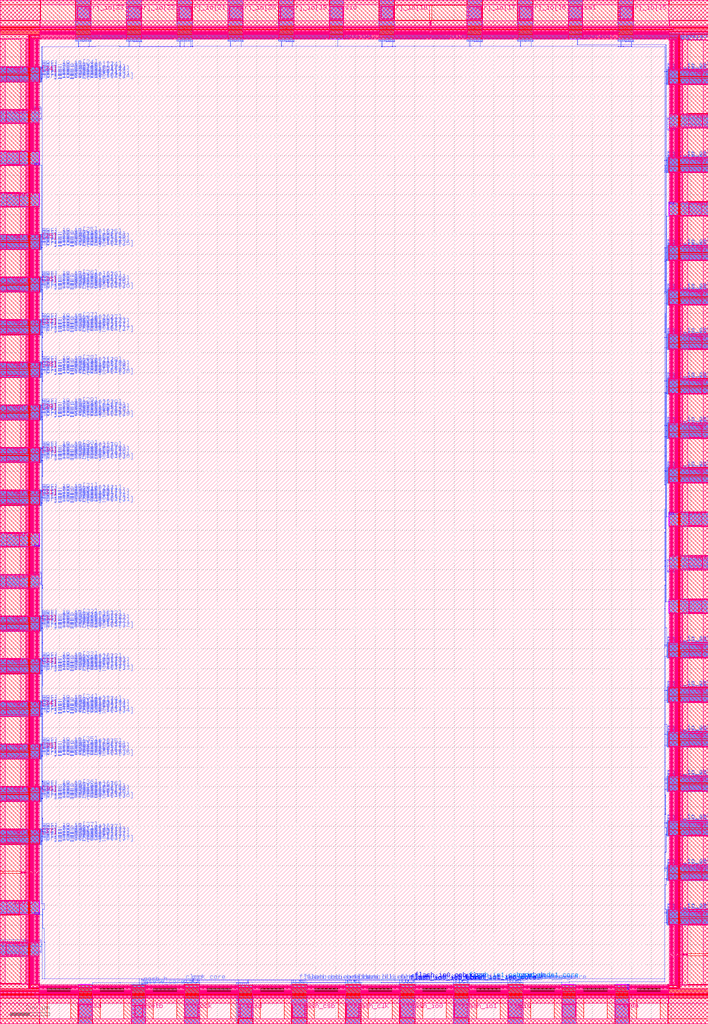
<source format=lef>
VERSION 5.7 ;
  NOWIREEXTENSIONATPIN ON ;
  DIVIDERCHAR "/" ;
  BUSBITCHARS "[]" ;
MACRO chip_io
  CLASS BLOCK ;
  FOREIGN chip_io ;
  ORIGIN 0.000 0.000 ;
  SIZE 3588.000 BY 5188.000 ;
  PIN clock
    DIRECTION INPUT ;
    USE SIGNAL ;
    PORT
      LAYER met5 ;
        RECT 938.200 32.990 1000.800 95.440 ;
    END
  END clock
  PIN clock_core
    DIRECTION OUTPUT TRISTATE ;
    USE SIGNAL ;
    PORT
      LAYER met2 ;
        RECT 936.635 208.565 936.915 210.965 ;
    END
  END clock_core
  PIN por
    DIRECTION INPUT ;
    USE SIGNAL ;
    PORT
      LAYER met2 ;
        RECT 970.215 208.565 970.495 210.965 ;
    END
  END por
  PIN flash_clk
    DIRECTION OUTPUT TRISTATE ;
    USE SIGNAL ;
    PORT
      LAYER met5 ;
        RECT 1755.200 32.990 1817.800 95.440 ;
    END
  END flash_clk
  PIN flash_clk_core
    DIRECTION INPUT ;
    USE SIGNAL ;
    PORT
      LAYER met2 ;
        RECT 1808.835 208.565 1809.115 210.965 ;
    END
  END flash_clk_core
  PIN flash_clk_ieb_core
    DIRECTION INPUT ;
    USE SIGNAL ;
    PORT
      LAYER met2 ;
        RECT 1787.215 208.565 1787.495 210.965 ;
    END
  END flash_clk_ieb_core
  PIN flash_clk_oeb_core
    DIRECTION INPUT ;
    USE SIGNAL ;
    PORT
      LAYER met2 ;
        RECT 1824.475 208.565 1824.755 210.965 ;
    END
  END flash_clk_oeb_core
  PIN flash_csb
    DIRECTION OUTPUT TRISTATE ;
    USE SIGNAL ;
    PORT
      LAYER met5 ;
        RECT 1481.200 32.990 1543.800 95.440 ;
    END
  END flash_csb
  PIN flash_csb_core
    DIRECTION INPUT ;
    USE SIGNAL ;
    PORT
      LAYER met2 ;
        RECT 1534.835 208.565 1535.115 210.965 ;
    END
  END flash_csb_core
  PIN flash_csb_ieb_core
    DIRECTION INPUT ;
    USE SIGNAL ;
    PORT
      LAYER met2 ;
        RECT 1513.215 208.565 1513.495 210.965 ;
    END
  END flash_csb_ieb_core
  PIN flash_csb_oeb_core
    DIRECTION INPUT ;
    USE SIGNAL ;
    PORT
      LAYER met2 ;
        RECT 1550.475 208.565 1550.755 210.965 ;
    END
  END flash_csb_oeb_core
  PIN flash_io0
    DIRECTION INOUT ;
    USE SIGNAL ;
    PORT
      LAYER met5 ;
        RECT 2029.200 32.990 2091.800 95.440 ;
    END
  END flash_io0
  PIN flash_io0_di_core
    DIRECTION OUTPUT TRISTATE ;
    USE SIGNAL ;
    PORT
      LAYER met2 ;
        RECT 2027.635 208.565 2027.915 210.965 ;
    END
  END flash_io0_di_core
  PIN flash_io0_do_core
    DIRECTION INPUT ;
    USE SIGNAL ;
    PORT
      LAYER met2 ;
        RECT 2082.835 208.565 2083.115 210.965 ;
    END
  END flash_io0_do_core
  PIN flash_io0_ieb_core
    DIRECTION INPUT ;
    USE SIGNAL ;
    PORT
      LAYER met1 ;
        RECT 2046.610 209.000 2046.930 209.060 ;
        RECT 2061.790 209.000 2062.110 209.060 ;
        RECT 2076.050 209.000 2076.370 209.060 ;
        RECT 2046.610 208.860 2076.370 209.000 ;
        RECT 2046.610 208.800 2046.930 208.860 ;
        RECT 2061.790 208.800 2062.110 208.860 ;
        RECT 2076.050 208.800 2076.370 208.860 ;
      LAYER via ;
        RECT 2046.640 208.800 2046.900 209.060 ;
        RECT 2061.820 208.800 2062.080 209.060 ;
        RECT 2076.080 208.800 2076.340 209.060 ;
      LAYER met2 ;
        RECT 2046.035 209.170 2046.315 210.965 ;
        RECT 2061.215 209.170 2061.495 210.965 ;
        RECT 2076.855 209.170 2077.135 210.965 ;
        RECT 2046.035 209.090 2046.840 209.170 ;
        RECT 2061.215 209.090 2062.020 209.170 ;
        RECT 2076.140 209.090 2077.135 209.170 ;
        RECT 2046.035 209.030 2046.900 209.090 ;
        RECT 2046.035 208.565 2046.315 209.030 ;
        RECT 2046.640 208.770 2046.900 209.030 ;
        RECT 2061.215 209.030 2062.080 209.090 ;
        RECT 2061.215 208.565 2061.495 209.030 ;
        RECT 2061.820 208.770 2062.080 209.030 ;
        RECT 2076.080 209.030 2077.135 209.090 ;
        RECT 2076.080 208.770 2076.340 209.030 ;
        RECT 2076.855 208.565 2077.135 209.030 ;
    END
  END flash_io0_ieb_core
  PIN flash_io0_oeb_core
    DIRECTION INPUT ;
    USE SIGNAL ;
    PORT
      LAYER met1 ;
        RECT 2055.350 221.240 2055.670 221.300 ;
        RECT 2098.590 221.240 2098.910 221.300 ;
        RECT 2055.350 221.100 2098.910 221.240 ;
        RECT 2055.350 221.040 2055.670 221.100 ;
        RECT 2098.590 221.040 2098.910 221.100 ;
      LAYER via ;
        RECT 2055.380 221.040 2055.640 221.300 ;
        RECT 2098.620 221.040 2098.880 221.300 ;
      LAYER met2 ;
        RECT 2055.380 221.010 2055.640 221.330 ;
        RECT 2098.620 221.010 2098.880 221.330 ;
        RECT 2055.440 210.965 2055.580 221.010 ;
        RECT 2098.680 210.965 2098.820 221.010 ;
        RECT 2055.235 209.100 2055.580 210.965 ;
        RECT 2098.475 209.100 2098.820 210.965 ;
        RECT 2055.235 208.565 2055.515 209.100 ;
        RECT 2098.475 208.565 2098.755 209.100 ;
    END
  END flash_io0_oeb_core
  PIN flash_io1
    DIRECTION INOUT ;
    USE SIGNAL ;
    PORT
      LAYER met5 ;
        RECT 2303.200 32.990 2365.800 95.440 ;
    END
  END flash_io1
  PIN flash_io1_di_core
    DIRECTION OUTPUT TRISTATE ;
    USE SIGNAL ;
    PORT
      LAYER met2 ;
        RECT 2301.635 208.565 2301.915 210.965 ;
    END
  END flash_io1_di_core
  PIN flash_io1_do_core
    DIRECTION INPUT ;
    USE SIGNAL ;
    PORT
      LAYER met2 ;
        RECT 2356.835 208.565 2357.115 210.965 ;
    END
  END flash_io1_do_core
  PIN flash_io1_ieb_core
    DIRECTION INPUT ;
    USE SIGNAL ;
    PORT
      LAYER met1 ;
        RECT 2320.770 209.340 2321.090 209.400 ;
        RECT 2335.950 209.340 2336.270 209.400 ;
        RECT 2350.210 209.340 2350.530 209.400 ;
        RECT 2320.770 209.200 2350.530 209.340 ;
        RECT 2320.770 209.140 2321.090 209.200 ;
        RECT 2335.950 209.140 2336.270 209.200 ;
        RECT 2350.210 209.140 2350.530 209.200 ;
      LAYER via ;
        RECT 2320.800 209.140 2321.060 209.400 ;
        RECT 2335.980 209.140 2336.240 209.400 ;
        RECT 2350.240 209.140 2350.500 209.400 ;
      LAYER met2 ;
        RECT 2320.035 209.170 2320.315 210.965 ;
        RECT 2320.800 209.170 2321.060 209.430 ;
        RECT 2320.035 209.110 2321.060 209.170 ;
        RECT 2335.215 209.170 2335.495 210.965 ;
        RECT 2335.980 209.170 2336.240 209.430 ;
        RECT 2335.215 209.110 2336.240 209.170 ;
        RECT 2350.240 209.170 2350.500 209.430 ;
        RECT 2350.855 209.170 2351.135 210.965 ;
        RECT 2350.240 209.110 2351.135 209.170 ;
        RECT 2320.035 209.030 2321.000 209.110 ;
        RECT 2335.215 209.030 2336.180 209.110 ;
        RECT 2350.300 209.030 2351.135 209.110 ;
        RECT 2320.035 208.565 2320.315 209.030 ;
        RECT 2335.215 208.565 2335.495 209.030 ;
        RECT 2350.855 208.565 2351.135 209.030 ;
    END
  END flash_io1_ieb_core
  PIN flash_io1_oeb_core
    DIRECTION INPUT ;
    USE SIGNAL ;
    PORT
      LAYER met2 ;
        RECT 2329.070 221.155 2329.350 221.525 ;
        RECT 2372.310 221.155 2372.590 221.525 ;
        RECT 2329.140 210.965 2329.280 221.155 ;
        RECT 2372.380 210.965 2372.520 221.155 ;
        RECT 2329.140 209.030 2329.515 210.965 ;
        RECT 2372.380 209.030 2372.755 210.965 ;
        RECT 2329.235 208.565 2329.515 209.030 ;
        RECT 2372.475 208.565 2372.755 209.030 ;
      LAYER via2 ;
        RECT 2329.070 221.200 2329.350 221.480 ;
        RECT 2372.310 221.200 2372.590 221.480 ;
      LAYER met3 ;
        RECT 2329.045 221.490 2329.375 221.505 ;
        RECT 2372.285 221.490 2372.615 221.505 ;
        RECT 2329.045 221.190 2372.615 221.490 ;
        RECT 2329.045 221.175 2329.375 221.190 ;
        RECT 2372.285 221.175 2372.615 221.190 ;
    END
  END flash_io1_oeb_core
  PIN gpio
    DIRECTION INOUT ;
    USE SIGNAL ;
    PORT
      LAYER met5 ;
        RECT 2577.200 32.990 2639.800 95.440 ;
    END
  END gpio
  PIN gpio_in_core
    DIRECTION OUTPUT TRISTATE ;
    USE SIGNAL ;
    PORT
      LAYER met2 ;
        RECT 2575.635 208.565 2575.915 210.965 ;
    END
  END gpio_in_core
  PIN gpio_inenb_core
    DIRECTION INPUT ;
    USE SIGNAL ;
    PORT
      LAYER met2 ;
        RECT 2609.215 208.565 2609.495 210.965 ;
    END
  END gpio_inenb_core
  PIN gpio_mode0_core
    DIRECTION INPUT ;
    USE SIGNAL ;
    PORT
      LAYER met2 ;
        RECT 2603.235 208.565 2603.515 210.965 ;
    END
  END gpio_mode0_core
  PIN gpio_mode1_core
    DIRECTION INPUT ;
    USE SIGNAL ;
    PORT
      LAYER met2 ;
        RECT 2594.030 221.155 2594.310 221.525 ;
        RECT 2624.850 221.155 2625.130 221.525 ;
        RECT 2594.100 210.965 2594.240 221.155 ;
        RECT 2624.920 210.965 2625.060 221.155 ;
        RECT 2594.035 208.565 2594.315 210.965 ;
        RECT 2624.855 208.565 2625.135 210.965 ;
      LAYER via2 ;
        RECT 2594.030 221.200 2594.310 221.480 ;
        RECT 2624.850 221.200 2625.130 221.480 ;
      LAYER met3 ;
        RECT 2594.005 221.490 2594.335 221.505 ;
        RECT 2624.825 221.490 2625.155 221.505 ;
        RECT 2594.005 221.190 2625.155 221.490 ;
        RECT 2594.005 221.175 2594.335 221.190 ;
        RECT 2624.825 221.175 2625.155 221.190 ;
    END
  END gpio_mode1_core
  PIN gpio_out_core
    DIRECTION INPUT ;
    USE SIGNAL ;
    PORT
      LAYER met2 ;
        RECT 2630.835 208.565 2631.115 210.965 ;
    END
  END gpio_out_core
  PIN gpio_outenb_core
    DIRECTION INPUT ;
    USE SIGNAL ;
    PORT
      LAYER met2 ;
        RECT 2646.475 208.565 2646.755 210.965 ;
    END
  END gpio_outenb_core
  PIN vccd
    DIRECTION INOUT ;
    USE SIGNAL ;
    PORT
      LAYER met5 ;
        RECT 30.430 349.315 97.860 405.955 ;
    END
  END vccd
  PIN vdda
    DIRECTION INOUT ;
    USE SIGNAL ;
    PORT
      LAYER met5 ;
        RECT 3120.200 33.375 3182.900 95.990 ;
    END
  END vdda
  PIN vddio
    DIRECTION INOUT ;
    USE SIGNAL ;
    PORT
      LAYER met5 ;
        RECT 33.375 557.100 95.990 619.800 ;
    END
  END vddio
  PIN vssa
    DIRECTION INOUT ;
    USE SIGNAL ;
    PORT
      LAYER met5 ;
        RECT 400.200 33.375 462.900 95.990 ;
    END
  END vssa
  PIN vssd
    DIRECTION INOUT ;
    USE SIGNAL ;
    PORT
      LAYER met5 ;
        RECT 1215.045 30.430 1271.685 97.860 ;
    END
  END vssd
  PIN vssio
    DIRECTION INOUT ;
    USE SIGNAL ;
    PORT
      LAYER met5 ;
        RECT 1673.100 5092.010 1735.800 5154.625 ;
    END
  END vssio
  PIN mprj_io[0]
    DIRECTION INOUT ;
    USE SIGNAL ;
    PORT
      LAYER met5 ;
        RECT 3492.560 506.200 3555.010 568.800 ;
    END
  END mprj_io[0]
  PIN mprj_io_analog_en[0]
    DIRECTION INPUT ;
    USE SIGNAL ;
    PORT
      LAYER met2 ;
        RECT 3377.035 529.015 3379.435 529.295 ;
    END
  END mprj_io_analog_en[0]
  PIN mprj_io_analog_pol[0]
    DIRECTION INPUT ;
    USE SIGNAL ;
    PORT
      LAYER met2 ;
        RECT 3377.035 535.455 3379.435 535.735 ;
    END
  END mprj_io_analog_pol[0]
  PIN mprj_io_analog_sel[0]
    DIRECTION INPUT ;
    USE SIGNAL ;
    PORT
      LAYER met2 ;
        RECT 3377.035 550.635 3379.435 550.915 ;
    END
  END mprj_io_analog_sel[0]
  PIN mprj_io_dm[0]
    DIRECTION INPUT ;
    USE SIGNAL ;
    PORT
      LAYER met2 ;
        RECT 3377.035 532.235 3379.435 532.515 ;
    END
  END mprj_io_dm[0]
  PIN mprj_io_dm[1]
    DIRECTION INPUT ;
    USE SIGNAL ;
    PORT
      LAYER met2 ;
        RECT 3377.035 523.035 3379.435 523.315 ;
    END
  END mprj_io_dm[1]
  PIN mprj_io_dm[2]
    DIRECTION INPUT ;
    USE SIGNAL ;
    PORT
      LAYER met2 ;
        RECT 3377.035 553.855 3379.435 554.135 ;
    END
  END mprj_io_dm[2]
  PIN mprj_io_enh[0]
    DIRECTION INPUT ;
    USE SIGNAL ;
    PORT
      LAYER met2 ;
        RECT 3377.035 544.655 3379.435 544.935 ;
    END
  END mprj_io_enh[0]
  PIN mprj_io_hldh_n[0]
    DIRECTION INPUT ;
    USE SIGNAL ;
    PORT
      LAYER met2 ;
        RECT 3377.035 547.875 3379.435 548.155 ;
    END
  END mprj_io_hldh_n[0]
  PIN mprj_io_holdover[0]
    DIRECTION INPUT ;
    USE SIGNAL ;
    PORT
      LAYER met2 ;
        RECT 3377.035 557.075 3379.435 557.355 ;
    END
  END mprj_io_holdover[0]
  PIN mprj_io_ib_mode_sel[0]
    DIRECTION INPUT ;
    USE SIGNAL ;
    PORT
      LAYER met2 ;
        RECT 3377.035 572.255 3379.435 572.535 ;
    END
  END mprj_io_ib_mode_sel[0]
  PIN mprj_io_inp_dis[0]
    DIRECTION INPUT ;
    USE SIGNAL ;
    PORT
      LAYER met2 ;
        RECT 3377.035 538.215 3379.435 538.495 ;
    END
  END mprj_io_inp_dis[0]
  PIN mprj_io_oeb[0]
    DIRECTION INPUT ;
    USE SIGNAL ;
    PORT
      LAYER met2 ;
        RECT 3377.035 575.475 3379.435 575.755 ;
    END
  END mprj_io_oeb[0]
  PIN mprj_io_out[0]
    DIRECTION INPUT ;
    USE SIGNAL ;
    PORT
      LAYER met2 ;
        RECT 3377.035 559.835 3379.435 560.115 ;
    END
  END mprj_io_out[0]
  PIN mprj_io_slow_sel[0]
    DIRECTION INPUT ;
    USE SIGNAL ;
    PORT
      LAYER met2 ;
        RECT 3377.035 513.835 3379.435 514.115 ;
    END
  END mprj_io_slow_sel[0]
  PIN mprj_io_vtrip_sel[0]
    DIRECTION INPUT ;
    USE SIGNAL ;
    PORT
      LAYER met2 ;
        RECT 3377.035 569.035 3379.435 569.315 ;
    END
  END mprj_io_vtrip_sel[0]
  PIN mprj_io_in[0]
    DIRECTION OUTPUT TRISTATE ;
    USE SIGNAL ;
    PORT
      LAYER met2 ;
        RECT 3377.035 504.635 3379.435 504.915 ;
    END
  END mprj_io_in[0]
  PIN mprj_analog_io[3]
    DIRECTION INOUT ;
    USE SIGNAL ;
    PORT
      LAYER met2 ;
        RECT 3377.035 3433.055 3379.435 3433.335 ;
    END
  END mprj_analog_io[3]
  PIN mprj_io[10]
    DIRECTION INOUT ;
    USE SIGNAL ;
    PORT
      LAYER met5 ;
        RECT 3492.560 3422.200 3555.010 3484.800 ;
    END
  END mprj_io[10]
  PIN mprj_io_analog_en[10]
    DIRECTION INPUT ;
    USE SIGNAL ;
    PORT
      LAYER met2 ;
        RECT 3377.035 3445.015 3379.435 3445.295 ;
    END
  END mprj_io_analog_en[10]
  PIN mprj_io_analog_pol[10]
    DIRECTION INPUT ;
    USE SIGNAL ;
    PORT
      LAYER met2 ;
        RECT 3377.035 3451.455 3379.435 3451.735 ;
    END
  END mprj_io_analog_pol[10]
  PIN mprj_io_analog_sel[10]
    DIRECTION INPUT ;
    USE SIGNAL ;
    PORT
      LAYER met2 ;
        RECT 3377.035 3466.635 3379.435 3466.915 ;
    END
  END mprj_io_analog_sel[10]
  PIN mprj_io_dm[30]
    DIRECTION INPUT ;
    USE SIGNAL ;
    PORT
      LAYER met2 ;
        RECT 3377.035 3448.235 3379.435 3448.515 ;
    END
  END mprj_io_dm[30]
  PIN mprj_io_dm[31]
    DIRECTION INPUT ;
    USE SIGNAL ;
    PORT
      LAYER met2 ;
        RECT 3377.035 3439.035 3379.435 3439.315 ;
    END
  END mprj_io_dm[31]
  PIN mprj_io_dm[32]
    DIRECTION INPUT ;
    USE SIGNAL ;
    PORT
      LAYER met2 ;
        RECT 3377.035 3469.855 3379.435 3470.135 ;
    END
  END mprj_io_dm[32]
  PIN mprj_io_enh[10]
    DIRECTION INPUT ;
    USE SIGNAL ;
    PORT
      LAYER met2 ;
        RECT 3377.035 3460.655 3379.435 3460.935 ;
    END
  END mprj_io_enh[10]
  PIN mprj_io_hldh_n[10]
    DIRECTION INPUT ;
    USE SIGNAL ;
    PORT
      LAYER met2 ;
        RECT 3377.035 3463.875 3379.435 3464.155 ;
    END
  END mprj_io_hldh_n[10]
  PIN mprj_io_holdover[10]
    DIRECTION INPUT ;
    USE SIGNAL ;
    PORT
      LAYER met2 ;
        RECT 3377.035 3473.075 3379.435 3473.355 ;
    END
  END mprj_io_holdover[10]
  PIN mprj_io_ib_mode_sel[10]
    DIRECTION INPUT ;
    USE SIGNAL ;
    PORT
      LAYER met2 ;
        RECT 3377.035 3488.255 3379.435 3488.535 ;
    END
  END mprj_io_ib_mode_sel[10]
  PIN mprj_io_inp_dis[10]
    DIRECTION INPUT ;
    USE SIGNAL ;
    PORT
      LAYER met2 ;
        RECT 3377.035 3454.215 3379.435 3454.495 ;
    END
  END mprj_io_inp_dis[10]
  PIN mprj_io_oeb[10]
    DIRECTION INPUT ;
    USE SIGNAL ;
    PORT
      LAYER met2 ;
        RECT 3377.035 3491.475 3379.435 3491.755 ;
    END
  END mprj_io_oeb[10]
  PIN mprj_io_out[10]
    DIRECTION INPUT ;
    USE SIGNAL ;
    PORT
      LAYER met2 ;
        RECT 3377.035 3475.835 3379.435 3476.115 ;
    END
  END mprj_io_out[10]
  PIN mprj_io_slow_sel[10]
    DIRECTION INPUT ;
    USE SIGNAL ;
    PORT
      LAYER met2 ;
        RECT 3377.035 3429.835 3379.435 3430.115 ;
    END
  END mprj_io_slow_sel[10]
  PIN mprj_io_vtrip_sel[10]
    DIRECTION INPUT ;
    USE SIGNAL ;
    PORT
      LAYER met2 ;
        RECT 3377.035 3485.035 3379.435 3485.315 ;
    END
  END mprj_io_vtrip_sel[10]
  PIN mprj_io_in[10]
    DIRECTION OUTPUT TRISTATE ;
    USE SIGNAL ;
    PORT
      LAYER met2 ;
        RECT 3377.035 3420.635 3379.435 3420.915 ;
    END
  END mprj_io_in[10]
  PIN mprj_analog_io[4]
    DIRECTION INOUT ;
    USE SIGNAL ;
    PORT
      LAYER met2 ;
        RECT 3377.035 3658.055 3379.435 3658.335 ;
    END
  END mprj_analog_io[4]
  PIN mprj_io[11]
    DIRECTION INOUT ;
    USE SIGNAL ;
    PORT
      LAYER met5 ;
        RECT 3492.560 3647.200 3555.010 3709.800 ;
    END
  END mprj_io[11]
  PIN mprj_io_analog_en[11]
    DIRECTION INPUT ;
    USE SIGNAL ;
    PORT
      LAYER met2 ;
        RECT 3377.035 3670.015 3379.435 3670.295 ;
    END
  END mprj_io_analog_en[11]
  PIN mprj_io_analog_pol[11]
    DIRECTION INPUT ;
    USE SIGNAL ;
    PORT
      LAYER met2 ;
        RECT 3377.035 3676.455 3379.435 3676.735 ;
    END
  END mprj_io_analog_pol[11]
  PIN mprj_io_analog_sel[11]
    DIRECTION INPUT ;
    USE SIGNAL ;
    PORT
      LAYER met2 ;
        RECT 3377.035 3691.635 3379.435 3691.915 ;
    END
  END mprj_io_analog_sel[11]
  PIN mprj_io_dm[33]
    DIRECTION INPUT ;
    USE SIGNAL ;
    PORT
      LAYER met2 ;
        RECT 3377.035 3673.235 3379.435 3673.515 ;
    END
  END mprj_io_dm[33]
  PIN mprj_io_dm[34]
    DIRECTION INPUT ;
    USE SIGNAL ;
    PORT
      LAYER met2 ;
        RECT 3377.035 3664.035 3379.435 3664.315 ;
    END
  END mprj_io_dm[34]
  PIN mprj_io_dm[35]
    DIRECTION INPUT ;
    USE SIGNAL ;
    PORT
      LAYER met2 ;
        RECT 3377.035 3694.855 3379.435 3695.135 ;
    END
  END mprj_io_dm[35]
  PIN mprj_io_enh[11]
    DIRECTION INPUT ;
    USE SIGNAL ;
    PORT
      LAYER met2 ;
        RECT 3377.035 3685.655 3379.435 3685.935 ;
    END
  END mprj_io_enh[11]
  PIN mprj_io_hldh_n[11]
    DIRECTION INPUT ;
    USE SIGNAL ;
    PORT
      LAYER met2 ;
        RECT 3377.035 3688.875 3379.435 3689.155 ;
    END
  END mprj_io_hldh_n[11]
  PIN mprj_io_holdover[11]
    DIRECTION INPUT ;
    USE SIGNAL ;
    PORT
      LAYER met2 ;
        RECT 3377.035 3698.075 3379.435 3698.355 ;
    END
  END mprj_io_holdover[11]
  PIN mprj_io_ib_mode_sel[11]
    DIRECTION INPUT ;
    USE SIGNAL ;
    PORT
      LAYER met2 ;
        RECT 3377.035 3713.255 3379.435 3713.535 ;
    END
  END mprj_io_ib_mode_sel[11]
  PIN mprj_io_inp_dis[11]
    DIRECTION INPUT ;
    USE SIGNAL ;
    PORT
      LAYER met2 ;
        RECT 3377.035 3679.215 3379.435 3679.495 ;
    END
  END mprj_io_inp_dis[11]
  PIN mprj_io_oeb[11]
    DIRECTION INPUT ;
    USE SIGNAL ;
    PORT
      LAYER met2 ;
        RECT 3377.035 3716.475 3379.435 3716.755 ;
    END
  END mprj_io_oeb[11]
  PIN mprj_io_out[11]
    DIRECTION INPUT ;
    USE SIGNAL ;
    PORT
      LAYER met2 ;
        RECT 3377.035 3700.835 3379.435 3701.115 ;
    END
  END mprj_io_out[11]
  PIN mprj_io_slow_sel[11]
    DIRECTION INPUT ;
    USE SIGNAL ;
    PORT
      LAYER met2 ;
        RECT 3377.035 3654.835 3379.435 3655.115 ;
    END
  END mprj_io_slow_sel[11]
  PIN mprj_io_vtrip_sel[11]
    DIRECTION INPUT ;
    USE SIGNAL ;
    PORT
      LAYER met2 ;
        RECT 3377.035 3710.035 3379.435 3710.315 ;
    END
  END mprj_io_vtrip_sel[11]
  PIN mprj_io_in[11]
    DIRECTION OUTPUT TRISTATE ;
    USE SIGNAL ;
    PORT
      LAYER met2 ;
        RECT 3377.035 3645.635 3379.435 3645.915 ;
    END
  END mprj_io_in[11]
  PIN mprj_analog_io[5]
    DIRECTION INOUT ;
    USE SIGNAL ;
    PORT
      LAYER met2 ;
        RECT 3377.035 3883.055 3379.435 3883.335 ;
    END
  END mprj_analog_io[5]
  PIN mprj_io[12]
    DIRECTION INOUT ;
    USE SIGNAL ;
    PORT
      LAYER met5 ;
        RECT 3492.560 3872.200 3555.010 3934.800 ;
    END
  END mprj_io[12]
  PIN mprj_io_analog_en[12]
    DIRECTION INPUT ;
    USE SIGNAL ;
    PORT
      LAYER met2 ;
        RECT 3377.035 3895.015 3379.435 3895.295 ;
    END
  END mprj_io_analog_en[12]
  PIN mprj_io_analog_pol[12]
    DIRECTION INPUT ;
    USE SIGNAL ;
    PORT
      LAYER met2 ;
        RECT 3377.035 3901.455 3379.435 3901.735 ;
    END
  END mprj_io_analog_pol[12]
  PIN mprj_io_analog_sel[12]
    DIRECTION INPUT ;
    USE SIGNAL ;
    PORT
      LAYER met2 ;
        RECT 3377.035 3916.635 3379.435 3916.915 ;
    END
  END mprj_io_analog_sel[12]
  PIN mprj_io_dm[36]
    DIRECTION INPUT ;
    USE SIGNAL ;
    PORT
      LAYER met2 ;
        RECT 3377.035 3898.235 3379.435 3898.515 ;
    END
  END mprj_io_dm[36]
  PIN mprj_io_dm[37]
    DIRECTION INPUT ;
    USE SIGNAL ;
    PORT
      LAYER met2 ;
        RECT 3377.035 3889.035 3379.435 3889.315 ;
    END
  END mprj_io_dm[37]
  PIN mprj_io_dm[38]
    DIRECTION INPUT ;
    USE SIGNAL ;
    PORT
      LAYER met2 ;
        RECT 3377.035 3919.855 3379.435 3920.135 ;
    END
  END mprj_io_dm[38]
  PIN mprj_io_enh[12]
    DIRECTION INPUT ;
    USE SIGNAL ;
    PORT
      LAYER met2 ;
        RECT 3377.035 3910.655 3379.435 3910.935 ;
    END
  END mprj_io_enh[12]
  PIN mprj_io_hldh_n[12]
    DIRECTION INPUT ;
    USE SIGNAL ;
    PORT
      LAYER met2 ;
        RECT 3377.035 3913.875 3379.435 3914.155 ;
    END
  END mprj_io_hldh_n[12]
  PIN mprj_io_holdover[12]
    DIRECTION INPUT ;
    USE SIGNAL ;
    PORT
      LAYER met2 ;
        RECT 3377.035 3923.075 3379.435 3923.355 ;
    END
  END mprj_io_holdover[12]
  PIN mprj_io_ib_mode_sel[12]
    DIRECTION INPUT ;
    USE SIGNAL ;
    PORT
      LAYER met2 ;
        RECT 3377.035 3938.255 3379.435 3938.535 ;
    END
  END mprj_io_ib_mode_sel[12]
  PIN mprj_io_inp_dis[12]
    DIRECTION INPUT ;
    USE SIGNAL ;
    PORT
      LAYER met2 ;
        RECT 3377.035 3904.215 3379.435 3904.495 ;
    END
  END mprj_io_inp_dis[12]
  PIN mprj_io_oeb[12]
    DIRECTION INPUT ;
    USE SIGNAL ;
    PORT
      LAYER met2 ;
        RECT 3377.035 3941.475 3379.435 3941.755 ;
    END
  END mprj_io_oeb[12]
  PIN mprj_io_out[12]
    DIRECTION INPUT ;
    USE SIGNAL ;
    PORT
      LAYER met2 ;
        RECT 3377.035 3925.835 3379.435 3926.115 ;
    END
  END mprj_io_out[12]
  PIN mprj_io_slow_sel[12]
    DIRECTION INPUT ;
    USE SIGNAL ;
    PORT
      LAYER met2 ;
        RECT 3377.035 3879.835 3379.435 3880.115 ;
    END
  END mprj_io_slow_sel[12]
  PIN mprj_io_vtrip_sel[12]
    DIRECTION INPUT ;
    USE SIGNAL ;
    PORT
      LAYER met2 ;
        RECT 3377.035 3935.035 3379.435 3935.315 ;
    END
  END mprj_io_vtrip_sel[12]
  PIN mprj_io_in[12]
    DIRECTION OUTPUT TRISTATE ;
    USE SIGNAL ;
    PORT
      LAYER met2 ;
        RECT 3377.035 3870.635 3379.435 3870.915 ;
    END
  END mprj_io_in[12]
  PIN mprj_analog_io[6]
    DIRECTION INOUT ;
    USE SIGNAL ;
    PORT
      LAYER met2 ;
        RECT 3377.035 4329.055 3379.435 4329.335 ;
    END
  END mprj_analog_io[6]
  PIN mprj_io[13]
    DIRECTION INOUT ;
    USE SIGNAL ;
    PORT
      LAYER met5 ;
        RECT 3492.560 4318.200 3555.010 4380.800 ;
    END
  END mprj_io[13]
  PIN mprj_io_analog_en[13]
    DIRECTION INPUT ;
    USE SIGNAL ;
    PORT
      LAYER met2 ;
        RECT 3377.035 4341.015 3379.435 4341.295 ;
    END
  END mprj_io_analog_en[13]
  PIN mprj_io_analog_pol[13]
    DIRECTION INPUT ;
    USE SIGNAL ;
    PORT
      LAYER met2 ;
        RECT 3377.035 4347.455 3379.435 4347.735 ;
    END
  END mprj_io_analog_pol[13]
  PIN mprj_io_analog_sel[13]
    DIRECTION INPUT ;
    USE SIGNAL ;
    PORT
      LAYER met2 ;
        RECT 3377.035 4362.635 3379.435 4362.915 ;
    END
  END mprj_io_analog_sel[13]
  PIN mprj_io_dm[39]
    DIRECTION INPUT ;
    USE SIGNAL ;
    PORT
      LAYER met2 ;
        RECT 3377.035 4344.235 3379.435 4344.515 ;
    END
  END mprj_io_dm[39]
  PIN mprj_io_dm[40]
    DIRECTION INPUT ;
    USE SIGNAL ;
    PORT
      LAYER met2 ;
        RECT 3377.035 4335.035 3379.435 4335.315 ;
    END
  END mprj_io_dm[40]
  PIN mprj_io_dm[41]
    DIRECTION INPUT ;
    USE SIGNAL ;
    PORT
      LAYER met2 ;
        RECT 3377.035 4365.855 3379.435 4366.135 ;
    END
  END mprj_io_dm[41]
  PIN mprj_io_enh[13]
    DIRECTION INPUT ;
    USE SIGNAL ;
    PORT
      LAYER met2 ;
        RECT 3377.035 4356.655 3379.435 4356.935 ;
    END
  END mprj_io_enh[13]
  PIN mprj_io_hldh_n[13]
    DIRECTION INPUT ;
    USE SIGNAL ;
    PORT
      LAYER met2 ;
        RECT 3377.035 4359.875 3379.435 4360.155 ;
    END
  END mprj_io_hldh_n[13]
  PIN mprj_io_holdover[13]
    DIRECTION INPUT ;
    USE SIGNAL ;
    PORT
      LAYER met2 ;
        RECT 3377.035 4369.075 3379.435 4369.355 ;
    END
  END mprj_io_holdover[13]
  PIN mprj_io_ib_mode_sel[13]
    DIRECTION INPUT ;
    USE SIGNAL ;
    PORT
      LAYER met2 ;
        RECT 3377.035 4384.255 3379.435 4384.535 ;
    END
  END mprj_io_ib_mode_sel[13]
  PIN mprj_io_inp_dis[13]
    DIRECTION INPUT ;
    USE SIGNAL ;
    PORT
      LAYER met2 ;
        RECT 3377.035 4350.215 3379.435 4350.495 ;
    END
  END mprj_io_inp_dis[13]
  PIN mprj_io_oeb[13]
    DIRECTION INPUT ;
    USE SIGNAL ;
    PORT
      LAYER met2 ;
        RECT 3377.035 4387.475 3379.435 4387.755 ;
    END
  END mprj_io_oeb[13]
  PIN mprj_io_out[13]
    DIRECTION INPUT ;
    USE SIGNAL ;
    PORT
      LAYER met2 ;
        RECT 3377.035 4371.835 3379.435 4372.115 ;
    END
  END mprj_io_out[13]
  PIN mprj_io_slow_sel[13]
    DIRECTION INPUT ;
    USE SIGNAL ;
    PORT
      LAYER met2 ;
        RECT 3377.035 4325.835 3379.435 4326.115 ;
    END
  END mprj_io_slow_sel[13]
  PIN mprj_io_vtrip_sel[13]
    DIRECTION INPUT ;
    USE SIGNAL ;
    PORT
      LAYER met2 ;
        RECT 3377.035 4381.035 3379.435 4381.315 ;
    END
  END mprj_io_vtrip_sel[13]
  PIN mprj_io_in[13]
    DIRECTION OUTPUT TRISTATE ;
    USE SIGNAL ;
    PORT
      LAYER met2 ;
        RECT 3377.035 4316.635 3379.435 4316.915 ;
    END
  END mprj_io_in[13]
  PIN mprj_analog_io[7]
    DIRECTION INOUT ;
    USE SIGNAL ;
    PORT
      LAYER met2 ;
        RECT 3377.035 4775.055 3379.435 4775.335 ;
    END
  END mprj_analog_io[7]
  PIN mprj_io[14]
    DIRECTION INOUT ;
    USE SIGNAL ;
    PORT
      LAYER met5 ;
        RECT 3492.560 4764.200 3555.010 4826.800 ;
    END
  END mprj_io[14]
  PIN mprj_io_analog_en[14]
    DIRECTION INPUT ;
    USE SIGNAL ;
    PORT
      LAYER met2 ;
        RECT 3377.035 4787.015 3379.435 4787.295 ;
    END
  END mprj_io_analog_en[14]
  PIN mprj_io_analog_pol[14]
    DIRECTION INPUT ;
    USE SIGNAL ;
    PORT
      LAYER met2 ;
        RECT 3377.035 4793.455 3379.435 4793.735 ;
    END
  END mprj_io_analog_pol[14]
  PIN mprj_io_analog_sel[14]
    DIRECTION INPUT ;
    USE SIGNAL ;
    PORT
      LAYER met2 ;
        RECT 3377.035 4808.635 3379.435 4808.915 ;
    END
  END mprj_io_analog_sel[14]
  PIN mprj_io_dm[42]
    DIRECTION INPUT ;
    USE SIGNAL ;
    PORT
      LAYER met2 ;
        RECT 3377.035 4790.235 3379.435 4790.515 ;
    END
  END mprj_io_dm[42]
  PIN mprj_io_dm[43]
    DIRECTION INPUT ;
    USE SIGNAL ;
    PORT
      LAYER met2 ;
        RECT 3377.035 4781.035 3379.435 4781.315 ;
    END
  END mprj_io_dm[43]
  PIN mprj_io_dm[44]
    DIRECTION INPUT ;
    USE SIGNAL ;
    PORT
      LAYER met2 ;
        RECT 3377.035 4811.855 3379.435 4812.135 ;
    END
  END mprj_io_dm[44]
  PIN mprj_io_enh[14]
    DIRECTION INPUT ;
    USE SIGNAL ;
    PORT
      LAYER met2 ;
        RECT 3377.035 4802.655 3379.435 4802.935 ;
    END
  END mprj_io_enh[14]
  PIN mprj_io_hldh_n[14]
    DIRECTION INPUT ;
    USE SIGNAL ;
    PORT
      LAYER met2 ;
        RECT 3377.035 4805.875 3379.435 4806.155 ;
    END
  END mprj_io_hldh_n[14]
  PIN mprj_io_holdover[14]
    DIRECTION INPUT ;
    USE SIGNAL ;
    PORT
      LAYER met2 ;
        RECT 3377.035 4815.075 3379.435 4815.355 ;
    END
  END mprj_io_holdover[14]
  PIN mprj_io_ib_mode_sel[14]
    DIRECTION INPUT ;
    USE SIGNAL ;
    PORT
      LAYER met2 ;
        RECT 3377.035 4830.255 3379.435 4830.535 ;
    END
  END mprj_io_ib_mode_sel[14]
  PIN mprj_io_inp_dis[14]
    DIRECTION INPUT ;
    USE SIGNAL ;
    PORT
      LAYER met2 ;
        RECT 3377.035 4796.215 3379.435 4796.495 ;
    END
  END mprj_io_inp_dis[14]
  PIN mprj_io_oeb[14]
    DIRECTION INPUT ;
    USE SIGNAL ;
    PORT
      LAYER met2 ;
        RECT 3377.035 4833.475 3379.435 4833.755 ;
    END
  END mprj_io_oeb[14]
  PIN mprj_io_out[14]
    DIRECTION INPUT ;
    USE SIGNAL ;
    PORT
      LAYER met2 ;
        RECT 3377.035 4817.835 3379.435 4818.115 ;
    END
  END mprj_io_out[14]
  PIN mprj_io_slow_sel[14]
    DIRECTION INPUT ;
    USE SIGNAL ;
    PORT
      LAYER met2 ;
        RECT 3377.035 4771.835 3379.435 4772.115 ;
    END
  END mprj_io_slow_sel[14]
  PIN mprj_io_vtrip_sel[14]
    DIRECTION INPUT ;
    USE SIGNAL ;
    PORT
      LAYER met2 ;
        RECT 3377.035 4827.035 3379.435 4827.315 ;
    END
  END mprj_io_vtrip_sel[14]
  PIN mprj_io_in[14]
    DIRECTION OUTPUT TRISTATE ;
    USE SIGNAL ;
    PORT
      LAYER met2 ;
        RECT 3377.035 4762.635 3379.435 4762.915 ;
    END
  END mprj_io_in[14]
  PIN mprj_analog_io[8]
    DIRECTION INOUT ;
    USE SIGNAL ;
    PORT
      LAYER met2 ;
        RECT 3192.665 4977.035 3192.945 4979.435 ;
    END
  END mprj_analog_io[8]
  PIN mprj_io[15]
    DIRECTION INOUT ;
    USE SIGNAL ;
    PORT
      LAYER met5 ;
        RECT 3141.200 5092.560 3203.800 5155.010 ;
    END
  END mprj_io[15]
  PIN mprj_io_analog_en[15]
    DIRECTION INPUT ;
    USE SIGNAL ;
    PORT
      LAYER met2 ;
        RECT 3180.705 4977.035 3180.985 4979.435 ;
    END
  END mprj_io_analog_en[15]
  PIN mprj_io_analog_pol[15]
    DIRECTION INPUT ;
    USE SIGNAL ;
    PORT
      LAYER met2 ;
        RECT 3174.265 4977.035 3174.545 4979.435 ;
    END
  END mprj_io_analog_pol[15]
  PIN mprj_io_analog_sel[15]
    DIRECTION INPUT ;
    USE SIGNAL ;
    PORT
      LAYER met2 ;
        RECT 3159.085 4977.035 3159.365 4979.435 ;
    END
  END mprj_io_analog_sel[15]
  PIN mprj_io_dm[45]
    DIRECTION INPUT ;
    USE SIGNAL ;
    PORT
      LAYER met2 ;
        RECT 3177.485 4977.035 3177.765 4979.435 ;
    END
  END mprj_io_dm[45]
  PIN mprj_io_dm[46]
    DIRECTION INPUT ;
    USE SIGNAL ;
    PORT
      LAYER met2 ;
        RECT 3186.685 4977.035 3186.965 4979.435 ;
    END
  END mprj_io_dm[46]
  PIN mprj_io_dm[47]
    DIRECTION INPUT ;
    USE SIGNAL ;
    PORT
      LAYER met2 ;
        RECT 3155.865 4977.035 3156.145 4979.435 ;
    END
  END mprj_io_dm[47]
  PIN mprj_io_enh[15]
    DIRECTION INPUT ;
    USE SIGNAL ;
    PORT
      LAYER met2 ;
        RECT 3165.065 4977.035 3165.345 4979.435 ;
    END
  END mprj_io_enh[15]
  PIN mprj_io_hldh_n[15]
    DIRECTION INPUT ;
    USE SIGNAL ;
    PORT
      LAYER met2 ;
        RECT 3161.845 4977.035 3162.125 4979.435 ;
    END
  END mprj_io_hldh_n[15]
  PIN mprj_io_holdover[15]
    DIRECTION INPUT ;
    USE SIGNAL ;
    PORT
      LAYER met2 ;
        RECT 3152.645 4977.035 3152.925 4979.435 ;
    END
  END mprj_io_holdover[15]
  PIN mprj_io_ib_mode_sel[15]
    DIRECTION INPUT ;
    USE SIGNAL ;
    PORT
      LAYER met2 ;
        RECT 3137.465 4977.035 3137.745 4979.435 ;
    END
  END mprj_io_ib_mode_sel[15]
  PIN mprj_io_inp_dis[15]
    DIRECTION INPUT ;
    USE SIGNAL ;
    PORT
      LAYER met2 ;
        RECT 3171.505 4977.035 3171.785 4979.435 ;
    END
  END mprj_io_inp_dis[15]
  PIN mprj_io_oeb[15]
    DIRECTION INPUT ;
    USE SIGNAL ;
    PORT
      LAYER met2 ;
        RECT 3134.245 4977.035 3134.525 4979.435 ;
    END
  END mprj_io_oeb[15]
  PIN mprj_io_out[15]
    DIRECTION INPUT ;
    USE SIGNAL ;
    PORT
      LAYER met2 ;
        RECT 3149.885 4977.035 3150.165 4979.435 ;
    END
  END mprj_io_out[15]
  PIN mprj_io_slow_sel[15]
    DIRECTION INPUT ;
    USE SIGNAL ;
    PORT
      LAYER met2 ;
        RECT 3195.885 4977.035 3196.165 4979.435 ;
    END
  END mprj_io_slow_sel[15]
  PIN mprj_io_vtrip_sel[15]
    DIRECTION INPUT ;
    USE SIGNAL ;
    PORT
      LAYER met2 ;
        RECT 3140.685 4977.035 3140.965 4979.435 ;
    END
  END mprj_io_vtrip_sel[15]
  PIN mprj_io_in[15]
    DIRECTION OUTPUT TRISTATE ;
    USE SIGNAL ;
    PORT
      LAYER met2 ;
        RECT 3205.085 4977.035 3205.365 4979.435 ;
    END
  END mprj_io_in[15]
  PIN mprj_analog_io[9]
    DIRECTION INOUT ;
    USE SIGNAL ;
    PORT
      LAYER met2 ;
        RECT 2683.665 4977.035 2683.945 4979.435 ;
    END
  END mprj_analog_io[9]
  PIN mprj_io[16]
    DIRECTION INOUT ;
    USE SIGNAL ;
    PORT
      LAYER met5 ;
        RECT 2632.200 5092.560 2694.800 5155.010 ;
    END
  END mprj_io[16]
  PIN mprj_io_analog_en[16]
    DIRECTION INPUT ;
    USE SIGNAL ;
    PORT
      LAYER met2 ;
        RECT 2671.705 4977.035 2671.985 4979.435 ;
    END
  END mprj_io_analog_en[16]
  PIN mprj_io_analog_pol[16]
    DIRECTION INPUT ;
    USE SIGNAL ;
    PORT
      LAYER met2 ;
        RECT 2665.265 4977.035 2665.545 4979.435 ;
    END
  END mprj_io_analog_pol[16]
  PIN mprj_io_analog_sel[16]
    DIRECTION INPUT ;
    USE SIGNAL ;
    PORT
      LAYER met2 ;
        RECT 2650.085 4977.035 2650.365 4979.435 ;
    END
  END mprj_io_analog_sel[16]
  PIN mprj_io_dm[48]
    DIRECTION INPUT ;
    USE SIGNAL ;
    PORT
      LAYER met2 ;
        RECT 2668.485 4977.035 2668.765 4979.435 ;
    END
  END mprj_io_dm[48]
  PIN mprj_io_dm[49]
    DIRECTION INPUT ;
    USE SIGNAL ;
    PORT
      LAYER met2 ;
        RECT 2677.685 4977.035 2677.965 4979.435 ;
    END
  END mprj_io_dm[49]
  PIN mprj_io_dm[50]
    DIRECTION INPUT ;
    USE SIGNAL ;
    PORT
      LAYER met2 ;
        RECT 2646.865 4977.035 2647.145 4979.435 ;
    END
  END mprj_io_dm[50]
  PIN mprj_io_enh[16]
    DIRECTION INPUT ;
    USE SIGNAL ;
    PORT
      LAYER met2 ;
        RECT 2656.065 4977.035 2656.345 4979.435 ;
    END
  END mprj_io_enh[16]
  PIN mprj_io_hldh_n[16]
    DIRECTION INPUT ;
    USE SIGNAL ;
    PORT
      LAYER met2 ;
        RECT 2652.845 4977.035 2653.125 4979.435 ;
    END
  END mprj_io_hldh_n[16]
  PIN mprj_io_holdover[16]
    DIRECTION INPUT ;
    USE SIGNAL ;
    PORT
      LAYER met2 ;
        RECT 2643.645 4977.035 2643.925 4979.435 ;
    END
  END mprj_io_holdover[16]
  PIN mprj_io_ib_mode_sel[16]
    DIRECTION INPUT ;
    USE SIGNAL ;
    PORT
      LAYER met2 ;
        RECT 2628.465 4977.035 2628.745 4979.435 ;
    END
  END mprj_io_ib_mode_sel[16]
  PIN mprj_io_inp_dis[16]
    DIRECTION INPUT ;
    USE SIGNAL ;
    PORT
      LAYER met2 ;
        RECT 2662.505 4977.035 2662.785 4979.435 ;
    END
  END mprj_io_inp_dis[16]
  PIN mprj_io_oeb[16]
    DIRECTION INPUT ;
    USE SIGNAL ;
    PORT
      LAYER met2 ;
        RECT 2625.245 4977.035 2625.525 4979.435 ;
    END
  END mprj_io_oeb[16]
  PIN mprj_io_out[16]
    DIRECTION INPUT ;
    USE SIGNAL ;
    PORT
      LAYER met2 ;
        RECT 2640.885 4977.035 2641.165 4979.435 ;
    END
  END mprj_io_out[16]
  PIN mprj_io_slow_sel[16]
    DIRECTION INPUT ;
    USE SIGNAL ;
    PORT
      LAYER met2 ;
        RECT 2686.885 4977.035 2687.165 4979.435 ;
    END
  END mprj_io_slow_sel[16]
  PIN mprj_io_vtrip_sel[16]
    DIRECTION INPUT ;
    USE SIGNAL ;
    PORT
      LAYER met2 ;
        RECT 2631.685 4977.035 2631.965 4979.435 ;
    END
  END mprj_io_vtrip_sel[16]
  PIN mprj_io_in[16]
    DIRECTION OUTPUT TRISTATE ;
    USE SIGNAL ;
    PORT
      LAYER met2 ;
        RECT 2696.085 4977.035 2696.365 4979.435 ;
    END
  END mprj_io_in[16]
  PIN mprj_analog_io[10]
    DIRECTION INOUT ;
    USE SIGNAL ;
    PORT
      LAYER met2 ;
        RECT 2426.665 4977.035 2426.945 4979.435 ;
    END
  END mprj_analog_io[10]
  PIN mprj_io[17]
    DIRECTION INOUT ;
    USE SIGNAL ;
    PORT
      LAYER met5 ;
        RECT 2375.200 5092.560 2437.800 5155.010 ;
    END
  END mprj_io[17]
  PIN mprj_io_analog_en[17]
    DIRECTION INPUT ;
    USE SIGNAL ;
    PORT
      LAYER met2 ;
        RECT 2414.705 4977.035 2414.985 4979.435 ;
    END
  END mprj_io_analog_en[17]
  PIN mprj_io_analog_pol[17]
    DIRECTION INPUT ;
    USE SIGNAL ;
    PORT
      LAYER met2 ;
        RECT 2408.265 4977.035 2408.545 4979.435 ;
    END
  END mprj_io_analog_pol[17]
  PIN mprj_io_analog_sel[17]
    DIRECTION INPUT ;
    USE SIGNAL ;
    PORT
      LAYER met2 ;
        RECT 2393.085 4977.035 2393.365 4979.435 ;
    END
  END mprj_io_analog_sel[17]
  PIN mprj_io_dm[51]
    DIRECTION INPUT ;
    USE SIGNAL ;
    PORT
      LAYER met2 ;
        RECT 2411.485 4977.035 2411.765 4979.435 ;
    END
  END mprj_io_dm[51]
  PIN mprj_io_dm[52]
    DIRECTION INPUT ;
    USE SIGNAL ;
    PORT
      LAYER met2 ;
        RECT 2420.685 4977.035 2420.965 4979.435 ;
    END
  END mprj_io_dm[52]
  PIN mprj_io_dm[53]
    DIRECTION INPUT ;
    USE SIGNAL ;
    PORT
      LAYER met2 ;
        RECT 2389.865 4977.035 2390.145 4979.435 ;
    END
  END mprj_io_dm[53]
  PIN mprj_io_enh[17]
    DIRECTION INPUT ;
    USE SIGNAL ;
    PORT
      LAYER met2 ;
        RECT 2399.065 4977.035 2399.345 4979.435 ;
    END
  END mprj_io_enh[17]
  PIN mprj_io_hldh_n[17]
    DIRECTION INPUT ;
    USE SIGNAL ;
    PORT
      LAYER met2 ;
        RECT 2395.845 4977.035 2396.125 4979.435 ;
    END
  END mprj_io_hldh_n[17]
  PIN mprj_io_holdover[17]
    DIRECTION INPUT ;
    USE SIGNAL ;
    PORT
      LAYER met2 ;
        RECT 2386.645 4977.035 2386.925 4979.435 ;
    END
  END mprj_io_holdover[17]
  PIN mprj_io_ib_mode_sel[17]
    DIRECTION INPUT ;
    USE SIGNAL ;
    PORT
      LAYER met2 ;
        RECT 2371.465 4977.035 2371.745 4979.435 ;
    END
  END mprj_io_ib_mode_sel[17]
  PIN mprj_io_inp_dis[17]
    DIRECTION INPUT ;
    USE SIGNAL ;
    PORT
      LAYER met2 ;
        RECT 2405.505 4977.035 2405.785 4979.435 ;
    END
  END mprj_io_inp_dis[17]
  PIN mprj_io_oeb[17]
    DIRECTION INPUT ;
    USE SIGNAL ;
    PORT
      LAYER met2 ;
        RECT 2368.245 4977.035 2368.525 4979.435 ;
    END
  END mprj_io_oeb[17]
  PIN mprj_io_out[17]
    DIRECTION INPUT ;
    USE SIGNAL ;
    PORT
      LAYER met2 ;
        RECT 2383.885 4977.035 2384.165 4979.435 ;
    END
  END mprj_io_out[17]
  PIN mprj_io_slow_sel[17]
    DIRECTION INPUT ;
    USE SIGNAL ;
    PORT
      LAYER met2 ;
        RECT 2429.885 4977.035 2430.165 4979.435 ;
    END
  END mprj_io_slow_sel[17]
  PIN mprj_io_vtrip_sel[17]
    DIRECTION INPUT ;
    USE SIGNAL ;
    PORT
      LAYER met2 ;
        RECT 2374.685 4977.035 2374.965 4979.435 ;
    END
  END mprj_io_vtrip_sel[17]
  PIN mprj_io_in[17]
    DIRECTION OUTPUT TRISTATE ;
    USE SIGNAL ;
    PORT
      LAYER met2 ;
        RECT 2439.085 4977.035 2439.365 4979.435 ;
    END
  END mprj_io_in[17]
  PIN mprj_io[1]
    DIRECTION INOUT ;
    USE SIGNAL ;
    PORT
      LAYER met5 ;
        RECT 3492.560 732.200 3555.010 794.800 ;
    END
  END mprj_io[1]
  PIN mprj_io_analog_en[1]
    DIRECTION INPUT ;
    USE SIGNAL ;
    PORT
      LAYER met2 ;
        RECT 3377.035 755.015 3379.435 755.295 ;
    END
  END mprj_io_analog_en[1]
  PIN mprj_io_analog_pol[1]
    DIRECTION INPUT ;
    USE SIGNAL ;
    PORT
      LAYER met2 ;
        RECT 3377.035 761.455 3379.435 761.735 ;
    END
  END mprj_io_analog_pol[1]
  PIN mprj_io_analog_sel[1]
    DIRECTION INPUT ;
    USE SIGNAL ;
    PORT
      LAYER met2 ;
        RECT 3377.035 776.635 3379.435 776.915 ;
    END
  END mprj_io_analog_sel[1]
  PIN mprj_io_dm[3]
    DIRECTION INPUT ;
    USE SIGNAL ;
    PORT
      LAYER met2 ;
        RECT 3377.035 758.235 3379.435 758.515 ;
    END
  END mprj_io_dm[3]
  PIN mprj_io_dm[4]
    DIRECTION INPUT ;
    USE SIGNAL ;
    PORT
      LAYER met2 ;
        RECT 3377.035 749.035 3379.435 749.315 ;
    END
  END mprj_io_dm[4]
  PIN mprj_io_dm[5]
    DIRECTION INPUT ;
    USE SIGNAL ;
    PORT
      LAYER met2 ;
        RECT 3377.035 779.855 3379.435 780.135 ;
    END
  END mprj_io_dm[5]
  PIN mprj_io_enh[1]
    DIRECTION INPUT ;
    USE SIGNAL ;
    PORT
      LAYER met2 ;
        RECT 3377.035 770.655 3379.435 770.935 ;
    END
  END mprj_io_enh[1]
  PIN mprj_io_hldh_n[1]
    DIRECTION INPUT ;
    USE SIGNAL ;
    PORT
      LAYER met2 ;
        RECT 3377.035 773.875 3379.435 774.155 ;
    END
  END mprj_io_hldh_n[1]
  PIN mprj_io_holdover[1]
    DIRECTION INPUT ;
    USE SIGNAL ;
    PORT
      LAYER met2 ;
        RECT 3377.035 783.075 3379.435 783.355 ;
    END
  END mprj_io_holdover[1]
  PIN mprj_io_ib_mode_sel[1]
    DIRECTION INPUT ;
    USE SIGNAL ;
    PORT
      LAYER met2 ;
        RECT 3377.035 798.255 3379.435 798.535 ;
    END
  END mprj_io_ib_mode_sel[1]
  PIN mprj_io_inp_dis[1]
    DIRECTION INPUT ;
    USE SIGNAL ;
    PORT
      LAYER met2 ;
        RECT 3377.035 764.215 3379.435 764.495 ;
    END
  END mprj_io_inp_dis[1]
  PIN mprj_io_oeb[1]
    DIRECTION INPUT ;
    USE SIGNAL ;
    PORT
      LAYER met2 ;
        RECT 3377.035 801.475 3379.435 801.755 ;
    END
  END mprj_io_oeb[1]
  PIN mprj_io_out[1]
    DIRECTION INPUT ;
    USE SIGNAL ;
    PORT
      LAYER met2 ;
        RECT 3377.035 785.835 3379.435 786.115 ;
    END
  END mprj_io_out[1]
  PIN mprj_io_slow_sel[1]
    DIRECTION INPUT ;
    USE SIGNAL ;
    PORT
      LAYER met2 ;
        RECT 3377.035 739.835 3379.435 740.115 ;
    END
  END mprj_io_slow_sel[1]
  PIN mprj_io_vtrip_sel[1]
    DIRECTION INPUT ;
    USE SIGNAL ;
    PORT
      LAYER met2 ;
        RECT 3377.035 795.035 3379.435 795.315 ;
    END
  END mprj_io_vtrip_sel[1]
  PIN mprj_io_in[1]
    DIRECTION OUTPUT TRISTATE ;
    USE SIGNAL ;
    PORT
      LAYER met2 ;
        RECT 3377.035 730.635 3379.435 730.915 ;
    END
  END mprj_io_in[1]
  PIN mprj_io[2]
    DIRECTION INOUT ;
    USE SIGNAL ;
    PORT
      LAYER met5 ;
        RECT 3492.560 957.200 3555.010 1019.800 ;
    END
  END mprj_io[2]
  PIN mprj_io_analog_en[2]
    DIRECTION INPUT ;
    USE SIGNAL ;
    PORT
      LAYER met2 ;
        RECT 3377.035 980.015 3379.435 980.295 ;
    END
  END mprj_io_analog_en[2]
  PIN mprj_io_analog_pol[2]
    DIRECTION INPUT ;
    USE SIGNAL ;
    PORT
      LAYER met2 ;
        RECT 3377.035 986.455 3379.435 986.735 ;
    END
  END mprj_io_analog_pol[2]
  PIN mprj_io_analog_sel[2]
    DIRECTION INPUT ;
    USE SIGNAL ;
    PORT
      LAYER met2 ;
        RECT 3377.035 1001.635 3379.435 1001.915 ;
    END
  END mprj_io_analog_sel[2]
  PIN mprj_io_dm[6]
    DIRECTION INPUT ;
    USE SIGNAL ;
    PORT
      LAYER met2 ;
        RECT 3377.035 983.235 3379.435 983.515 ;
    END
  END mprj_io_dm[6]
  PIN mprj_io_dm[7]
    DIRECTION INPUT ;
    USE SIGNAL ;
    PORT
      LAYER met2 ;
        RECT 3377.035 974.035 3379.435 974.315 ;
    END
  END mprj_io_dm[7]
  PIN mprj_io_dm[8]
    DIRECTION INPUT ;
    USE SIGNAL ;
    PORT
      LAYER met2 ;
        RECT 3377.035 1004.855 3379.435 1005.135 ;
    END
  END mprj_io_dm[8]
  PIN mprj_io_enh[2]
    DIRECTION INPUT ;
    USE SIGNAL ;
    PORT
      LAYER met2 ;
        RECT 3377.035 995.655 3379.435 995.935 ;
    END
  END mprj_io_enh[2]
  PIN mprj_io_hldh_n[2]
    DIRECTION INPUT ;
    USE SIGNAL ;
    PORT
      LAYER met2 ;
        RECT 3377.035 998.875 3379.435 999.155 ;
    END
  END mprj_io_hldh_n[2]
  PIN mprj_io_holdover[2]
    DIRECTION INPUT ;
    USE SIGNAL ;
    PORT
      LAYER met2 ;
        RECT 3377.035 1008.075 3379.435 1008.355 ;
    END
  END mprj_io_holdover[2]
  PIN mprj_io_ib_mode_sel[2]
    DIRECTION INPUT ;
    USE SIGNAL ;
    PORT
      LAYER met2 ;
        RECT 3377.035 1023.255 3379.435 1023.535 ;
    END
  END mprj_io_ib_mode_sel[2]
  PIN mprj_io_inp_dis[2]
    DIRECTION INPUT ;
    USE SIGNAL ;
    PORT
      LAYER met2 ;
        RECT 3377.035 989.215 3379.435 989.495 ;
    END
  END mprj_io_inp_dis[2]
  PIN mprj_io_oeb[2]
    DIRECTION INPUT ;
    USE SIGNAL ;
    PORT
      LAYER met2 ;
        RECT 3377.035 1026.475 3379.435 1026.755 ;
    END
  END mprj_io_oeb[2]
  PIN mprj_io_out[2]
    DIRECTION INPUT ;
    USE SIGNAL ;
    PORT
      LAYER met2 ;
        RECT 3377.035 1010.835 3379.435 1011.115 ;
    END
  END mprj_io_out[2]
  PIN mprj_io_slow_sel[2]
    DIRECTION INPUT ;
    USE SIGNAL ;
    PORT
      LAYER met2 ;
        RECT 3377.035 964.835 3379.435 965.115 ;
    END
  END mprj_io_slow_sel[2]
  PIN mprj_io_vtrip_sel[2]
    DIRECTION INPUT ;
    USE SIGNAL ;
    PORT
      LAYER met2 ;
        RECT 3377.035 1020.035 3379.435 1020.315 ;
    END
  END mprj_io_vtrip_sel[2]
  PIN mprj_io_in[2]
    DIRECTION OUTPUT TRISTATE ;
    USE SIGNAL ;
    PORT
      LAYER met2 ;
        RECT 3377.035 955.635 3379.435 955.915 ;
    END
  END mprj_io_in[2]
  PIN mprj_io[3]
    DIRECTION INOUT ;
    USE SIGNAL ;
    PORT
      LAYER met5 ;
        RECT 3492.560 1183.200 3555.010 1245.800 ;
    END
  END mprj_io[3]
  PIN mprj_io_analog_en[3]
    DIRECTION INPUT ;
    USE SIGNAL ;
    PORT
      LAYER met2 ;
        RECT 3377.035 1206.015 3379.435 1206.295 ;
    END
  END mprj_io_analog_en[3]
  PIN mprj_io_analog_pol[3]
    DIRECTION INPUT ;
    USE SIGNAL ;
    PORT
      LAYER met2 ;
        RECT 3377.035 1212.455 3379.435 1212.735 ;
    END
  END mprj_io_analog_pol[3]
  PIN mprj_io_analog_sel[3]
    DIRECTION INPUT ;
    USE SIGNAL ;
    PORT
      LAYER met2 ;
        RECT 3377.035 1227.635 3379.435 1227.915 ;
    END
  END mprj_io_analog_sel[3]
  PIN mprj_io_dm[10]
    DIRECTION INPUT ;
    USE SIGNAL ;
    PORT
      LAYER met2 ;
        RECT 3377.035 1200.035 3379.435 1200.315 ;
    END
  END mprj_io_dm[10]
  PIN mprj_io_dm[11]
    DIRECTION INPUT ;
    USE SIGNAL ;
    PORT
      LAYER met2 ;
        RECT 3377.035 1230.855 3379.435 1231.135 ;
    END
  END mprj_io_dm[11]
  PIN mprj_io_dm[9]
    DIRECTION INPUT ;
    USE SIGNAL ;
    PORT
      LAYER met2 ;
        RECT 3377.035 1209.235 3379.435 1209.515 ;
    END
  END mprj_io_dm[9]
  PIN mprj_io_enh[3]
    DIRECTION INPUT ;
    USE SIGNAL ;
    PORT
      LAYER met2 ;
        RECT 3377.035 1221.655 3379.435 1221.935 ;
    END
  END mprj_io_enh[3]
  PIN mprj_io_hldh_n[3]
    DIRECTION INPUT ;
    USE SIGNAL ;
    PORT
      LAYER met2 ;
        RECT 3377.035 1224.875 3379.435 1225.155 ;
    END
  END mprj_io_hldh_n[3]
  PIN mprj_io_holdover[3]
    DIRECTION INPUT ;
    USE SIGNAL ;
    PORT
      LAYER met2 ;
        RECT 3377.035 1234.075 3379.435 1234.355 ;
    END
  END mprj_io_holdover[3]
  PIN mprj_io_ib_mode_sel[3]
    DIRECTION INPUT ;
    USE SIGNAL ;
    PORT
      LAYER met2 ;
        RECT 3377.035 1249.255 3379.435 1249.535 ;
    END
  END mprj_io_ib_mode_sel[3]
  PIN mprj_io_inp_dis[3]
    DIRECTION INPUT ;
    USE SIGNAL ;
    PORT
      LAYER met2 ;
        RECT 3377.035 1215.215 3379.435 1215.495 ;
    END
  END mprj_io_inp_dis[3]
  PIN mprj_io_oeb[3]
    DIRECTION INPUT ;
    USE SIGNAL ;
    PORT
      LAYER met2 ;
        RECT 3377.035 1252.475 3379.435 1252.755 ;
    END
  END mprj_io_oeb[3]
  PIN mprj_io_out[3]
    DIRECTION INPUT ;
    USE SIGNAL ;
    PORT
      LAYER met2 ;
        RECT 3377.035 1236.835 3379.435 1237.115 ;
    END
  END mprj_io_out[3]
  PIN mprj_io_slow_sel[3]
    DIRECTION INPUT ;
    USE SIGNAL ;
    PORT
      LAYER met2 ;
        RECT 3377.035 1190.835 3379.435 1191.115 ;
    END
  END mprj_io_slow_sel[3]
  PIN mprj_io_vtrip_sel[3]
    DIRECTION INPUT ;
    USE SIGNAL ;
    PORT
      LAYER met2 ;
        RECT 3377.035 1246.035 3379.435 1246.315 ;
    END
  END mprj_io_vtrip_sel[3]
  PIN mprj_io_in[3]
    DIRECTION OUTPUT TRISTATE ;
    USE SIGNAL ;
    PORT
      LAYER met2 ;
        RECT 3377.035 1181.635 3379.435 1181.915 ;
    END
  END mprj_io_in[3]
  PIN mprj_io[4]
    DIRECTION INOUT ;
    USE SIGNAL ;
    PORT
      LAYER met5 ;
        RECT 3492.560 1408.200 3555.010 1470.800 ;
    END
  END mprj_io[4]
  PIN mprj_io_analog_en[4]
    DIRECTION INPUT ;
    USE SIGNAL ;
    PORT
      LAYER met2 ;
        RECT 3377.035 1431.015 3379.435 1431.295 ;
    END
  END mprj_io_analog_en[4]
  PIN mprj_io_analog_pol[4]
    DIRECTION INPUT ;
    USE SIGNAL ;
    PORT
      LAYER met2 ;
        RECT 3377.035 1437.455 3379.435 1437.735 ;
    END
  END mprj_io_analog_pol[4]
  PIN mprj_io_analog_sel[4]
    DIRECTION INPUT ;
    USE SIGNAL ;
    PORT
      LAYER met2 ;
        RECT 3377.035 1452.635 3379.435 1452.915 ;
    END
  END mprj_io_analog_sel[4]
  PIN mprj_io_dm[12]
    DIRECTION INPUT ;
    USE SIGNAL ;
    PORT
      LAYER met2 ;
        RECT 3377.035 1434.235 3379.435 1434.515 ;
    END
  END mprj_io_dm[12]
  PIN mprj_io_dm[13]
    DIRECTION INPUT ;
    USE SIGNAL ;
    PORT
      LAYER met2 ;
        RECT 3377.035 1425.035 3379.435 1425.315 ;
    END
  END mprj_io_dm[13]
  PIN mprj_io_dm[14]
    DIRECTION INPUT ;
    USE SIGNAL ;
    PORT
      LAYER met2 ;
        RECT 3377.035 1455.855 3379.435 1456.135 ;
    END
  END mprj_io_dm[14]
  PIN mprj_io_enh[4]
    DIRECTION INPUT ;
    USE SIGNAL ;
    PORT
      LAYER met2 ;
        RECT 3377.035 1446.655 3379.435 1446.935 ;
    END
  END mprj_io_enh[4]
  PIN mprj_io_hldh_n[4]
    DIRECTION INPUT ;
    USE SIGNAL ;
    PORT
      LAYER met2 ;
        RECT 3377.035 1449.875 3379.435 1450.155 ;
    END
  END mprj_io_hldh_n[4]
  PIN mprj_io_holdover[4]
    DIRECTION INPUT ;
    USE SIGNAL ;
    PORT
      LAYER met2 ;
        RECT 3377.035 1459.075 3379.435 1459.355 ;
    END
  END mprj_io_holdover[4]
  PIN mprj_io_ib_mode_sel[4]
    DIRECTION INPUT ;
    USE SIGNAL ;
    PORT
      LAYER met2 ;
        RECT 3377.035 1474.255 3379.435 1474.535 ;
    END
  END mprj_io_ib_mode_sel[4]
  PIN mprj_io_inp_dis[4]
    DIRECTION INPUT ;
    USE SIGNAL ;
    PORT
      LAYER met2 ;
        RECT 3377.035 1440.215 3379.435 1440.495 ;
    END
  END mprj_io_inp_dis[4]
  PIN mprj_io_oeb[4]
    DIRECTION INPUT ;
    USE SIGNAL ;
    PORT
      LAYER met2 ;
        RECT 3377.035 1477.475 3379.435 1477.755 ;
    END
  END mprj_io_oeb[4]
  PIN mprj_io_out[4]
    DIRECTION INPUT ;
    USE SIGNAL ;
    PORT
      LAYER met2 ;
        RECT 3377.035 1461.835 3379.435 1462.115 ;
    END
  END mprj_io_out[4]
  PIN mprj_io_slow_sel[4]
    DIRECTION INPUT ;
    USE SIGNAL ;
    PORT
      LAYER met2 ;
        RECT 3377.035 1415.835 3379.435 1416.115 ;
    END
  END mprj_io_slow_sel[4]
  PIN mprj_io_vtrip_sel[4]
    DIRECTION INPUT ;
    USE SIGNAL ;
    PORT
      LAYER met2 ;
        RECT 3377.035 1471.035 3379.435 1471.315 ;
    END
  END mprj_io_vtrip_sel[4]
  PIN mprj_io_in[4]
    DIRECTION OUTPUT TRISTATE ;
    USE SIGNAL ;
    PORT
      LAYER met2 ;
        RECT 3377.035 1406.635 3379.435 1406.915 ;
    END
  END mprj_io_in[4]
  PIN mprj_io[5]
    DIRECTION INOUT ;
    USE SIGNAL ;
    PORT
      LAYER met5 ;
        RECT 3492.560 1633.200 3555.010 1695.800 ;
    END
  END mprj_io[5]
  PIN mprj_io_analog_en[5]
    DIRECTION INPUT ;
    USE SIGNAL ;
    PORT
      LAYER met2 ;
        RECT 3377.035 1656.015 3379.435 1656.295 ;
    END
  END mprj_io_analog_en[5]
  PIN mprj_io_analog_pol[5]
    DIRECTION INPUT ;
    USE SIGNAL ;
    PORT
      LAYER met2 ;
        RECT 3377.035 1662.455 3379.435 1662.735 ;
    END
  END mprj_io_analog_pol[5]
  PIN mprj_io_analog_sel[5]
    DIRECTION INPUT ;
    USE SIGNAL ;
    PORT
      LAYER met2 ;
        RECT 3377.035 1677.635 3379.435 1677.915 ;
    END
  END mprj_io_analog_sel[5]
  PIN mprj_io_dm[15]
    DIRECTION INPUT ;
    USE SIGNAL ;
    PORT
      LAYER met2 ;
        RECT 3377.035 1659.235 3379.435 1659.515 ;
    END
  END mprj_io_dm[15]
  PIN mprj_io_dm[16]
    DIRECTION INPUT ;
    USE SIGNAL ;
    PORT
      LAYER met2 ;
        RECT 3377.035 1650.035 3379.435 1650.315 ;
    END
  END mprj_io_dm[16]
  PIN mprj_io_dm[17]
    DIRECTION INPUT ;
    USE SIGNAL ;
    PORT
      LAYER met2 ;
        RECT 3377.035 1680.855 3379.435 1681.135 ;
    END
  END mprj_io_dm[17]
  PIN mprj_io_enh[5]
    DIRECTION INPUT ;
    USE SIGNAL ;
    PORT
      LAYER met2 ;
        RECT 3377.035 1671.655 3379.435 1671.935 ;
    END
  END mprj_io_enh[5]
  PIN mprj_io_hldh_n[5]
    DIRECTION INPUT ;
    USE SIGNAL ;
    PORT
      LAYER met2 ;
        RECT 3377.035 1674.875 3379.435 1675.155 ;
    END
  END mprj_io_hldh_n[5]
  PIN mprj_io_holdover[5]
    DIRECTION INPUT ;
    USE SIGNAL ;
    PORT
      LAYER met2 ;
        RECT 3377.035 1684.075 3379.435 1684.355 ;
    END
  END mprj_io_holdover[5]
  PIN mprj_io_ib_mode_sel[5]
    DIRECTION INPUT ;
    USE SIGNAL ;
    PORT
      LAYER met2 ;
        RECT 3377.035 1699.255 3379.435 1699.535 ;
    END
  END mprj_io_ib_mode_sel[5]
  PIN mprj_io_inp_dis[5]
    DIRECTION INPUT ;
    USE SIGNAL ;
    PORT
      LAYER met2 ;
        RECT 3377.035 1665.215 3379.435 1665.495 ;
    END
  END mprj_io_inp_dis[5]
  PIN mprj_io_oeb[5]
    DIRECTION INPUT ;
    USE SIGNAL ;
    PORT
      LAYER met2 ;
        RECT 3377.035 1702.475 3379.435 1702.755 ;
    END
  END mprj_io_oeb[5]
  PIN mprj_io_out[5]
    DIRECTION INPUT ;
    USE SIGNAL ;
    PORT
      LAYER met2 ;
        RECT 3377.035 1686.835 3379.435 1687.115 ;
    END
  END mprj_io_out[5]
  PIN mprj_io_slow_sel[5]
    DIRECTION INPUT ;
    USE SIGNAL ;
    PORT
      LAYER met2 ;
        RECT 3377.035 1640.835 3379.435 1641.115 ;
    END
  END mprj_io_slow_sel[5]
  PIN mprj_io_vtrip_sel[5]
    DIRECTION INPUT ;
    USE SIGNAL ;
    PORT
      LAYER met2 ;
        RECT 3377.035 1696.035 3379.435 1696.315 ;
    END
  END mprj_io_vtrip_sel[5]
  PIN mprj_io_in[5]
    DIRECTION OUTPUT TRISTATE ;
    USE SIGNAL ;
    PORT
      LAYER met2 ;
        RECT 3377.035 1631.635 3379.435 1631.915 ;
    END
  END mprj_io_in[5]
  PIN mprj_io[6]
    DIRECTION INOUT ;
    USE SIGNAL ;
    PORT
      LAYER met5 ;
        RECT 3492.560 1859.200 3555.010 1921.800 ;
    END
  END mprj_io[6]
  PIN mprj_io_analog_en[6]
    DIRECTION INPUT ;
    USE SIGNAL ;
    PORT
      LAYER met2 ;
        RECT 3377.035 1882.015 3379.435 1882.295 ;
    END
  END mprj_io_analog_en[6]
  PIN mprj_io_analog_pol[6]
    DIRECTION INPUT ;
    USE SIGNAL ;
    PORT
      LAYER met2 ;
        RECT 3377.035 1888.455 3379.435 1888.735 ;
    END
  END mprj_io_analog_pol[6]
  PIN mprj_io_analog_sel[6]
    DIRECTION INPUT ;
    USE SIGNAL ;
    PORT
      LAYER met2 ;
        RECT 3377.035 1903.635 3379.435 1903.915 ;
    END
  END mprj_io_analog_sel[6]
  PIN mprj_io_dm[18]
    DIRECTION INPUT ;
    USE SIGNAL ;
    PORT
      LAYER met2 ;
        RECT 3377.035 1885.235 3379.435 1885.515 ;
    END
  END mprj_io_dm[18]
  PIN mprj_io_dm[19]
    DIRECTION INPUT ;
    USE SIGNAL ;
    PORT
      LAYER met2 ;
        RECT 3377.035 1876.035 3379.435 1876.315 ;
    END
  END mprj_io_dm[19]
  PIN mprj_io_dm[20]
    DIRECTION INPUT ;
    USE SIGNAL ;
    PORT
      LAYER met2 ;
        RECT 3377.035 1906.855 3379.435 1907.135 ;
    END
  END mprj_io_dm[20]
  PIN mprj_io_enh[6]
    DIRECTION INPUT ;
    USE SIGNAL ;
    PORT
      LAYER met2 ;
        RECT 3377.035 1897.655 3379.435 1897.935 ;
    END
  END mprj_io_enh[6]
  PIN mprj_io_hldh_n[6]
    DIRECTION INPUT ;
    USE SIGNAL ;
    PORT
      LAYER met2 ;
        RECT 3377.035 1900.875 3379.435 1901.155 ;
    END
  END mprj_io_hldh_n[6]
  PIN mprj_io_holdover[6]
    DIRECTION INPUT ;
    USE SIGNAL ;
    PORT
      LAYER met2 ;
        RECT 3377.035 1910.075 3379.435 1910.355 ;
    END
  END mprj_io_holdover[6]
  PIN mprj_io_ib_mode_sel[6]
    DIRECTION INPUT ;
    USE SIGNAL ;
    PORT
      LAYER met2 ;
        RECT 3377.035 1925.255 3379.435 1925.535 ;
    END
  END mprj_io_ib_mode_sel[6]
  PIN mprj_io_inp_dis[6]
    DIRECTION INPUT ;
    USE SIGNAL ;
    PORT
      LAYER met2 ;
        RECT 3377.035 1891.215 3379.435 1891.495 ;
    END
  END mprj_io_inp_dis[6]
  PIN mprj_io_oeb[6]
    DIRECTION INPUT ;
    USE SIGNAL ;
    PORT
      LAYER met2 ;
        RECT 3377.035 1928.475 3379.435 1928.755 ;
    END
  END mprj_io_oeb[6]
  PIN mprj_io_out[6]
    DIRECTION INPUT ;
    USE SIGNAL ;
    PORT
      LAYER met2 ;
        RECT 3377.035 1912.835 3379.435 1913.115 ;
    END
  END mprj_io_out[6]
  PIN mprj_io_slow_sel[6]
    DIRECTION INPUT ;
    USE SIGNAL ;
    PORT
      LAYER met2 ;
        RECT 3377.035 1866.835 3379.435 1867.115 ;
    END
  END mprj_io_slow_sel[6]
  PIN mprj_io_vtrip_sel[6]
    DIRECTION INPUT ;
    USE SIGNAL ;
    PORT
      LAYER met2 ;
        RECT 3377.035 1922.035 3379.435 1922.315 ;
    END
  END mprj_io_vtrip_sel[6]
  PIN mprj_io_in[6]
    DIRECTION OUTPUT TRISTATE ;
    USE SIGNAL ;
    PORT
      LAYER met2 ;
        RECT 3377.035 1857.635 3379.435 1857.915 ;
    END
  END mprj_io_in[6]
  PIN mprj_analog_io[0]
    DIRECTION INOUT ;
    USE SIGNAL ;
    PORT
      LAYER met2 ;
        RECT 3377.035 2756.055 3379.435 2756.335 ;
    END
  END mprj_analog_io[0]
  PIN mprj_io[7]
    DIRECTION INOUT ;
    USE SIGNAL ;
    PORT
      LAYER met5 ;
        RECT 3492.560 2745.200 3555.010 2807.800 ;
    END
  END mprj_io[7]
  PIN mprj_io_analog_en[7]
    DIRECTION INPUT ;
    USE SIGNAL ;
    PORT
      LAYER met2 ;
        RECT 3377.035 2768.015 3379.435 2768.295 ;
    END
  END mprj_io_analog_en[7]
  PIN mprj_io_analog_pol[7]
    DIRECTION INPUT ;
    USE SIGNAL ;
    PORT
      LAYER met2 ;
        RECT 3377.035 2774.455 3379.435 2774.735 ;
    END
  END mprj_io_analog_pol[7]
  PIN mprj_io_analog_sel[7]
    DIRECTION INPUT ;
    USE SIGNAL ;
    PORT
      LAYER met2 ;
        RECT 3377.035 2789.635 3379.435 2789.915 ;
    END
  END mprj_io_analog_sel[7]
  PIN mprj_io_dm[21]
    DIRECTION INPUT ;
    USE SIGNAL ;
    PORT
      LAYER met2 ;
        RECT 3377.035 2771.235 3379.435 2771.515 ;
    END
  END mprj_io_dm[21]
  PIN mprj_io_dm[22]
    DIRECTION INPUT ;
    USE SIGNAL ;
    PORT
      LAYER met2 ;
        RECT 3377.035 2762.035 3379.435 2762.315 ;
    END
  END mprj_io_dm[22]
  PIN mprj_io_dm[23]
    DIRECTION INPUT ;
    USE SIGNAL ;
    PORT
      LAYER met2 ;
        RECT 3377.035 2792.855 3379.435 2793.135 ;
    END
  END mprj_io_dm[23]
  PIN mprj_io_enh[7]
    DIRECTION INPUT ;
    USE SIGNAL ;
    PORT
      LAYER met2 ;
        RECT 3377.035 2783.655 3379.435 2783.935 ;
    END
  END mprj_io_enh[7]
  PIN mprj_io_hldh_n[7]
    DIRECTION INPUT ;
    USE SIGNAL ;
    PORT
      LAYER met2 ;
        RECT 3377.035 2786.875 3379.435 2787.155 ;
    END
  END mprj_io_hldh_n[7]
  PIN mprj_io_holdover[7]
    DIRECTION INPUT ;
    USE SIGNAL ;
    PORT
      LAYER met2 ;
        RECT 3377.035 2796.075 3379.435 2796.355 ;
    END
  END mprj_io_holdover[7]
  PIN mprj_io_ib_mode_sel[7]
    DIRECTION INPUT ;
    USE SIGNAL ;
    PORT
      LAYER met2 ;
        RECT 3377.035 2811.255 3379.435 2811.535 ;
    END
  END mprj_io_ib_mode_sel[7]
  PIN mprj_io_inp_dis[7]
    DIRECTION INPUT ;
    USE SIGNAL ;
    PORT
      LAYER met2 ;
        RECT 3377.035 2777.215 3379.435 2777.495 ;
    END
  END mprj_io_inp_dis[7]
  PIN mprj_io_oeb[7]
    DIRECTION INPUT ;
    USE SIGNAL ;
    PORT
      LAYER met2 ;
        RECT 3377.035 2814.475 3379.435 2814.755 ;
    END
  END mprj_io_oeb[7]
  PIN mprj_io_out[7]
    DIRECTION INPUT ;
    USE SIGNAL ;
    PORT
      LAYER met2 ;
        RECT 3377.035 2798.835 3379.435 2799.115 ;
    END
  END mprj_io_out[7]
  PIN mprj_io_slow_sel[7]
    DIRECTION INPUT ;
    USE SIGNAL ;
    PORT
      LAYER met2 ;
        RECT 3377.035 2752.835 3379.435 2753.115 ;
    END
  END mprj_io_slow_sel[7]
  PIN mprj_io_vtrip_sel[7]
    DIRECTION INPUT ;
    USE SIGNAL ;
    PORT
      LAYER met2 ;
        RECT 3377.035 2808.035 3379.435 2808.315 ;
    END
  END mprj_io_vtrip_sel[7]
  PIN mprj_io_in[7]
    DIRECTION OUTPUT TRISTATE ;
    USE SIGNAL ;
    PORT
      LAYER met2 ;
        RECT 3377.035 2743.635 3379.435 2743.915 ;
    END
  END mprj_io_in[7]
  PIN mprj_analog_io[1]
    DIRECTION INOUT ;
    USE SIGNAL ;
    PORT
      LAYER met2 ;
        RECT 3377.035 2982.055 3379.435 2982.335 ;
    END
  END mprj_analog_io[1]
  PIN mprj_io[8]
    DIRECTION INOUT ;
    USE SIGNAL ;
    PORT
      LAYER met5 ;
        RECT 3492.560 2971.200 3555.010 3033.800 ;
    END
  END mprj_io[8]
  PIN mprj_io_analog_en[8]
    DIRECTION INPUT ;
    USE SIGNAL ;
    PORT
      LAYER met2 ;
        RECT 3377.035 2994.015 3379.435 2994.295 ;
    END
  END mprj_io_analog_en[8]
  PIN mprj_io_analog_pol[8]
    DIRECTION INPUT ;
    USE SIGNAL ;
    PORT
      LAYER met2 ;
        RECT 3377.035 3000.455 3379.435 3000.735 ;
    END
  END mprj_io_analog_pol[8]
  PIN mprj_io_analog_sel[8]
    DIRECTION INPUT ;
    USE SIGNAL ;
    PORT
      LAYER met2 ;
        RECT 3377.035 3015.635 3379.435 3015.915 ;
    END
  END mprj_io_analog_sel[8]
  PIN mprj_io_dm[24]
    DIRECTION INPUT ;
    USE SIGNAL ;
    PORT
      LAYER met2 ;
        RECT 3377.035 2997.235 3379.435 2997.515 ;
    END
  END mprj_io_dm[24]
  PIN mprj_io_dm[25]
    DIRECTION INPUT ;
    USE SIGNAL ;
    PORT
      LAYER met2 ;
        RECT 3377.035 2988.035 3379.435 2988.315 ;
    END
  END mprj_io_dm[25]
  PIN mprj_io_dm[26]
    DIRECTION INPUT ;
    USE SIGNAL ;
    PORT
      LAYER met2 ;
        RECT 3377.035 3018.855 3379.435 3019.135 ;
    END
  END mprj_io_dm[26]
  PIN mprj_io_enh[8]
    DIRECTION INPUT ;
    USE SIGNAL ;
    PORT
      LAYER met2 ;
        RECT 3377.035 3009.655 3379.435 3009.935 ;
    END
  END mprj_io_enh[8]
  PIN mprj_io_hldh_n[8]
    DIRECTION INPUT ;
    USE SIGNAL ;
    PORT
      LAYER met2 ;
        RECT 3377.035 3012.875 3379.435 3013.155 ;
    END
  END mprj_io_hldh_n[8]
  PIN mprj_io_holdover[8]
    DIRECTION INPUT ;
    USE SIGNAL ;
    PORT
      LAYER met2 ;
        RECT 3377.035 3022.075 3379.435 3022.355 ;
    END
  END mprj_io_holdover[8]
  PIN mprj_io_ib_mode_sel[8]
    DIRECTION INPUT ;
    USE SIGNAL ;
    PORT
      LAYER met2 ;
        RECT 3377.035 3037.255 3379.435 3037.535 ;
    END
  END mprj_io_ib_mode_sel[8]
  PIN mprj_io_inp_dis[8]
    DIRECTION INPUT ;
    USE SIGNAL ;
    PORT
      LAYER met2 ;
        RECT 3377.035 3003.215 3379.435 3003.495 ;
    END
  END mprj_io_inp_dis[8]
  PIN mprj_io_oeb[8]
    DIRECTION INPUT ;
    USE SIGNAL ;
    PORT
      LAYER met2 ;
        RECT 3377.035 3040.475 3379.435 3040.755 ;
    END
  END mprj_io_oeb[8]
  PIN mprj_io_out[8]
    DIRECTION INPUT ;
    USE SIGNAL ;
    PORT
      LAYER met2 ;
        RECT 3377.035 3024.835 3379.435 3025.115 ;
    END
  END mprj_io_out[8]
  PIN mprj_io_slow_sel[8]
    DIRECTION INPUT ;
    USE SIGNAL ;
    PORT
      LAYER met2 ;
        RECT 3377.035 2978.835 3379.435 2979.115 ;
    END
  END mprj_io_slow_sel[8]
  PIN mprj_io_vtrip_sel[8]
    DIRECTION INPUT ;
    USE SIGNAL ;
    PORT
      LAYER met2 ;
        RECT 3377.035 3034.035 3379.435 3034.315 ;
    END
  END mprj_io_vtrip_sel[8]
  PIN mprj_io_in[8]
    DIRECTION OUTPUT TRISTATE ;
    USE SIGNAL ;
    PORT
      LAYER met2 ;
        RECT 3377.035 2969.635 3379.435 2969.915 ;
    END
  END mprj_io_in[8]
  PIN mprj_analog_io[2]
    DIRECTION INOUT ;
    USE SIGNAL ;
    PORT
      LAYER met2 ;
        RECT 3377.035 3207.055 3379.435 3207.335 ;
    END
  END mprj_analog_io[2]
  PIN mprj_io[9]
    DIRECTION INOUT ;
    USE SIGNAL ;
    PORT
      LAYER met5 ;
        RECT 3492.560 3196.200 3555.010 3258.800 ;
    END
  END mprj_io[9]
  PIN mprj_io_analog_en[9]
    DIRECTION INPUT ;
    USE SIGNAL ;
    PORT
      LAYER met2 ;
        RECT 3377.035 3219.015 3379.435 3219.295 ;
    END
  END mprj_io_analog_en[9]
  PIN mprj_io_analog_pol[9]
    DIRECTION INPUT ;
    USE SIGNAL ;
    PORT
      LAYER met2 ;
        RECT 3377.035 3225.455 3379.435 3225.735 ;
    END
  END mprj_io_analog_pol[9]
  PIN mprj_io_analog_sel[9]
    DIRECTION INPUT ;
    USE SIGNAL ;
    PORT
      LAYER met2 ;
        RECT 3377.035 3240.635 3379.435 3240.915 ;
    END
  END mprj_io_analog_sel[9]
  PIN mprj_io_dm[27]
    DIRECTION INPUT ;
    USE SIGNAL ;
    PORT
      LAYER met2 ;
        RECT 3377.035 3222.235 3379.435 3222.515 ;
    END
  END mprj_io_dm[27]
  PIN mprj_io_dm[28]
    DIRECTION INPUT ;
    USE SIGNAL ;
    PORT
      LAYER met2 ;
        RECT 3377.035 3213.035 3379.435 3213.315 ;
    END
  END mprj_io_dm[28]
  PIN mprj_io_dm[29]
    DIRECTION INPUT ;
    USE SIGNAL ;
    PORT
      LAYER met2 ;
        RECT 3377.035 3243.855 3379.435 3244.135 ;
    END
  END mprj_io_dm[29]
  PIN mprj_io_enh[9]
    DIRECTION INPUT ;
    USE SIGNAL ;
    PORT
      LAYER met2 ;
        RECT 3377.035 3234.655 3379.435 3234.935 ;
    END
  END mprj_io_enh[9]
  PIN mprj_io_hldh_n[9]
    DIRECTION INPUT ;
    USE SIGNAL ;
    PORT
      LAYER met2 ;
        RECT 3377.035 3237.875 3379.435 3238.155 ;
    END
  END mprj_io_hldh_n[9]
  PIN mprj_io_holdover[9]
    DIRECTION INPUT ;
    USE SIGNAL ;
    PORT
      LAYER met2 ;
        RECT 3377.035 3247.075 3379.435 3247.355 ;
    END
  END mprj_io_holdover[9]
  PIN mprj_io_ib_mode_sel[9]
    DIRECTION INPUT ;
    USE SIGNAL ;
    PORT
      LAYER met2 ;
        RECT 3377.035 3262.255 3379.435 3262.535 ;
    END
  END mprj_io_ib_mode_sel[9]
  PIN mprj_io_inp_dis[9]
    DIRECTION INPUT ;
    USE SIGNAL ;
    PORT
      LAYER met2 ;
        RECT 3377.035 3228.215 3379.435 3228.495 ;
    END
  END mprj_io_inp_dis[9]
  PIN mprj_io_oeb[9]
    DIRECTION INPUT ;
    USE SIGNAL ;
    PORT
      LAYER met2 ;
        RECT 3377.035 3265.475 3379.435 3265.755 ;
    END
  END mprj_io_oeb[9]
  PIN mprj_io_out[9]
    DIRECTION INPUT ;
    USE SIGNAL ;
    PORT
      LAYER met2 ;
        RECT 3377.035 3249.835 3379.435 3250.115 ;
    END
  END mprj_io_out[9]
  PIN mprj_io_slow_sel[9]
    DIRECTION INPUT ;
    USE SIGNAL ;
    PORT
      LAYER met2 ;
        RECT 3377.035 3203.835 3379.435 3204.115 ;
    END
  END mprj_io_slow_sel[9]
  PIN mprj_io_vtrip_sel[9]
    DIRECTION INPUT ;
    USE SIGNAL ;
    PORT
      LAYER met2 ;
        RECT 3377.035 3259.035 3379.435 3259.315 ;
    END
  END mprj_io_vtrip_sel[9]
  PIN mprj_io_in[9]
    DIRECTION OUTPUT TRISTATE ;
    USE SIGNAL ;
    PORT
      LAYER met2 ;
        RECT 3377.035 3194.635 3379.435 3194.915 ;
    END
  END mprj_io_in[9]
  PIN mprj_analog_io[11]
    DIRECTION INOUT ;
    USE SIGNAL ;
    PORT
      LAYER met2 ;
        RECT 1981.665 4977.035 1981.945 4979.435 ;
    END
  END mprj_analog_io[11]
  PIN mprj_io[18]
    DIRECTION INOUT ;
    USE SIGNAL ;
    PORT
      LAYER met5 ;
        RECT 1930.200 5092.560 1992.800 5155.010 ;
    END
  END mprj_io[18]
  PIN mprj_io_analog_en[18]
    DIRECTION INPUT ;
    USE SIGNAL ;
    PORT
      LAYER met2 ;
        RECT 1969.705 4977.035 1969.985 4979.435 ;
    END
  END mprj_io_analog_en[18]
  PIN mprj_io_analog_pol[18]
    DIRECTION INPUT ;
    USE SIGNAL ;
    PORT
      LAYER met2 ;
        RECT 1963.265 4977.035 1963.545 4979.435 ;
    END
  END mprj_io_analog_pol[18]
  PIN mprj_io_analog_sel[18]
    DIRECTION INPUT ;
    USE SIGNAL ;
    PORT
      LAYER met2 ;
        RECT 1948.085 4977.035 1948.365 4979.435 ;
    END
  END mprj_io_analog_sel[18]
  PIN mprj_io_dm[54]
    DIRECTION INPUT ;
    USE SIGNAL ;
    PORT
      LAYER met2 ;
        RECT 1966.485 4977.035 1966.765 4979.435 ;
    END
  END mprj_io_dm[54]
  PIN mprj_io_dm[55]
    DIRECTION INPUT ;
    USE SIGNAL ;
    PORT
      LAYER met2 ;
        RECT 1975.685 4977.035 1975.965 4979.435 ;
    END
  END mprj_io_dm[55]
  PIN mprj_io_dm[56]
    DIRECTION INPUT ;
    USE SIGNAL ;
    PORT
      LAYER met2 ;
        RECT 1944.865 4977.035 1945.145 4979.435 ;
    END
  END mprj_io_dm[56]
  PIN mprj_io_enh[18]
    DIRECTION INPUT ;
    USE SIGNAL ;
    PORT
      LAYER met2 ;
        RECT 1954.065 4977.035 1954.345 4979.435 ;
    END
  END mprj_io_enh[18]
  PIN mprj_io_hldh_n[18]
    DIRECTION INPUT ;
    USE SIGNAL ;
    PORT
      LAYER met2 ;
        RECT 1950.845 4977.035 1951.125 4979.435 ;
    END
  END mprj_io_hldh_n[18]
  PIN mprj_io_holdover[18]
    DIRECTION INPUT ;
    USE SIGNAL ;
    PORT
      LAYER met2 ;
        RECT 1941.645 4977.035 1941.925 4979.435 ;
    END
  END mprj_io_holdover[18]
  PIN mprj_io_ib_mode_sel[18]
    DIRECTION INPUT ;
    USE SIGNAL ;
    PORT
      LAYER met2 ;
        RECT 1926.465 4977.035 1926.745 4979.435 ;
    END
  END mprj_io_ib_mode_sel[18]
  PIN mprj_io_inp_dis[18]
    DIRECTION INPUT ;
    USE SIGNAL ;
    PORT
      LAYER met2 ;
        RECT 1960.505 4977.035 1960.785 4979.435 ;
    END
  END mprj_io_inp_dis[18]
  PIN mprj_io_oeb[18]
    DIRECTION INPUT ;
    USE SIGNAL ;
    PORT
      LAYER met2 ;
        RECT 1923.245 4977.035 1923.525 4979.435 ;
    END
  END mprj_io_oeb[18]
  PIN mprj_io_out[18]
    DIRECTION INPUT ;
    USE SIGNAL ;
    PORT
      LAYER met2 ;
        RECT 1938.885 4977.035 1939.165 4979.435 ;
    END
  END mprj_io_out[18]
  PIN mprj_io_slow_sel[18]
    DIRECTION INPUT ;
    USE SIGNAL ;
    PORT
      LAYER met2 ;
        RECT 1984.885 4977.035 1985.165 4979.435 ;
    END
  END mprj_io_slow_sel[18]
  PIN mprj_io_vtrip_sel[18]
    DIRECTION INPUT ;
    USE SIGNAL ;
    PORT
      LAYER met2 ;
        RECT 1929.685 4977.035 1929.965 4979.435 ;
    END
  END mprj_io_vtrip_sel[18]
  PIN mprj_io_in[18]
    DIRECTION OUTPUT TRISTATE ;
    USE SIGNAL ;
    PORT
      LAYER met2 ;
        RECT 1994.085 4977.035 1994.365 4979.435 ;
    END
  END mprj_io_in[18]
  PIN mprj_analog_io[21]
    DIRECTION INOUT ;
    USE SIGNAL ;
    PORT
      LAYER met2 ;
        RECT 208.565 3336.665 210.965 3336.945 ;
    END
  END mprj_analog_io[21]
  PIN mprj_io[28]
    DIRECTION INOUT ;
    USE SIGNAL ;
    PORT
      LAYER met5 ;
        RECT 32.990 3285.200 95.440 3347.800 ;
    END
  END mprj_io[28]
  PIN mprj_io_analog_en[28]
    DIRECTION INPUT ;
    USE SIGNAL ;
    PORT
      LAYER met2 ;
        RECT 208.565 3324.705 210.965 3324.985 ;
    END
  END mprj_io_analog_en[28]
  PIN mprj_io_analog_pol[28]
    DIRECTION INPUT ;
    USE SIGNAL ;
    PORT
      LAYER met2 ;
        RECT 208.565 3318.265 210.965 3318.545 ;
    END
  END mprj_io_analog_pol[28]
  PIN mprj_io_analog_sel[28]
    DIRECTION INPUT ;
    USE SIGNAL ;
    PORT
      LAYER met2 ;
        RECT 208.565 3303.085 210.965 3303.365 ;
    END
  END mprj_io_analog_sel[28]
  PIN mprj_io_dm[84]
    DIRECTION INPUT ;
    USE SIGNAL ;
    PORT
      LAYER met2 ;
        RECT 208.565 3321.485 210.965 3321.765 ;
    END
  END mprj_io_dm[84]
  PIN mprj_io_dm[85]
    DIRECTION INPUT ;
    USE SIGNAL ;
    PORT
      LAYER met2 ;
        RECT 208.565 3330.685 210.965 3330.965 ;
    END
  END mprj_io_dm[85]
  PIN mprj_io_dm[86]
    DIRECTION INPUT ;
    USE SIGNAL ;
    PORT
      LAYER met2 ;
        RECT 208.565 3299.865 210.965 3300.145 ;
    END
  END mprj_io_dm[86]
  PIN mprj_io_enh[28]
    DIRECTION INPUT ;
    USE SIGNAL ;
    PORT
      LAYER met2 ;
        RECT 208.565 3309.065 210.965 3309.345 ;
    END
  END mprj_io_enh[28]
  PIN mprj_io_hldh_n[28]
    DIRECTION INPUT ;
    USE SIGNAL ;
    PORT
      LAYER met2 ;
        RECT 208.565 3305.845 210.965 3306.125 ;
    END
  END mprj_io_hldh_n[28]
  PIN mprj_io_holdover[28]
    DIRECTION INPUT ;
    USE SIGNAL ;
    PORT
      LAYER met2 ;
        RECT 208.565 3296.645 210.965 3296.925 ;
    END
  END mprj_io_holdover[28]
  PIN mprj_io_ib_mode_sel[28]
    DIRECTION INPUT ;
    USE SIGNAL ;
    PORT
      LAYER met2 ;
        RECT 208.565 3281.465 210.965 3281.745 ;
    END
  END mprj_io_ib_mode_sel[28]
  PIN mprj_io_inp_dis[28]
    DIRECTION INPUT ;
    USE SIGNAL ;
    PORT
      LAYER met2 ;
        RECT 208.565 3315.505 210.965 3315.785 ;
    END
  END mprj_io_inp_dis[28]
  PIN mprj_io_oeb[28]
    DIRECTION INPUT ;
    USE SIGNAL ;
    PORT
      LAYER met2 ;
        RECT 208.565 3278.245 210.965 3278.525 ;
    END
  END mprj_io_oeb[28]
  PIN mprj_io_out[28]
    DIRECTION INPUT ;
    USE SIGNAL ;
    PORT
      LAYER met2 ;
        RECT 208.565 3293.885 210.965 3294.165 ;
    END
  END mprj_io_out[28]
  PIN mprj_io_slow_sel[28]
    DIRECTION INPUT ;
    USE SIGNAL ;
    PORT
      LAYER met2 ;
        RECT 208.565 3339.885 210.965 3340.165 ;
    END
  END mprj_io_slow_sel[28]
  PIN mprj_io_vtrip_sel[28]
    DIRECTION INPUT ;
    USE SIGNAL ;
    PORT
      LAYER met2 ;
        RECT 208.565 3284.685 210.965 3284.965 ;
    END
  END mprj_io_vtrip_sel[28]
  PIN mprj_io_in[28]
    DIRECTION OUTPUT TRISTATE ;
    USE SIGNAL ;
    PORT
      LAYER met2 ;
        RECT 208.565 3349.085 210.965 3349.365 ;
    END
  END mprj_io_in[28]
  PIN mprj_analog_io[22]
    DIRECTION INOUT ;
    USE SIGNAL ;
    PORT
      LAYER met2 ;
        RECT 208.565 3120.665 210.965 3120.945 ;
    END
  END mprj_analog_io[22]
  PIN mprj_io[29]
    DIRECTION INOUT ;
    USE SIGNAL ;
    PORT
      LAYER met5 ;
        RECT 32.990 3069.200 95.440 3131.800 ;
    END
  END mprj_io[29]
  PIN mprj_io_analog_en[29]
    DIRECTION INPUT ;
    USE SIGNAL ;
    PORT
      LAYER met2 ;
        RECT 208.565 3108.705 210.965 3108.985 ;
    END
  END mprj_io_analog_en[29]
  PIN mprj_io_analog_pol[29]
    DIRECTION INPUT ;
    USE SIGNAL ;
    PORT
      LAYER met2 ;
        RECT 208.565 3102.265 210.965 3102.545 ;
    END
  END mprj_io_analog_pol[29]
  PIN mprj_io_analog_sel[29]
    DIRECTION INPUT ;
    USE SIGNAL ;
    PORT
      LAYER met2 ;
        RECT 208.565 3087.085 210.965 3087.365 ;
    END
  END mprj_io_analog_sel[29]
  PIN mprj_io_dm[87]
    DIRECTION INPUT ;
    USE SIGNAL ;
    PORT
      LAYER met2 ;
        RECT 208.565 3105.485 210.965 3105.765 ;
    END
  END mprj_io_dm[87]
  PIN mprj_io_dm[88]
    DIRECTION INPUT ;
    USE SIGNAL ;
    PORT
      LAYER met2 ;
        RECT 208.565 3114.685 210.965 3114.965 ;
    END
  END mprj_io_dm[88]
  PIN mprj_io_dm[89]
    DIRECTION INPUT ;
    USE SIGNAL ;
    PORT
      LAYER met2 ;
        RECT 208.565 3083.865 210.965 3084.145 ;
    END
  END mprj_io_dm[89]
  PIN mprj_io_enh[29]
    DIRECTION INPUT ;
    USE SIGNAL ;
    PORT
      LAYER met2 ;
        RECT 208.565 3093.065 210.965 3093.345 ;
    END
  END mprj_io_enh[29]
  PIN mprj_io_hldh_n[29]
    DIRECTION INPUT ;
    USE SIGNAL ;
    PORT
      LAYER met2 ;
        RECT 208.565 3089.845 210.965 3090.125 ;
    END
  END mprj_io_hldh_n[29]
  PIN mprj_io_holdover[29]
    DIRECTION INPUT ;
    USE SIGNAL ;
    PORT
      LAYER met2 ;
        RECT 208.565 3080.645 210.965 3080.925 ;
    END
  END mprj_io_holdover[29]
  PIN mprj_io_ib_mode_sel[29]
    DIRECTION INPUT ;
    USE SIGNAL ;
    PORT
      LAYER met2 ;
        RECT 208.565 3065.465 210.965 3065.745 ;
    END
  END mprj_io_ib_mode_sel[29]
  PIN mprj_io_inp_dis[29]
    DIRECTION INPUT ;
    USE SIGNAL ;
    PORT
      LAYER met2 ;
        RECT 208.565 3099.505 210.965 3099.785 ;
    END
  END mprj_io_inp_dis[29]
  PIN mprj_io_oeb[29]
    DIRECTION INPUT ;
    USE SIGNAL ;
    PORT
      LAYER met2 ;
        RECT 208.565 3062.245 210.965 3062.525 ;
    END
  END mprj_io_oeb[29]
  PIN mprj_io_out[29]
    DIRECTION INPUT ;
    USE SIGNAL ;
    PORT
      LAYER met2 ;
        RECT 208.565 3077.885 210.965 3078.165 ;
    END
  END mprj_io_out[29]
  PIN mprj_io_slow_sel[29]
    DIRECTION INPUT ;
    USE SIGNAL ;
    PORT
      LAYER met2 ;
        RECT 208.565 3123.885 210.965 3124.165 ;
    END
  END mprj_io_slow_sel[29]
  PIN mprj_io_vtrip_sel[29]
    DIRECTION INPUT ;
    USE SIGNAL ;
    PORT
      LAYER met2 ;
        RECT 208.565 3068.685 210.965 3068.965 ;
    END
  END mprj_io_vtrip_sel[29]
  PIN mprj_io_in[29]
    DIRECTION OUTPUT TRISTATE ;
    USE SIGNAL ;
    PORT
      LAYER met2 ;
        RECT 208.565 3133.085 210.965 3133.365 ;
    END
  END mprj_io_in[29]
  PIN mprj_analog_io[23]
    DIRECTION INOUT ;
    USE SIGNAL ;
    PORT
      LAYER met2 ;
        RECT 208.565 2904.665 210.965 2904.945 ;
    END
  END mprj_analog_io[23]
  PIN mprj_io[30]
    DIRECTION INOUT ;
    USE SIGNAL ;
    PORT
      LAYER met5 ;
        RECT 32.990 2853.200 95.440 2915.800 ;
    END
  END mprj_io[30]
  PIN mprj_io_analog_en[30]
    DIRECTION INPUT ;
    USE SIGNAL ;
    PORT
      LAYER met2 ;
        RECT 208.565 2892.705 210.965 2892.985 ;
    END
  END mprj_io_analog_en[30]
  PIN mprj_io_analog_pol[30]
    DIRECTION INPUT ;
    USE SIGNAL ;
    PORT
      LAYER met2 ;
        RECT 208.565 2886.265 210.965 2886.545 ;
    END
  END mprj_io_analog_pol[30]
  PIN mprj_io_analog_sel[30]
    DIRECTION INPUT ;
    USE SIGNAL ;
    PORT
      LAYER met2 ;
        RECT 208.565 2871.085 210.965 2871.365 ;
    END
  END mprj_io_analog_sel[30]
  PIN mprj_io_dm[90]
    DIRECTION INPUT ;
    USE SIGNAL ;
    PORT
      LAYER met2 ;
        RECT 208.565 2889.485 210.965 2889.765 ;
    END
  END mprj_io_dm[90]
  PIN mprj_io_dm[91]
    DIRECTION INPUT ;
    USE SIGNAL ;
    PORT
      LAYER met2 ;
        RECT 208.565 2898.685 210.965 2898.965 ;
    END
  END mprj_io_dm[91]
  PIN mprj_io_dm[92]
    DIRECTION INPUT ;
    USE SIGNAL ;
    PORT
      LAYER met2 ;
        RECT 208.565 2867.865 210.965 2868.145 ;
    END
  END mprj_io_dm[92]
  PIN mprj_io_enh[30]
    DIRECTION INPUT ;
    USE SIGNAL ;
    PORT
      LAYER met2 ;
        RECT 208.565 2877.065 210.965 2877.345 ;
    END
  END mprj_io_enh[30]
  PIN mprj_io_hldh_n[30]
    DIRECTION INPUT ;
    USE SIGNAL ;
    PORT
      LAYER met2 ;
        RECT 208.565 2873.845 210.965 2874.125 ;
    END
  END mprj_io_hldh_n[30]
  PIN mprj_io_holdover[30]
    DIRECTION INPUT ;
    USE SIGNAL ;
    PORT
      LAYER met2 ;
        RECT 208.565 2864.645 210.965 2864.925 ;
    END
  END mprj_io_holdover[30]
  PIN mprj_io_ib_mode_sel[30]
    DIRECTION INPUT ;
    USE SIGNAL ;
    PORT
      LAYER met2 ;
        RECT 208.565 2849.465 210.965 2849.745 ;
    END
  END mprj_io_ib_mode_sel[30]
  PIN mprj_io_inp_dis[30]
    DIRECTION INPUT ;
    USE SIGNAL ;
    PORT
      LAYER met2 ;
        RECT 208.565 2883.505 210.965 2883.785 ;
    END
  END mprj_io_inp_dis[30]
  PIN mprj_io_oeb[30]
    DIRECTION INPUT ;
    USE SIGNAL ;
    PORT
      LAYER met2 ;
        RECT 208.565 2846.245 210.965 2846.525 ;
    END
  END mprj_io_oeb[30]
  PIN mprj_io_out[30]
    DIRECTION INPUT ;
    USE SIGNAL ;
    PORT
      LAYER met2 ;
        RECT 208.565 2861.885 210.965 2862.165 ;
    END
  END mprj_io_out[30]
  PIN mprj_io_slow_sel[30]
    DIRECTION INPUT ;
    USE SIGNAL ;
    PORT
      LAYER met2 ;
        RECT 208.565 2907.885 210.965 2908.165 ;
    END
  END mprj_io_slow_sel[30]
  PIN mprj_io_vtrip_sel[30]
    DIRECTION INPUT ;
    USE SIGNAL ;
    PORT
      LAYER met2 ;
        RECT 208.565 2852.685 210.965 2852.965 ;
    END
  END mprj_io_vtrip_sel[30]
  PIN mprj_io_in[30]
    DIRECTION OUTPUT TRISTATE ;
    USE SIGNAL ;
    PORT
      LAYER met2 ;
        RECT 208.565 2917.085 210.965 2917.365 ;
    END
  END mprj_io_in[30]
  PIN mprj_analog_io[24]
    DIRECTION INOUT ;
    USE SIGNAL ;
    PORT
      LAYER met2 ;
        RECT 208.565 2688.665 210.965 2688.945 ;
    END
  END mprj_analog_io[24]
  PIN mprj_io[31]
    DIRECTION INOUT ;
    USE SIGNAL ;
    PORT
      LAYER met5 ;
        RECT 32.990 2637.200 95.440 2699.800 ;
    END
  END mprj_io[31]
  PIN mprj_io_analog_en[31]
    DIRECTION INPUT ;
    USE SIGNAL ;
    PORT
      LAYER met2 ;
        RECT 208.565 2676.705 210.965 2676.985 ;
    END
  END mprj_io_analog_en[31]
  PIN mprj_io_analog_pol[31]
    DIRECTION INPUT ;
    USE SIGNAL ;
    PORT
      LAYER met2 ;
        RECT 208.565 2670.265 210.965 2670.545 ;
    END
  END mprj_io_analog_pol[31]
  PIN mprj_io_analog_sel[31]
    DIRECTION INPUT ;
    USE SIGNAL ;
    PORT
      LAYER met2 ;
        RECT 208.565 2655.085 210.965 2655.365 ;
    END
  END mprj_io_analog_sel[31]
  PIN mprj_io_dm[93]
    DIRECTION INPUT ;
    USE SIGNAL ;
    PORT
      LAYER met2 ;
        RECT 208.565 2673.485 210.965 2673.765 ;
    END
  END mprj_io_dm[93]
  PIN mprj_io_dm[94]
    DIRECTION INPUT ;
    USE SIGNAL ;
    PORT
      LAYER met2 ;
        RECT 208.565 2682.685 210.965 2682.965 ;
    END
  END mprj_io_dm[94]
  PIN mprj_io_dm[95]
    DIRECTION INPUT ;
    USE SIGNAL ;
    PORT
      LAYER met2 ;
        RECT 208.565 2651.865 210.965 2652.145 ;
    END
  END mprj_io_dm[95]
  PIN mprj_io_enh[31]
    DIRECTION INPUT ;
    USE SIGNAL ;
    PORT
      LAYER met2 ;
        RECT 208.565 2661.065 210.965 2661.345 ;
    END
  END mprj_io_enh[31]
  PIN mprj_io_hldh_n[31]
    DIRECTION INPUT ;
    USE SIGNAL ;
    PORT
      LAYER met2 ;
        RECT 208.565 2657.845 210.965 2658.125 ;
    END
  END mprj_io_hldh_n[31]
  PIN mprj_io_holdover[31]
    DIRECTION INPUT ;
    USE SIGNAL ;
    PORT
      LAYER met2 ;
        RECT 208.565 2648.645 210.965 2648.925 ;
    END
  END mprj_io_holdover[31]
  PIN mprj_io_ib_mode_sel[31]
    DIRECTION INPUT ;
    USE SIGNAL ;
    PORT
      LAYER met2 ;
        RECT 208.565 2633.465 210.965 2633.745 ;
    END
  END mprj_io_ib_mode_sel[31]
  PIN mprj_io_inp_dis[31]
    DIRECTION INPUT ;
    USE SIGNAL ;
    PORT
      LAYER met2 ;
        RECT 208.565 2667.505 210.965 2667.785 ;
    END
  END mprj_io_inp_dis[31]
  PIN mprj_io_oeb[31]
    DIRECTION INPUT ;
    USE SIGNAL ;
    PORT
      LAYER met2 ;
        RECT 208.565 2630.245 210.965 2630.525 ;
    END
  END mprj_io_oeb[31]
  PIN mprj_io_out[31]
    DIRECTION INPUT ;
    USE SIGNAL ;
    PORT
      LAYER met2 ;
        RECT 208.565 2645.885 210.965 2646.165 ;
    END
  END mprj_io_out[31]
  PIN mprj_io_slow_sel[31]
    DIRECTION INPUT ;
    USE SIGNAL ;
    PORT
      LAYER met2 ;
        RECT 208.565 2691.885 210.965 2692.165 ;
    END
  END mprj_io_slow_sel[31]
  PIN mprj_io_vtrip_sel[31]
    DIRECTION INPUT ;
    USE SIGNAL ;
    PORT
      LAYER met2 ;
        RECT 208.565 2636.685 210.965 2636.965 ;
    END
  END mprj_io_vtrip_sel[31]
  PIN mprj_io_in[31]
    DIRECTION OUTPUT TRISTATE ;
    USE SIGNAL ;
    PORT
      LAYER met2 ;
        RECT 208.565 2701.085 210.965 2701.365 ;
    END
  END mprj_io_in[31]
  PIN mprj_analog_io[25]
    DIRECTION INOUT ;
    USE SIGNAL ;
    PORT
      LAYER met2 ;
        RECT 208.565 2050.665 210.965 2050.945 ;
    END
  END mprj_analog_io[25]
  PIN mprj_io[32]
    DIRECTION INOUT ;
    USE SIGNAL ;
    PORT
      LAYER met5 ;
        RECT 32.990 1999.200 95.440 2061.800 ;
    END
  END mprj_io[32]
  PIN mprj_io_analog_en[32]
    DIRECTION INPUT ;
    USE SIGNAL ;
    PORT
      LAYER met2 ;
        RECT 208.565 2038.705 210.965 2038.985 ;
    END
  END mprj_io_analog_en[32]
  PIN mprj_io_analog_pol[32]
    DIRECTION INPUT ;
    USE SIGNAL ;
    PORT
      LAYER met2 ;
        RECT 208.565 2032.265 210.965 2032.545 ;
    END
  END mprj_io_analog_pol[32]
  PIN mprj_io_analog_sel[32]
    DIRECTION INPUT ;
    USE SIGNAL ;
    PORT
      LAYER met2 ;
        RECT 208.565 2017.085 210.965 2017.365 ;
    END
  END mprj_io_analog_sel[32]
  PIN mprj_io_dm[96]
    DIRECTION INPUT ;
    USE SIGNAL ;
    PORT
      LAYER met2 ;
        RECT 208.565 2035.485 210.965 2035.765 ;
    END
  END mprj_io_dm[96]
  PIN mprj_io_dm[97]
    DIRECTION INPUT ;
    USE SIGNAL ;
    PORT
      LAYER met2 ;
        RECT 208.565 2044.685 210.965 2044.965 ;
    END
  END mprj_io_dm[97]
  PIN mprj_io_dm[98]
    DIRECTION INPUT ;
    USE SIGNAL ;
    PORT
      LAYER met2 ;
        RECT 208.565 2013.865 210.965 2014.145 ;
    END
  END mprj_io_dm[98]
  PIN mprj_io_enh[32]
    DIRECTION INPUT ;
    USE SIGNAL ;
    PORT
      LAYER met2 ;
        RECT 208.565 2023.065 210.965 2023.345 ;
    END
  END mprj_io_enh[32]
  PIN mprj_io_hldh_n[32]
    DIRECTION INPUT ;
    USE SIGNAL ;
    PORT
      LAYER met2 ;
        RECT 208.565 2019.845 210.965 2020.125 ;
    END
  END mprj_io_hldh_n[32]
  PIN mprj_io_holdover[32]
    DIRECTION INPUT ;
    USE SIGNAL ;
    PORT
      LAYER met2 ;
        RECT 208.565 2010.645 210.965 2010.925 ;
    END
  END mprj_io_holdover[32]
  PIN mprj_io_ib_mode_sel[32]
    DIRECTION INPUT ;
    USE SIGNAL ;
    PORT
      LAYER met2 ;
        RECT 208.565 1995.465 210.965 1995.745 ;
    END
  END mprj_io_ib_mode_sel[32]
  PIN mprj_io_inp_dis[32]
    DIRECTION INPUT ;
    USE SIGNAL ;
    PORT
      LAYER met2 ;
        RECT 208.565 2029.505 210.965 2029.785 ;
    END
  END mprj_io_inp_dis[32]
  PIN mprj_io_oeb[32]
    DIRECTION INPUT ;
    USE SIGNAL ;
    PORT
      LAYER met2 ;
        RECT 208.565 1992.245 210.965 1992.525 ;
    END
  END mprj_io_oeb[32]
  PIN mprj_io_out[32]
    DIRECTION INPUT ;
    USE SIGNAL ;
    PORT
      LAYER met2 ;
        RECT 208.565 2007.885 210.965 2008.165 ;
    END
  END mprj_io_out[32]
  PIN mprj_io_slow_sel[32]
    DIRECTION INPUT ;
    USE SIGNAL ;
    PORT
      LAYER met2 ;
        RECT 208.565 2053.885 210.965 2054.165 ;
    END
  END mprj_io_slow_sel[32]
  PIN mprj_io_vtrip_sel[32]
    DIRECTION INPUT ;
    USE SIGNAL ;
    PORT
      LAYER met2 ;
        RECT 208.565 1998.685 210.965 1998.965 ;
    END
  END mprj_io_vtrip_sel[32]
  PIN mprj_io_in[32]
    DIRECTION OUTPUT TRISTATE ;
    USE SIGNAL ;
    PORT
      LAYER met2 ;
        RECT 208.565 2063.085 210.965 2063.365 ;
    END
  END mprj_io_in[32]
  PIN mprj_analog_io[26]
    DIRECTION INOUT ;
    USE SIGNAL ;
    PORT
      LAYER met2 ;
        RECT 208.565 1834.665 210.965 1834.945 ;
    END
  END mprj_analog_io[26]
  PIN mprj_io[33]
    DIRECTION INOUT ;
    USE SIGNAL ;
    PORT
      LAYER met5 ;
        RECT 32.990 1783.200 95.440 1845.800 ;
    END
  END mprj_io[33]
  PIN mprj_io_analog_en[33]
    DIRECTION INPUT ;
    USE SIGNAL ;
    PORT
      LAYER met2 ;
        RECT 208.565 1822.705 210.965 1822.985 ;
    END
  END mprj_io_analog_en[33]
  PIN mprj_io_analog_pol[33]
    DIRECTION INPUT ;
    USE SIGNAL ;
    PORT
      LAYER met2 ;
        RECT 208.565 1816.265 210.965 1816.545 ;
    END
  END mprj_io_analog_pol[33]
  PIN mprj_io_analog_sel[33]
    DIRECTION INPUT ;
    USE SIGNAL ;
    PORT
      LAYER met2 ;
        RECT 208.565 1801.085 210.965 1801.365 ;
    END
  END mprj_io_analog_sel[33]
  PIN mprj_io_dm[100]
    DIRECTION INPUT ;
    USE SIGNAL ;
    PORT
      LAYER met2 ;
        RECT 208.565 1828.685 210.965 1828.965 ;
    END
  END mprj_io_dm[100]
  PIN mprj_io_dm[101]
    DIRECTION INPUT ;
    USE SIGNAL ;
    PORT
      LAYER met2 ;
        RECT 208.565 1797.865 210.965 1798.145 ;
    END
  END mprj_io_dm[101]
  PIN mprj_io_dm[99]
    DIRECTION INPUT ;
    USE SIGNAL ;
    PORT
      LAYER met2 ;
        RECT 208.565 1819.485 210.965 1819.765 ;
    END
  END mprj_io_dm[99]
  PIN mprj_io_enh[33]
    DIRECTION INPUT ;
    USE SIGNAL ;
    PORT
      LAYER met2 ;
        RECT 208.565 1807.065 210.965 1807.345 ;
    END
  END mprj_io_enh[33]
  PIN mprj_io_hldh_n[33]
    DIRECTION INPUT ;
    USE SIGNAL ;
    PORT
      LAYER met2 ;
        RECT 208.565 1803.845 210.965 1804.125 ;
    END
  END mprj_io_hldh_n[33]
  PIN mprj_io_holdover[33]
    DIRECTION INPUT ;
    USE SIGNAL ;
    PORT
      LAYER met2 ;
        RECT 208.565 1794.645 210.965 1794.925 ;
    END
  END mprj_io_holdover[33]
  PIN mprj_io_ib_mode_sel[33]
    DIRECTION INPUT ;
    USE SIGNAL ;
    PORT
      LAYER met2 ;
        RECT 208.565 1779.465 210.965 1779.745 ;
    END
  END mprj_io_ib_mode_sel[33]
  PIN mprj_io_inp_dis[33]
    DIRECTION INPUT ;
    USE SIGNAL ;
    PORT
      LAYER met2 ;
        RECT 208.565 1813.505 210.965 1813.785 ;
    END
  END mprj_io_inp_dis[33]
  PIN mprj_io_oeb[33]
    DIRECTION INPUT ;
    USE SIGNAL ;
    PORT
      LAYER met2 ;
        RECT 208.565 1776.245 210.965 1776.525 ;
    END
  END mprj_io_oeb[33]
  PIN mprj_io_out[33]
    DIRECTION INPUT ;
    USE SIGNAL ;
    PORT
      LAYER met2 ;
        RECT 208.565 1791.885 210.965 1792.165 ;
    END
  END mprj_io_out[33]
  PIN mprj_io_slow_sel[33]
    DIRECTION INPUT ;
    USE SIGNAL ;
    PORT
      LAYER met2 ;
        RECT 208.565 1837.885 210.965 1838.165 ;
    END
  END mprj_io_slow_sel[33]
  PIN mprj_io_vtrip_sel[33]
    DIRECTION INPUT ;
    USE SIGNAL ;
    PORT
      LAYER met2 ;
        RECT 208.565 1782.685 210.965 1782.965 ;
    END
  END mprj_io_vtrip_sel[33]
  PIN mprj_io_in[33]
    DIRECTION OUTPUT TRISTATE ;
    USE SIGNAL ;
    PORT
      LAYER met2 ;
        RECT 208.565 1847.085 210.965 1847.365 ;
    END
  END mprj_io_in[33]
  PIN mprj_analog_io[27]
    DIRECTION INOUT ;
    USE SIGNAL ;
    PORT
      LAYER met2 ;
        RECT 208.565 1618.665 210.965 1618.945 ;
    END
  END mprj_analog_io[27]
  PIN mprj_io[34]
    DIRECTION INOUT ;
    USE SIGNAL ;
    PORT
      LAYER met5 ;
        RECT 32.990 1567.200 95.440 1629.800 ;
    END
  END mprj_io[34]
  PIN mprj_io_analog_en[34]
    DIRECTION INPUT ;
    USE SIGNAL ;
    PORT
      LAYER met2 ;
        RECT 208.565 1606.705 210.965 1606.985 ;
    END
  END mprj_io_analog_en[34]
  PIN mprj_io_analog_pol[34]
    DIRECTION INPUT ;
    USE SIGNAL ;
    PORT
      LAYER met2 ;
        RECT 208.565 1600.265 210.965 1600.545 ;
    END
  END mprj_io_analog_pol[34]
  PIN mprj_io_analog_sel[34]
    DIRECTION INPUT ;
    USE SIGNAL ;
    PORT
      LAYER met2 ;
        RECT 208.565 1585.085 210.965 1585.365 ;
    END
  END mprj_io_analog_sel[34]
  PIN mprj_io_dm[102]
    DIRECTION INPUT ;
    USE SIGNAL ;
    PORT
      LAYER met2 ;
        RECT 208.565 1603.485 210.965 1603.765 ;
    END
  END mprj_io_dm[102]
  PIN mprj_io_dm[103]
    DIRECTION INPUT ;
    USE SIGNAL ;
    PORT
      LAYER met2 ;
        RECT 208.565 1612.685 210.965 1612.965 ;
    END
  END mprj_io_dm[103]
  PIN mprj_io_dm[104]
    DIRECTION INPUT ;
    USE SIGNAL ;
    PORT
      LAYER met2 ;
        RECT 208.565 1581.865 210.965 1582.145 ;
    END
  END mprj_io_dm[104]
  PIN mprj_io_enh[34]
    DIRECTION INPUT ;
    USE SIGNAL ;
    PORT
      LAYER met2 ;
        RECT 208.565 1591.065 210.965 1591.345 ;
    END
  END mprj_io_enh[34]
  PIN mprj_io_hldh_n[34]
    DIRECTION INPUT ;
    USE SIGNAL ;
    PORT
      LAYER met2 ;
        RECT 208.565 1587.845 210.965 1588.125 ;
    END
  END mprj_io_hldh_n[34]
  PIN mprj_io_holdover[34]
    DIRECTION INPUT ;
    USE SIGNAL ;
    PORT
      LAYER met2 ;
        RECT 208.565 1578.645 210.965 1578.925 ;
    END
  END mprj_io_holdover[34]
  PIN mprj_io_ib_mode_sel[34]
    DIRECTION INPUT ;
    USE SIGNAL ;
    PORT
      LAYER met2 ;
        RECT 208.565 1563.465 210.965 1563.745 ;
    END
  END mprj_io_ib_mode_sel[34]
  PIN mprj_io_inp_dis[34]
    DIRECTION INPUT ;
    USE SIGNAL ;
    PORT
      LAYER met2 ;
        RECT 208.565 1597.505 210.965 1597.785 ;
    END
  END mprj_io_inp_dis[34]
  PIN mprj_io_oeb[34]
    DIRECTION INPUT ;
    USE SIGNAL ;
    PORT
      LAYER met2 ;
        RECT 208.565 1560.245 210.965 1560.525 ;
    END
  END mprj_io_oeb[34]
  PIN mprj_io_out[34]
    DIRECTION INPUT ;
    USE SIGNAL ;
    PORT
      LAYER met2 ;
        RECT 208.565 1575.885 210.965 1576.165 ;
    END
  END mprj_io_out[34]
  PIN mprj_io_slow_sel[34]
    DIRECTION INPUT ;
    USE SIGNAL ;
    PORT
      LAYER met2 ;
        RECT 208.565 1621.885 210.965 1622.165 ;
    END
  END mprj_io_slow_sel[34]
  PIN mprj_io_vtrip_sel[34]
    DIRECTION INPUT ;
    USE SIGNAL ;
    PORT
      LAYER met2 ;
        RECT 208.565 1566.685 210.965 1566.965 ;
    END
  END mprj_io_vtrip_sel[34]
  PIN mprj_io_in[34]
    DIRECTION OUTPUT TRISTATE ;
    USE SIGNAL ;
    PORT
      LAYER met2 ;
        RECT 208.565 1631.085 210.965 1631.365 ;
    END
  END mprj_io_in[34]
  PIN mprj_analog_io[28]
    DIRECTION INOUT ;
    USE SIGNAL ;
    PORT
      LAYER met2 ;
        RECT 208.565 1402.665 210.965 1402.945 ;
    END
  END mprj_analog_io[28]
  PIN mprj_io[35]
    DIRECTION INOUT ;
    USE SIGNAL ;
    PORT
      LAYER met5 ;
        RECT 32.990 1351.200 95.440 1413.800 ;
    END
  END mprj_io[35]
  PIN mprj_io_analog_en[35]
    DIRECTION INPUT ;
    USE SIGNAL ;
    PORT
      LAYER met2 ;
        RECT 208.565 1390.705 210.965 1390.985 ;
    END
  END mprj_io_analog_en[35]
  PIN mprj_io_analog_pol[35]
    DIRECTION INPUT ;
    USE SIGNAL ;
    PORT
      LAYER met2 ;
        RECT 208.565 1384.265 210.965 1384.545 ;
    END
  END mprj_io_analog_pol[35]
  PIN mprj_io_analog_sel[35]
    DIRECTION INPUT ;
    USE SIGNAL ;
    PORT
      LAYER met2 ;
        RECT 208.565 1369.085 210.965 1369.365 ;
    END
  END mprj_io_analog_sel[35]
  PIN mprj_io_dm[105]
    DIRECTION INPUT ;
    USE SIGNAL ;
    PORT
      LAYER met2 ;
        RECT 208.565 1387.485 210.965 1387.765 ;
    END
  END mprj_io_dm[105]
  PIN mprj_io_dm[106]
    DIRECTION INPUT ;
    USE SIGNAL ;
    PORT
      LAYER met2 ;
        RECT 208.565 1396.685 210.965 1396.965 ;
    END
  END mprj_io_dm[106]
  PIN mprj_io_dm[107]
    DIRECTION INPUT ;
    USE SIGNAL ;
    PORT
      LAYER met2 ;
        RECT 208.565 1365.865 210.965 1366.145 ;
    END
  END mprj_io_dm[107]
  PIN mprj_io_enh[35]
    DIRECTION INPUT ;
    USE SIGNAL ;
    PORT
      LAYER met2 ;
        RECT 208.565 1375.065 210.965 1375.345 ;
    END
  END mprj_io_enh[35]
  PIN mprj_io_hldh_n[35]
    DIRECTION INPUT ;
    USE SIGNAL ;
    PORT
      LAYER met2 ;
        RECT 208.565 1371.845 210.965 1372.125 ;
    END
  END mprj_io_hldh_n[35]
  PIN mprj_io_holdover[35]
    DIRECTION INPUT ;
    USE SIGNAL ;
    PORT
      LAYER met2 ;
        RECT 208.565 1362.645 210.965 1362.925 ;
    END
  END mprj_io_holdover[35]
  PIN mprj_io_ib_mode_sel[35]
    DIRECTION INPUT ;
    USE SIGNAL ;
    PORT
      LAYER met2 ;
        RECT 208.565 1347.465 210.965 1347.745 ;
    END
  END mprj_io_ib_mode_sel[35]
  PIN mprj_io_inp_dis[35]
    DIRECTION INPUT ;
    USE SIGNAL ;
    PORT
      LAYER met2 ;
        RECT 208.565 1381.505 210.965 1381.785 ;
    END
  END mprj_io_inp_dis[35]
  PIN mprj_io_oeb[35]
    DIRECTION INPUT ;
    USE SIGNAL ;
    PORT
      LAYER met2 ;
        RECT 208.565 1344.245 210.965 1344.525 ;
    END
  END mprj_io_oeb[35]
  PIN mprj_io_out[35]
    DIRECTION INPUT ;
    USE SIGNAL ;
    PORT
      LAYER met2 ;
        RECT 208.565 1359.885 210.965 1360.165 ;
    END
  END mprj_io_out[35]
  PIN mprj_io_slow_sel[35]
    DIRECTION INPUT ;
    USE SIGNAL ;
    PORT
      LAYER met2 ;
        RECT 208.565 1405.885 210.965 1406.165 ;
    END
  END mprj_io_slow_sel[35]
  PIN mprj_io_vtrip_sel[35]
    DIRECTION INPUT ;
    USE SIGNAL ;
    PORT
      LAYER met2 ;
        RECT 208.565 1350.685 210.965 1350.965 ;
    END
  END mprj_io_vtrip_sel[35]
  PIN mprj_io_in[35]
    DIRECTION OUTPUT TRISTATE ;
    USE SIGNAL ;
    PORT
      LAYER met2 ;
        RECT 208.565 1415.085 210.965 1415.365 ;
    END
  END mprj_io_in[35]
  PIN mprj_analog_io[29]
    DIRECTION INOUT ;
    USE SIGNAL ;
    PORT
      LAYER met2 ;
        RECT 208.565 1186.665 210.965 1186.945 ;
    END
  END mprj_analog_io[29]
  PIN mprj_io[36]
    DIRECTION INOUT ;
    USE SIGNAL ;
    PORT
      LAYER met5 ;
        RECT 32.990 1135.200 95.440 1197.800 ;
    END
  END mprj_io[36]
  PIN mprj_io_analog_en[36]
    DIRECTION INPUT ;
    USE SIGNAL ;
    PORT
      LAYER met2 ;
        RECT 208.565 1174.705 210.965 1174.985 ;
    END
  END mprj_io_analog_en[36]
  PIN mprj_io_analog_pol[36]
    DIRECTION INPUT ;
    USE SIGNAL ;
    PORT
      LAYER met2 ;
        RECT 208.565 1168.265 210.965 1168.545 ;
    END
  END mprj_io_analog_pol[36]
  PIN mprj_io_analog_sel[36]
    DIRECTION INPUT ;
    USE SIGNAL ;
    PORT
      LAYER met2 ;
        RECT 208.565 1153.085 210.965 1153.365 ;
    END
  END mprj_io_analog_sel[36]
  PIN mprj_io_dm[108]
    DIRECTION INPUT ;
    USE SIGNAL ;
    PORT
      LAYER met2 ;
        RECT 208.565 1171.485 210.965 1171.765 ;
    END
  END mprj_io_dm[108]
  PIN mprj_io_dm[109]
    DIRECTION INPUT ;
    USE SIGNAL ;
    PORT
      LAYER met2 ;
        RECT 208.565 1180.685 210.965 1180.965 ;
    END
  END mprj_io_dm[109]
  PIN mprj_io_dm[110]
    DIRECTION INPUT ;
    USE SIGNAL ;
    PORT
      LAYER met2 ;
        RECT 208.565 1149.865 210.965 1150.145 ;
    END
  END mprj_io_dm[110]
  PIN mprj_io_enh[36]
    DIRECTION INPUT ;
    USE SIGNAL ;
    PORT
      LAYER met2 ;
        RECT 208.565 1159.065 210.965 1159.345 ;
    END
  END mprj_io_enh[36]
  PIN mprj_io_hldh_n[36]
    DIRECTION INPUT ;
    USE SIGNAL ;
    PORT
      LAYER met2 ;
        RECT 208.565 1155.845 210.965 1156.125 ;
    END
  END mprj_io_hldh_n[36]
  PIN mprj_io_holdover[36]
    DIRECTION INPUT ;
    USE SIGNAL ;
    PORT
      LAYER met2 ;
        RECT 208.565 1146.645 210.965 1146.925 ;
    END
  END mprj_io_holdover[36]
  PIN mprj_io_ib_mode_sel[36]
    DIRECTION INPUT ;
    USE SIGNAL ;
    PORT
      LAYER met2 ;
        RECT 208.565 1131.465 210.965 1131.745 ;
    END
  END mprj_io_ib_mode_sel[36]
  PIN mprj_io_inp_dis[36]
    DIRECTION INPUT ;
    USE SIGNAL ;
    PORT
      LAYER met2 ;
        RECT 208.565 1165.505 210.965 1165.785 ;
    END
  END mprj_io_inp_dis[36]
  PIN mprj_io_oeb[36]
    DIRECTION INPUT ;
    USE SIGNAL ;
    PORT
      LAYER met2 ;
        RECT 208.565 1128.245 210.965 1128.525 ;
    END
  END mprj_io_oeb[36]
  PIN mprj_io_out[36]
    DIRECTION INPUT ;
    USE SIGNAL ;
    PORT
      LAYER met2 ;
        RECT 208.565 1143.885 210.965 1144.165 ;
    END
  END mprj_io_out[36]
  PIN mprj_io_slow_sel[36]
    DIRECTION INPUT ;
    USE SIGNAL ;
    PORT
      LAYER met2 ;
        RECT 208.565 1189.885 210.965 1190.165 ;
    END
  END mprj_io_slow_sel[36]
  PIN mprj_io_vtrip_sel[36]
    DIRECTION INPUT ;
    USE SIGNAL ;
    PORT
      LAYER met2 ;
        RECT 208.565 1134.685 210.965 1134.965 ;
    END
  END mprj_io_vtrip_sel[36]
  PIN mprj_io_in[36]
    DIRECTION OUTPUT TRISTATE ;
    USE SIGNAL ;
    PORT
      LAYER met2 ;
        RECT 208.565 1199.085 210.965 1199.365 ;
    END
  END mprj_io_in[36]
  PIN mprj_analog_io[30]
    DIRECTION INOUT ;
    USE SIGNAL ;
    PORT
      LAYER met2 ;
        RECT 208.565 970.665 210.965 970.945 ;
    END
  END mprj_analog_io[30]
  PIN mprj_io[37]
    DIRECTION INOUT ;
    USE SIGNAL ;
    PORT
      LAYER met5 ;
        RECT 32.990 919.200 95.440 981.800 ;
    END
  END mprj_io[37]
  PIN mprj_io_analog_en[37]
    DIRECTION INPUT ;
    USE SIGNAL ;
    PORT
      LAYER met2 ;
        RECT 208.565 958.705 210.965 958.985 ;
    END
  END mprj_io_analog_en[37]
  PIN mprj_io_analog_pol[37]
    DIRECTION INPUT ;
    USE SIGNAL ;
    PORT
      LAYER met2 ;
        RECT 208.565 952.265 210.965 952.545 ;
    END
  END mprj_io_analog_pol[37]
  PIN mprj_io_analog_sel[37]
    DIRECTION INPUT ;
    USE SIGNAL ;
    PORT
      LAYER met2 ;
        RECT 208.565 937.085 210.965 937.365 ;
    END
  END mprj_io_analog_sel[37]
  PIN mprj_io_dm[111]
    DIRECTION INPUT ;
    USE SIGNAL ;
    PORT
      LAYER met2 ;
        RECT 208.565 955.485 210.965 955.765 ;
    END
  END mprj_io_dm[111]
  PIN mprj_io_dm[112]
    DIRECTION INPUT ;
    USE SIGNAL ;
    PORT
      LAYER met2 ;
        RECT 208.565 964.685 210.965 964.965 ;
    END
  END mprj_io_dm[112]
  PIN mprj_io_dm[113]
    DIRECTION INPUT ;
    USE SIGNAL ;
    PORT
      LAYER met2 ;
        RECT 208.565 933.865 210.965 934.145 ;
    END
  END mprj_io_dm[113]
  PIN mprj_io_enh[37]
    DIRECTION INPUT ;
    USE SIGNAL ;
    PORT
      LAYER met2 ;
        RECT 208.565 943.065 210.965 943.345 ;
    END
  END mprj_io_enh[37]
  PIN mprj_io_hldh_n[37]
    DIRECTION INPUT ;
    USE SIGNAL ;
    PORT
      LAYER met2 ;
        RECT 208.565 939.845 210.965 940.125 ;
    END
  END mprj_io_hldh_n[37]
  PIN mprj_io_holdover[37]
    DIRECTION INPUT ;
    USE SIGNAL ;
    PORT
      LAYER met2 ;
        RECT 208.565 930.645 210.965 930.925 ;
    END
  END mprj_io_holdover[37]
  PIN mprj_io_ib_mode_sel[37]
    DIRECTION INPUT ;
    USE SIGNAL ;
    PORT
      LAYER met2 ;
        RECT 208.565 915.465 210.965 915.745 ;
    END
  END mprj_io_ib_mode_sel[37]
  PIN mprj_io_inp_dis[37]
    DIRECTION INPUT ;
    USE SIGNAL ;
    PORT
      LAYER met2 ;
        RECT 208.565 949.505 210.965 949.785 ;
    END
  END mprj_io_inp_dis[37]
  PIN mprj_io_oeb[37]
    DIRECTION INPUT ;
    USE SIGNAL ;
    PORT
      LAYER met2 ;
        RECT 208.565 912.245 210.965 912.525 ;
    END
  END mprj_io_oeb[37]
  PIN mprj_io_out[37]
    DIRECTION INPUT ;
    USE SIGNAL ;
    PORT
      LAYER met2 ;
        RECT 208.565 927.885 210.965 928.165 ;
    END
  END mprj_io_out[37]
  PIN mprj_io_slow_sel[37]
    DIRECTION INPUT ;
    USE SIGNAL ;
    PORT
      LAYER met2 ;
        RECT 208.565 973.885 210.965 974.165 ;
    END
  END mprj_io_slow_sel[37]
  PIN mprj_io_vtrip_sel[37]
    DIRECTION INPUT ;
    USE SIGNAL ;
    PORT
      LAYER met2 ;
        RECT 208.565 918.685 210.965 918.965 ;
    END
  END mprj_io_vtrip_sel[37]
  PIN mprj_io_in[37]
    DIRECTION OUTPUT TRISTATE ;
    USE SIGNAL ;
    PORT
      LAYER met2 ;
        RECT 208.565 983.085 210.965 983.365 ;
    END
  END mprj_io_in[37]
  PIN mprj_analog_io[12]
    DIRECTION INOUT ;
    USE SIGNAL ;
    PORT
      LAYER met2 ;
        RECT 1472.665 4977.035 1472.945 4979.435 ;
    END
  END mprj_analog_io[12]
  PIN mprj_io[19]
    DIRECTION INOUT ;
    USE SIGNAL ;
    PORT
      LAYER met5 ;
        RECT 1421.200 5092.560 1483.800 5155.010 ;
    END
  END mprj_io[19]
  PIN mprj_io_analog_en[19]
    DIRECTION INPUT ;
    USE SIGNAL ;
    PORT
      LAYER met2 ;
        RECT 1460.705 4977.035 1460.985 4979.435 ;
    END
  END mprj_io_analog_en[19]
  PIN mprj_io_analog_pol[19]
    DIRECTION INPUT ;
    USE SIGNAL ;
    PORT
      LAYER met2 ;
        RECT 1454.265 4977.035 1454.545 4979.435 ;
    END
  END mprj_io_analog_pol[19]
  PIN mprj_io_analog_sel[19]
    DIRECTION INPUT ;
    USE SIGNAL ;
    PORT
      LAYER met2 ;
        RECT 1439.085 4977.035 1439.365 4979.435 ;
    END
  END mprj_io_analog_sel[19]
  PIN mprj_io_dm[57]
    DIRECTION INPUT ;
    USE SIGNAL ;
    PORT
      LAYER met2 ;
        RECT 1457.485 4977.035 1457.765 4979.435 ;
    END
  END mprj_io_dm[57]
  PIN mprj_io_dm[58]
    DIRECTION INPUT ;
    USE SIGNAL ;
    PORT
      LAYER met2 ;
        RECT 1466.685 4977.035 1466.965 4979.435 ;
    END
  END mprj_io_dm[58]
  PIN mprj_io_dm[59]
    DIRECTION INPUT ;
    USE SIGNAL ;
    PORT
      LAYER met2 ;
        RECT 1435.865 4977.035 1436.145 4979.435 ;
    END
  END mprj_io_dm[59]
  PIN mprj_io_enh[19]
    DIRECTION INPUT ;
    USE SIGNAL ;
    PORT
      LAYER met2 ;
        RECT 1445.065 4977.035 1445.345 4979.435 ;
    END
  END mprj_io_enh[19]
  PIN mprj_io_hldh_n[19]
    DIRECTION INPUT ;
    USE SIGNAL ;
    PORT
      LAYER met2 ;
        RECT 1441.845 4977.035 1442.125 4979.435 ;
    END
  END mprj_io_hldh_n[19]
  PIN mprj_io_holdover[19]
    DIRECTION INPUT ;
    USE SIGNAL ;
    PORT
      LAYER met2 ;
        RECT 1432.645 4977.035 1432.925 4979.435 ;
    END
  END mprj_io_holdover[19]
  PIN mprj_io_ib_mode_sel[19]
    DIRECTION INPUT ;
    USE SIGNAL ;
    PORT
      LAYER met2 ;
        RECT 1417.465 4977.035 1417.745 4979.435 ;
    END
  END mprj_io_ib_mode_sel[19]
  PIN mprj_io_inp_dis[19]
    DIRECTION INPUT ;
    USE SIGNAL ;
    PORT
      LAYER met2 ;
        RECT 1451.505 4977.035 1451.785 4979.435 ;
    END
  END mprj_io_inp_dis[19]
  PIN mprj_io_oeb[19]
    DIRECTION INPUT ;
    USE SIGNAL ;
    PORT
      LAYER met2 ;
        RECT 1414.245 4977.035 1414.525 4979.435 ;
    END
  END mprj_io_oeb[19]
  PIN mprj_io_out[19]
    DIRECTION INPUT ;
    USE SIGNAL ;
    PORT
      LAYER met2 ;
        RECT 1429.885 4977.035 1430.165 4979.435 ;
    END
  END mprj_io_out[19]
  PIN mprj_io_slow_sel[19]
    DIRECTION INPUT ;
    USE SIGNAL ;
    PORT
      LAYER met2 ;
        RECT 1475.885 4977.035 1476.165 4979.435 ;
    END
  END mprj_io_slow_sel[19]
  PIN mprj_io_vtrip_sel[19]
    DIRECTION INPUT ;
    USE SIGNAL ;
    PORT
      LAYER met2 ;
        RECT 1420.685 4977.035 1420.965 4979.435 ;
    END
  END mprj_io_vtrip_sel[19]
  PIN mprj_io_in[19]
    DIRECTION OUTPUT TRISTATE ;
    USE SIGNAL ;
    PORT
      LAYER met2 ;
        RECT 1485.085 4977.035 1485.365 4979.435 ;
    END
  END mprj_io_in[19]
  PIN mprj_analog_io[13]
    DIRECTION INOUT ;
    USE SIGNAL ;
    PORT
      LAYER met2 ;
        RECT 1214.665 4977.035 1214.945 4979.435 ;
    END
  END mprj_analog_io[13]
  PIN mprj_io[20]
    DIRECTION INOUT ;
    USE SIGNAL ;
    PORT
      LAYER met5 ;
        RECT 1163.200 5092.560 1225.800 5155.010 ;
    END
  END mprj_io[20]
  PIN mprj_io_analog_en[20]
    DIRECTION INPUT ;
    USE SIGNAL ;
    PORT
      LAYER met2 ;
        RECT 1202.705 4977.035 1202.985 4979.435 ;
    END
  END mprj_io_analog_en[20]
  PIN mprj_io_analog_pol[20]
    DIRECTION INPUT ;
    USE SIGNAL ;
    PORT
      LAYER met2 ;
        RECT 1196.265 4977.035 1196.545 4979.435 ;
    END
  END mprj_io_analog_pol[20]
  PIN mprj_io_analog_sel[20]
    DIRECTION INPUT ;
    USE SIGNAL ;
    PORT
      LAYER met2 ;
        RECT 1181.085 4977.035 1181.365 4979.435 ;
    END
  END mprj_io_analog_sel[20]
  PIN mprj_io_dm[60]
    DIRECTION INPUT ;
    USE SIGNAL ;
    PORT
      LAYER met2 ;
        RECT 1199.485 4977.035 1199.765 4979.435 ;
    END
  END mprj_io_dm[60]
  PIN mprj_io_dm[61]
    DIRECTION INPUT ;
    USE SIGNAL ;
    PORT
      LAYER met2 ;
        RECT 1208.685 4977.035 1208.965 4979.435 ;
    END
  END mprj_io_dm[61]
  PIN mprj_io_dm[62]
    DIRECTION INPUT ;
    USE SIGNAL ;
    PORT
      LAYER met2 ;
        RECT 1177.865 4977.035 1178.145 4979.435 ;
    END
  END mprj_io_dm[62]
  PIN mprj_io_enh[20]
    DIRECTION INPUT ;
    USE SIGNAL ;
    PORT
      LAYER met2 ;
        RECT 1187.065 4977.035 1187.345 4979.435 ;
    END
  END mprj_io_enh[20]
  PIN mprj_io_hldh_n[20]
    DIRECTION INPUT ;
    USE SIGNAL ;
    PORT
      LAYER met2 ;
        RECT 1183.845 4977.035 1184.125 4979.435 ;
    END
  END mprj_io_hldh_n[20]
  PIN mprj_io_holdover[20]
    DIRECTION INPUT ;
    USE SIGNAL ;
    PORT
      LAYER met2 ;
        RECT 1174.645 4977.035 1174.925 4979.435 ;
    END
  END mprj_io_holdover[20]
  PIN mprj_io_ib_mode_sel[20]
    DIRECTION INPUT ;
    USE SIGNAL ;
    PORT
      LAYER met2 ;
        RECT 1159.465 4977.035 1159.745 4979.435 ;
    END
  END mprj_io_ib_mode_sel[20]
  PIN mprj_io_inp_dis[20]
    DIRECTION INPUT ;
    USE SIGNAL ;
    PORT
      LAYER met2 ;
        RECT 1193.505 4977.035 1193.785 4979.435 ;
    END
  END mprj_io_inp_dis[20]
  PIN mprj_io_oeb[20]
    DIRECTION INPUT ;
    USE SIGNAL ;
    PORT
      LAYER met2 ;
        RECT 1156.245 4977.035 1156.525 4979.435 ;
    END
  END mprj_io_oeb[20]
  PIN mprj_io_out[20]
    DIRECTION INPUT ;
    USE SIGNAL ;
    PORT
      LAYER met2 ;
        RECT 1171.885 4977.035 1172.165 4979.435 ;
    END
  END mprj_io_out[20]
  PIN mprj_io_slow_sel[20]
    DIRECTION INPUT ;
    USE SIGNAL ;
    PORT
      LAYER met2 ;
        RECT 1217.885 4977.035 1218.165 4979.435 ;
    END
  END mprj_io_slow_sel[20]
  PIN mprj_io_vtrip_sel[20]
    DIRECTION INPUT ;
    USE SIGNAL ;
    PORT
      LAYER met2 ;
        RECT 1162.685 4977.035 1162.965 4979.435 ;
    END
  END mprj_io_vtrip_sel[20]
  PIN mprj_io_in[20]
    DIRECTION OUTPUT TRISTATE ;
    USE SIGNAL ;
    PORT
      LAYER met2 ;
        RECT 1227.085 4977.035 1227.365 4979.435 ;
    END
  END mprj_io_in[20]
  PIN mprj_analog_io[14]
    DIRECTION INOUT ;
    USE SIGNAL ;
    PORT
      LAYER met2 ;
        RECT 957.665 4977.035 957.945 4979.435 ;
    END
  END mprj_analog_io[14]
  PIN mprj_io[21]
    DIRECTION INOUT ;
    USE SIGNAL ;
    PORT
      LAYER met5 ;
        RECT 906.200 5092.560 968.800 5155.010 ;
    END
  END mprj_io[21]
  PIN mprj_io_analog_en[21]
    DIRECTION INPUT ;
    USE SIGNAL ;
    PORT
      LAYER met2 ;
        RECT 945.705 4977.035 945.985 4979.435 ;
    END
  END mprj_io_analog_en[21]
  PIN mprj_io_analog_pol[21]
    DIRECTION INPUT ;
    USE SIGNAL ;
    PORT
      LAYER met2 ;
        RECT 939.265 4977.035 939.545 4979.435 ;
    END
  END mprj_io_analog_pol[21]
  PIN mprj_io_analog_sel[21]
    DIRECTION INPUT ;
    USE SIGNAL ;
    PORT
      LAYER met2 ;
        RECT 924.085 4977.035 924.365 4979.435 ;
    END
  END mprj_io_analog_sel[21]
  PIN mprj_io_dm[63]
    DIRECTION INPUT ;
    USE SIGNAL ;
    PORT
      LAYER met2 ;
        RECT 942.485 4977.035 942.765 4979.435 ;
    END
  END mprj_io_dm[63]
  PIN mprj_io_dm[64]
    DIRECTION INPUT ;
    USE SIGNAL ;
    PORT
      LAYER met2 ;
        RECT 951.685 4977.035 951.965 4979.435 ;
    END
  END mprj_io_dm[64]
  PIN mprj_io_dm[65]
    DIRECTION INPUT ;
    USE SIGNAL ;
    PORT
      LAYER met2 ;
        RECT 920.865 4977.035 921.145 4979.435 ;
    END
  END mprj_io_dm[65]
  PIN mprj_io_enh[21]
    DIRECTION INPUT ;
    USE SIGNAL ;
    PORT
      LAYER met2 ;
        RECT 930.065 4977.035 930.345 4979.435 ;
    END
  END mprj_io_enh[21]
  PIN mprj_io_hldh_n[21]
    DIRECTION INPUT ;
    USE SIGNAL ;
    PORT
      LAYER met2 ;
        RECT 926.845 4977.035 927.125 4979.435 ;
    END
  END mprj_io_hldh_n[21]
  PIN mprj_io_holdover[21]
    DIRECTION INPUT ;
    USE SIGNAL ;
    PORT
      LAYER met2 ;
        RECT 917.645 4977.035 917.925 4979.435 ;
    END
  END mprj_io_holdover[21]
  PIN mprj_io_ib_mode_sel[21]
    DIRECTION INPUT ;
    USE SIGNAL ;
    PORT
      LAYER met2 ;
        RECT 902.465 4977.035 902.745 4979.435 ;
    END
  END mprj_io_ib_mode_sel[21]
  PIN mprj_io_inp_dis[21]
    DIRECTION INPUT ;
    USE SIGNAL ;
    PORT
      LAYER met2 ;
        RECT 936.505 4977.035 936.785 4979.435 ;
    END
  END mprj_io_inp_dis[21]
  PIN mprj_io_oeb[21]
    DIRECTION INPUT ;
    USE SIGNAL ;
    PORT
      LAYER met2 ;
        RECT 899.245 4977.035 899.525 4979.435 ;
    END
  END mprj_io_oeb[21]
  PIN mprj_io_out[21]
    DIRECTION INPUT ;
    USE SIGNAL ;
    PORT
      LAYER met2 ;
        RECT 914.885 4977.035 915.165 4979.435 ;
    END
  END mprj_io_out[21]
  PIN mprj_io_slow_sel[21]
    DIRECTION INPUT ;
    USE SIGNAL ;
    PORT
      LAYER met2 ;
        RECT 960.885 4977.035 961.165 4979.435 ;
    END
  END mprj_io_slow_sel[21]
  PIN mprj_io_vtrip_sel[21]
    DIRECTION INPUT ;
    USE SIGNAL ;
    PORT
      LAYER met2 ;
        RECT 905.685 4977.035 905.965 4979.435 ;
    END
  END mprj_io_vtrip_sel[21]
  PIN mprj_io_in[21]
    DIRECTION OUTPUT TRISTATE ;
    USE SIGNAL ;
    PORT
      LAYER met2 ;
        RECT 970.085 4977.035 970.365 4979.435 ;
    END
  END mprj_io_in[21]
  PIN mprj_analog_io[15]
    DIRECTION INOUT ;
    USE SIGNAL ;
    PORT
      LAYER met2 ;
        RECT 700.665 4977.035 700.945 4979.435 ;
    END
  END mprj_analog_io[15]
  PIN mprj_io[22]
    DIRECTION INOUT ;
    USE SIGNAL ;
    PORT
      LAYER met5 ;
        RECT 649.200 5092.560 711.800 5155.010 ;
    END
  END mprj_io[22]
  PIN mprj_io_analog_en[22]
    DIRECTION INPUT ;
    USE SIGNAL ;
    PORT
      LAYER met2 ;
        RECT 688.705 4977.035 688.985 4979.435 ;
    END
  END mprj_io_analog_en[22]
  PIN mprj_io_analog_pol[22]
    DIRECTION INPUT ;
    USE SIGNAL ;
    PORT
      LAYER met2 ;
        RECT 682.265 4977.035 682.545 4979.435 ;
    END
  END mprj_io_analog_pol[22]
  PIN mprj_io_analog_sel[22]
    DIRECTION INPUT ;
    USE SIGNAL ;
    PORT
      LAYER met2 ;
        RECT 667.085 4977.035 667.365 4979.435 ;
    END
  END mprj_io_analog_sel[22]
  PIN mprj_io_dm[66]
    DIRECTION INPUT ;
    USE SIGNAL ;
    PORT
      LAYER met2 ;
        RECT 685.485 4977.035 685.765 4979.435 ;
    END
  END mprj_io_dm[66]
  PIN mprj_io_dm[67]
    DIRECTION INPUT ;
    USE SIGNAL ;
    PORT
      LAYER met2 ;
        RECT 694.685 4977.035 694.965 4979.435 ;
    END
  END mprj_io_dm[67]
  PIN mprj_io_dm[68]
    DIRECTION INPUT ;
    USE SIGNAL ;
    PORT
      LAYER met2 ;
        RECT 663.865 4977.035 664.145 4979.435 ;
    END
  END mprj_io_dm[68]
  PIN mprj_io_enh[22]
    DIRECTION INPUT ;
    USE SIGNAL ;
    PORT
      LAYER met2 ;
        RECT 673.065 4977.035 673.345 4979.435 ;
    END
  END mprj_io_enh[22]
  PIN mprj_io_hldh_n[22]
    DIRECTION INPUT ;
    USE SIGNAL ;
    PORT
      LAYER met2 ;
        RECT 669.845 4977.035 670.125 4979.435 ;
    END
  END mprj_io_hldh_n[22]
  PIN mprj_io_holdover[22]
    DIRECTION INPUT ;
    USE SIGNAL ;
    PORT
      LAYER met2 ;
        RECT 660.645 4977.035 660.925 4979.435 ;
    END
  END mprj_io_holdover[22]
  PIN mprj_io_ib_mode_sel[22]
    DIRECTION INPUT ;
    USE SIGNAL ;
    PORT
      LAYER met2 ;
        RECT 645.465 4977.035 645.745 4979.435 ;
    END
  END mprj_io_ib_mode_sel[22]
  PIN mprj_io_inp_dis[22]
    DIRECTION INPUT ;
    USE SIGNAL ;
    PORT
      LAYER met2 ;
        RECT 679.505 4977.035 679.785 4979.435 ;
    END
  END mprj_io_inp_dis[22]
  PIN mprj_io_oeb[22]
    DIRECTION INPUT ;
    USE SIGNAL ;
    PORT
      LAYER met2 ;
        RECT 642.245 4977.035 642.525 4979.435 ;
    END
  END mprj_io_oeb[22]
  PIN mprj_io_out[22]
    DIRECTION INPUT ;
    USE SIGNAL ;
    PORT
      LAYER met2 ;
        RECT 657.885 4977.035 658.165 4979.435 ;
    END
  END mprj_io_out[22]
  PIN mprj_io_slow_sel[22]
    DIRECTION INPUT ;
    USE SIGNAL ;
    PORT
      LAYER met2 ;
        RECT 703.885 4977.035 704.165 4979.435 ;
    END
  END mprj_io_slow_sel[22]
  PIN mprj_io_vtrip_sel[22]
    DIRECTION INPUT ;
    USE SIGNAL ;
    PORT
      LAYER met2 ;
        RECT 648.685 4977.035 648.965 4979.435 ;
    END
  END mprj_io_vtrip_sel[22]
  PIN mprj_io_in[22]
    DIRECTION OUTPUT TRISTATE ;
    USE SIGNAL ;
    PORT
      LAYER met2 ;
        RECT 713.085 4977.035 713.365 4979.435 ;
    END
  END mprj_io_in[22]
  PIN mprj_analog_io[16]
    DIRECTION INOUT ;
    USE SIGNAL ;
    PORT
      LAYER met2 ;
        RECT 443.665 4977.035 443.945 4979.435 ;
    END
  END mprj_analog_io[16]
  PIN mprj_io[23]
    DIRECTION INOUT ;
    USE SIGNAL ;
    PORT
      LAYER met5 ;
        RECT 392.200 5092.560 454.800 5155.010 ;
    END
  END mprj_io[23]
  PIN mprj_io_analog_en[23]
    DIRECTION INPUT ;
    USE SIGNAL ;
    PORT
      LAYER met2 ;
        RECT 431.705 4977.035 431.985 4979.435 ;
    END
  END mprj_io_analog_en[23]
  PIN mprj_io_analog_pol[23]
    DIRECTION INPUT ;
    USE SIGNAL ;
    PORT
      LAYER met2 ;
        RECT 425.265 4977.035 425.545 4979.435 ;
    END
  END mprj_io_analog_pol[23]
  PIN mprj_io_analog_sel[23]
    DIRECTION INPUT ;
    USE SIGNAL ;
    PORT
      LAYER met2 ;
        RECT 410.085 4977.035 410.365 4979.435 ;
    END
  END mprj_io_analog_sel[23]
  PIN mprj_io_dm[69]
    DIRECTION INPUT ;
    USE SIGNAL ;
    PORT
      LAYER met2 ;
        RECT 428.485 4977.035 428.765 4979.435 ;
    END
  END mprj_io_dm[69]
  PIN mprj_io_dm[70]
    DIRECTION INPUT ;
    USE SIGNAL ;
    PORT
      LAYER met2 ;
        RECT 437.685 4977.035 437.965 4979.435 ;
    END
  END mprj_io_dm[70]
  PIN mprj_io_dm[71]
    DIRECTION INPUT ;
    USE SIGNAL ;
    PORT
      LAYER met2 ;
        RECT 406.865 4977.035 407.145 4979.435 ;
    END
  END mprj_io_dm[71]
  PIN mprj_io_enh[23]
    DIRECTION INPUT ;
    USE SIGNAL ;
    PORT
      LAYER met2 ;
        RECT 416.065 4977.035 416.345 4979.435 ;
    END
  END mprj_io_enh[23]
  PIN mprj_io_hldh_n[23]
    DIRECTION INPUT ;
    USE SIGNAL ;
    PORT
      LAYER met2 ;
        RECT 412.845 4977.035 413.125 4979.435 ;
    END
  END mprj_io_hldh_n[23]
  PIN mprj_io_holdover[23]
    DIRECTION INPUT ;
    USE SIGNAL ;
    PORT
      LAYER met2 ;
        RECT 403.645 4977.035 403.925 4979.435 ;
    END
  END mprj_io_holdover[23]
  PIN mprj_io_ib_mode_sel[23]
    DIRECTION INPUT ;
    USE SIGNAL ;
    PORT
      LAYER met2 ;
        RECT 388.465 4977.035 388.745 4979.435 ;
    END
  END mprj_io_ib_mode_sel[23]
  PIN mprj_io_inp_dis[23]
    DIRECTION INPUT ;
    USE SIGNAL ;
    PORT
      LAYER met2 ;
        RECT 422.505 4977.035 422.785 4979.435 ;
    END
  END mprj_io_inp_dis[23]
  PIN mprj_io_oeb[23]
    DIRECTION INPUT ;
    USE SIGNAL ;
    PORT
      LAYER met2 ;
        RECT 385.245 4977.035 385.525 4979.435 ;
    END
  END mprj_io_oeb[23]
  PIN mprj_io_out[23]
    DIRECTION INPUT ;
    USE SIGNAL ;
    PORT
      LAYER met2 ;
        RECT 400.885 4977.035 401.165 4979.435 ;
    END
  END mprj_io_out[23]
  PIN mprj_io_slow_sel[23]
    DIRECTION INPUT ;
    USE SIGNAL ;
    PORT
      LAYER met2 ;
        RECT 446.885 4977.035 447.165 4979.435 ;
    END
  END mprj_io_slow_sel[23]
  PIN mprj_io_vtrip_sel[23]
    DIRECTION INPUT ;
    USE SIGNAL ;
    PORT
      LAYER met2 ;
        RECT 391.685 4977.035 391.965 4979.435 ;
    END
  END mprj_io_vtrip_sel[23]
  PIN mprj_io_in[23]
    DIRECTION OUTPUT TRISTATE ;
    USE SIGNAL ;
    PORT
      LAYER met2 ;
        RECT 456.085 4977.035 456.365 4979.435 ;
    END
  END mprj_io_in[23]
  PIN mprj_analog_io[17]
    DIRECTION INOUT ;
    USE SIGNAL ;
    PORT
      LAYER met2 ;
        RECT 208.565 4833.665 210.965 4833.945 ;
    END
  END mprj_analog_io[17]
  PIN mprj_io[24]
    DIRECTION INOUT ;
    USE SIGNAL ;
    PORT
      LAYER met5 ;
        RECT 32.990 4782.200 95.440 4844.800 ;
    END
  END mprj_io[24]
  PIN mprj_io_analog_en[24]
    DIRECTION INPUT ;
    USE SIGNAL ;
    PORT
      LAYER met2 ;
        RECT 208.565 4821.705 210.965 4821.985 ;
    END
  END mprj_io_analog_en[24]
  PIN mprj_io_analog_pol[24]
    DIRECTION INPUT ;
    USE SIGNAL ;
    PORT
      LAYER met2 ;
        RECT 208.565 4815.265 210.965 4815.545 ;
    END
  END mprj_io_analog_pol[24]
  PIN mprj_io_analog_sel[24]
    DIRECTION INPUT ;
    USE SIGNAL ;
    PORT
      LAYER met2 ;
        RECT 208.565 4800.085 210.965 4800.365 ;
    END
  END mprj_io_analog_sel[24]
  PIN mprj_io_dm[72]
    DIRECTION INPUT ;
    USE SIGNAL ;
    PORT
      LAYER met2 ;
        RECT 208.565 4818.485 210.965 4818.765 ;
    END
  END mprj_io_dm[72]
  PIN mprj_io_dm[73]
    DIRECTION INPUT ;
    USE SIGNAL ;
    PORT
      LAYER met2 ;
        RECT 208.565 4827.685 210.965 4827.965 ;
    END
  END mprj_io_dm[73]
  PIN mprj_io_dm[74]
    DIRECTION INPUT ;
    USE SIGNAL ;
    PORT
      LAYER met2 ;
        RECT 208.565 4796.865 210.965 4797.145 ;
    END
  END mprj_io_dm[74]
  PIN mprj_io_enh[24]
    DIRECTION INPUT ;
    USE SIGNAL ;
    PORT
      LAYER met2 ;
        RECT 208.565 4806.065 210.965 4806.345 ;
    END
  END mprj_io_enh[24]
  PIN mprj_io_hldh_n[24]
    DIRECTION INPUT ;
    USE SIGNAL ;
    PORT
      LAYER met2 ;
        RECT 208.565 4802.845 210.965 4803.125 ;
    END
  END mprj_io_hldh_n[24]
  PIN mprj_io_holdover[24]
    DIRECTION INPUT ;
    USE SIGNAL ;
    PORT
      LAYER met2 ;
        RECT 208.565 4793.645 210.965 4793.925 ;
    END
  END mprj_io_holdover[24]
  PIN mprj_io_ib_mode_sel[24]
    DIRECTION INPUT ;
    USE SIGNAL ;
    PORT
      LAYER met2 ;
        RECT 208.565 4778.465 210.965 4778.745 ;
    END
  END mprj_io_ib_mode_sel[24]
  PIN mprj_io_inp_dis[24]
    DIRECTION INPUT ;
    USE SIGNAL ;
    PORT
      LAYER met2 ;
        RECT 208.565 4812.505 210.965 4812.785 ;
    END
  END mprj_io_inp_dis[24]
  PIN mprj_io_oeb[24]
    DIRECTION INPUT ;
    USE SIGNAL ;
    PORT
      LAYER met2 ;
        RECT 208.565 4775.245 210.965 4775.525 ;
    END
  END mprj_io_oeb[24]
  PIN mprj_io_out[24]
    DIRECTION INPUT ;
    USE SIGNAL ;
    PORT
      LAYER met2 ;
        RECT 208.565 4790.885 210.965 4791.165 ;
    END
  END mprj_io_out[24]
  PIN mprj_io_slow_sel[24]
    DIRECTION INPUT ;
    USE SIGNAL ;
    PORT
      LAYER met2 ;
        RECT 208.565 4836.885 210.965 4837.165 ;
    END
  END mprj_io_slow_sel[24]
  PIN mprj_io_vtrip_sel[24]
    DIRECTION INPUT ;
    USE SIGNAL ;
    PORT
      LAYER met2 ;
        RECT 208.565 4781.685 210.965 4781.965 ;
    END
  END mprj_io_vtrip_sel[24]
  PIN mprj_io_in[24]
    DIRECTION OUTPUT TRISTATE ;
    USE SIGNAL ;
    PORT
      LAYER met2 ;
        RECT 208.565 4846.085 210.965 4846.365 ;
    END
  END mprj_io_in[24]
  PIN mprj_analog_io[18]
    DIRECTION INOUT ;
    USE SIGNAL ;
    PORT
      LAYER met2 ;
        RECT 208.565 3984.665 210.965 3984.945 ;
    END
  END mprj_analog_io[18]
  PIN mprj_io[25]
    DIRECTION INOUT ;
    USE SIGNAL ;
    PORT
      LAYER met5 ;
        RECT 32.990 3933.200 95.440 3995.800 ;
    END
  END mprj_io[25]
  PIN mprj_io_analog_en[25]
    DIRECTION INPUT ;
    USE SIGNAL ;
    PORT
      LAYER met2 ;
        RECT 208.565 3972.705 210.965 3972.985 ;
    END
  END mprj_io_analog_en[25]
  PIN mprj_io_analog_pol[25]
    DIRECTION INPUT ;
    USE SIGNAL ;
    PORT
      LAYER met2 ;
        RECT 208.565 3966.265 210.965 3966.545 ;
    END
  END mprj_io_analog_pol[25]
  PIN mprj_io_analog_sel[25]
    DIRECTION INPUT ;
    USE SIGNAL ;
    PORT
      LAYER met2 ;
        RECT 208.565 3951.085 210.965 3951.365 ;
    END
  END mprj_io_analog_sel[25]
  PIN mprj_io_dm[75]
    DIRECTION INPUT ;
    USE SIGNAL ;
    PORT
      LAYER met2 ;
        RECT 208.565 3969.485 210.965 3969.765 ;
    END
  END mprj_io_dm[75]
  PIN mprj_io_dm[76]
    DIRECTION INPUT ;
    USE SIGNAL ;
    PORT
      LAYER met2 ;
        RECT 208.565 3978.685 210.965 3978.965 ;
    END
  END mprj_io_dm[76]
  PIN mprj_io_dm[77]
    DIRECTION INPUT ;
    USE SIGNAL ;
    PORT
      LAYER met2 ;
        RECT 208.565 3947.865 210.965 3948.145 ;
    END
  END mprj_io_dm[77]
  PIN mprj_io_enh[25]
    DIRECTION INPUT ;
    USE SIGNAL ;
    PORT
      LAYER met2 ;
        RECT 208.565 3957.065 210.965 3957.345 ;
    END
  END mprj_io_enh[25]
  PIN mprj_io_hldh_n[25]
    DIRECTION INPUT ;
    USE SIGNAL ;
    PORT
      LAYER met2 ;
        RECT 208.565 3953.845 210.965 3954.125 ;
    END
  END mprj_io_hldh_n[25]
  PIN mprj_io_holdover[25]
    DIRECTION INPUT ;
    USE SIGNAL ;
    PORT
      LAYER met2 ;
        RECT 208.565 3944.645 210.965 3944.925 ;
    END
  END mprj_io_holdover[25]
  PIN mprj_io_ib_mode_sel[25]
    DIRECTION INPUT ;
    USE SIGNAL ;
    PORT
      LAYER met2 ;
        RECT 208.565 3929.465 210.965 3929.745 ;
    END
  END mprj_io_ib_mode_sel[25]
  PIN mprj_io_inp_dis[25]
    DIRECTION INPUT ;
    USE SIGNAL ;
    PORT
      LAYER met2 ;
        RECT 208.565 3963.505 210.965 3963.785 ;
    END
  END mprj_io_inp_dis[25]
  PIN mprj_io_oeb[25]
    DIRECTION INPUT ;
    USE SIGNAL ;
    PORT
      LAYER met2 ;
        RECT 208.565 3926.245 210.965 3926.525 ;
    END
  END mprj_io_oeb[25]
  PIN mprj_io_out[25]
    DIRECTION INPUT ;
    USE SIGNAL ;
    PORT
      LAYER met2 ;
        RECT 208.565 3941.885 210.965 3942.165 ;
    END
  END mprj_io_out[25]
  PIN mprj_io_slow_sel[25]
    DIRECTION INPUT ;
    USE SIGNAL ;
    PORT
      LAYER met2 ;
        RECT 208.565 3987.885 210.965 3988.165 ;
    END
  END mprj_io_slow_sel[25]
  PIN mprj_io_vtrip_sel[25]
    DIRECTION INPUT ;
    USE SIGNAL ;
    PORT
      LAYER met2 ;
        RECT 208.565 3932.685 210.965 3932.965 ;
    END
  END mprj_io_vtrip_sel[25]
  PIN mprj_io_in[25]
    DIRECTION OUTPUT TRISTATE ;
    USE SIGNAL ;
    PORT
      LAYER met2 ;
        RECT 208.565 3997.085 210.965 3997.365 ;
    END
  END mprj_io_in[25]
  PIN mprj_analog_io[19]
    DIRECTION INOUT ;
    USE SIGNAL ;
    PORT
      LAYER met2 ;
        RECT 208.565 3768.665 210.965 3768.945 ;
    END
  END mprj_analog_io[19]
  PIN mprj_io[26]
    DIRECTION INOUT ;
    USE SIGNAL ;
    PORT
      LAYER met5 ;
        RECT 32.990 3717.200 95.440 3779.800 ;
    END
  END mprj_io[26]
  PIN mprj_io_analog_en[26]
    DIRECTION INPUT ;
    USE SIGNAL ;
    PORT
      LAYER met2 ;
        RECT 208.565 3756.705 210.965 3756.985 ;
    END
  END mprj_io_analog_en[26]
  PIN mprj_io_analog_pol[26]
    DIRECTION INPUT ;
    USE SIGNAL ;
    PORT
      LAYER met2 ;
        RECT 208.565 3750.265 210.965 3750.545 ;
    END
  END mprj_io_analog_pol[26]
  PIN mprj_io_analog_sel[26]
    DIRECTION INPUT ;
    USE SIGNAL ;
    PORT
      LAYER met2 ;
        RECT 208.565 3735.085 210.965 3735.365 ;
    END
  END mprj_io_analog_sel[26]
  PIN mprj_io_dm[78]
    DIRECTION INPUT ;
    USE SIGNAL ;
    PORT
      LAYER met2 ;
        RECT 208.565 3753.485 210.965 3753.765 ;
    END
  END mprj_io_dm[78]
  PIN mprj_io_dm[79]
    DIRECTION INPUT ;
    USE SIGNAL ;
    PORT
      LAYER met2 ;
        RECT 208.565 3762.685 210.965 3762.965 ;
    END
  END mprj_io_dm[79]
  PIN mprj_io_dm[80]
    DIRECTION INPUT ;
    USE SIGNAL ;
    PORT
      LAYER met2 ;
        RECT 208.565 3731.865 210.965 3732.145 ;
    END
  END mprj_io_dm[80]
  PIN mprj_io_enh[26]
    DIRECTION INPUT ;
    USE SIGNAL ;
    PORT
      LAYER met2 ;
        RECT 208.565 3741.065 210.965 3741.345 ;
    END
  END mprj_io_enh[26]
  PIN mprj_io_hldh_n[26]
    DIRECTION INPUT ;
    USE SIGNAL ;
    PORT
      LAYER met2 ;
        RECT 208.565 3737.845 210.965 3738.125 ;
    END
  END mprj_io_hldh_n[26]
  PIN mprj_io_holdover[26]
    DIRECTION INPUT ;
    USE SIGNAL ;
    PORT
      LAYER met2 ;
        RECT 208.565 3728.645 210.965 3728.925 ;
    END
  END mprj_io_holdover[26]
  PIN mprj_io_ib_mode_sel[26]
    DIRECTION INPUT ;
    USE SIGNAL ;
    PORT
      LAYER met2 ;
        RECT 208.565 3713.465 210.965 3713.745 ;
    END
  END mprj_io_ib_mode_sel[26]
  PIN mprj_io_inp_dis[26]
    DIRECTION INPUT ;
    USE SIGNAL ;
    PORT
      LAYER met2 ;
        RECT 208.565 3747.505 210.965 3747.785 ;
    END
  END mprj_io_inp_dis[26]
  PIN mprj_io_oeb[26]
    DIRECTION INPUT ;
    USE SIGNAL ;
    PORT
      LAYER met2 ;
        RECT 208.565 3710.245 210.965 3710.525 ;
    END
  END mprj_io_oeb[26]
  PIN mprj_io_out[26]
    DIRECTION INPUT ;
    USE SIGNAL ;
    PORT
      LAYER met2 ;
        RECT 208.565 3725.885 210.965 3726.165 ;
    END
  END mprj_io_out[26]
  PIN mprj_io_slow_sel[26]
    DIRECTION INPUT ;
    USE SIGNAL ;
    PORT
      LAYER met2 ;
        RECT 208.565 3771.885 210.965 3772.165 ;
    END
  END mprj_io_slow_sel[26]
  PIN mprj_io_vtrip_sel[26]
    DIRECTION INPUT ;
    USE SIGNAL ;
    PORT
      LAYER met2 ;
        RECT 208.565 3716.685 210.965 3716.965 ;
    END
  END mprj_io_vtrip_sel[26]
  PIN mprj_io_in[26]
    DIRECTION OUTPUT TRISTATE ;
    USE SIGNAL ;
    PORT
      LAYER met2 ;
        RECT 208.565 3781.085 210.965 3781.365 ;
    END
  END mprj_io_in[26]
  PIN mprj_analog_io[20]
    DIRECTION INOUT ;
    USE SIGNAL ;
    PORT
      LAYER met2 ;
        RECT 208.565 3552.665 210.965 3552.945 ;
    END
  END mprj_analog_io[20]
  PIN mprj_io[27]
    DIRECTION INOUT ;
    USE SIGNAL ;
    PORT
      LAYER met5 ;
        RECT 32.990 3501.200 95.440 3563.800 ;
    END
  END mprj_io[27]
  PIN mprj_io_analog_en[27]
    DIRECTION INPUT ;
    USE SIGNAL ;
    PORT
      LAYER met2 ;
        RECT 208.565 3540.705 210.965 3540.985 ;
    END
  END mprj_io_analog_en[27]
  PIN mprj_io_analog_pol[27]
    DIRECTION INPUT ;
    USE SIGNAL ;
    PORT
      LAYER met2 ;
        RECT 208.565 3534.265 210.965 3534.545 ;
    END
  END mprj_io_analog_pol[27]
  PIN mprj_io_analog_sel[27]
    DIRECTION INPUT ;
    USE SIGNAL ;
    PORT
      LAYER met2 ;
        RECT 208.565 3519.085 210.965 3519.365 ;
    END
  END mprj_io_analog_sel[27]
  PIN mprj_io_dm[81]
    DIRECTION INPUT ;
    USE SIGNAL ;
    PORT
      LAYER met2 ;
        RECT 208.565 3537.485 210.965 3537.765 ;
    END
  END mprj_io_dm[81]
  PIN mprj_io_dm[82]
    DIRECTION INPUT ;
    USE SIGNAL ;
    PORT
      LAYER met2 ;
        RECT 208.565 3546.685 210.965 3546.965 ;
    END
  END mprj_io_dm[82]
  PIN mprj_io_dm[83]
    DIRECTION INPUT ;
    USE SIGNAL ;
    PORT
      LAYER met2 ;
        RECT 208.565 3515.865 210.965 3516.145 ;
    END
  END mprj_io_dm[83]
  PIN mprj_io_enh[27]
    DIRECTION INPUT ;
    USE SIGNAL ;
    PORT
      LAYER met2 ;
        RECT 208.565 3525.065 210.965 3525.345 ;
    END
  END mprj_io_enh[27]
  PIN mprj_io_hldh_n[27]
    DIRECTION INPUT ;
    USE SIGNAL ;
    PORT
      LAYER met2 ;
        RECT 208.565 3521.845 210.965 3522.125 ;
    END
  END mprj_io_hldh_n[27]
  PIN mprj_io_holdover[27]
    DIRECTION INPUT ;
    USE SIGNAL ;
    PORT
      LAYER met2 ;
        RECT 208.565 3512.645 210.965 3512.925 ;
    END
  END mprj_io_holdover[27]
  PIN mprj_io_ib_mode_sel[27]
    DIRECTION INPUT ;
    USE SIGNAL ;
    PORT
      LAYER met2 ;
        RECT 208.565 3497.465 210.965 3497.745 ;
    END
  END mprj_io_ib_mode_sel[27]
  PIN mprj_io_inp_dis[27]
    DIRECTION INPUT ;
    USE SIGNAL ;
    PORT
      LAYER met2 ;
        RECT 208.565 3531.505 210.965 3531.785 ;
    END
  END mprj_io_inp_dis[27]
  PIN mprj_io_oeb[27]
    DIRECTION INPUT ;
    USE SIGNAL ;
    PORT
      LAYER met2 ;
        RECT 208.565 3494.245 210.965 3494.525 ;
    END
  END mprj_io_oeb[27]
  PIN mprj_io_out[27]
    DIRECTION INPUT ;
    USE SIGNAL ;
    PORT
      LAYER met2 ;
        RECT 208.565 3509.885 210.965 3510.165 ;
    END
  END mprj_io_out[27]
  PIN mprj_io_slow_sel[27]
    DIRECTION INPUT ;
    USE SIGNAL ;
    PORT
      LAYER met2 ;
        RECT 208.565 3555.885 210.965 3556.165 ;
    END
  END mprj_io_slow_sel[27]
  PIN mprj_io_vtrip_sel[27]
    DIRECTION INPUT ;
    USE SIGNAL ;
    PORT
      LAYER met2 ;
        RECT 208.565 3500.685 210.965 3500.965 ;
    END
  END mprj_io_vtrip_sel[27]
  PIN mprj_io_in[27]
    DIRECTION OUTPUT TRISTATE ;
    USE SIGNAL ;
    PORT
      LAYER met2 ;
        RECT 208.565 3565.085 210.965 3565.365 ;
    END
  END mprj_io_in[27]
  PIN porb_h
    DIRECTION INPUT ;
    USE SIGNAL ;
    PORT
      LAYER met1 ;
        RECT 394.290 4954.040 394.610 4954.100 ;
        RECT 651.430 4954.040 651.750 4954.100 ;
        RECT 1165.250 4954.040 1165.570 4954.100 ;
        RECT 1423.310 4954.040 1423.630 4954.100 ;
        RECT 1434.810 4954.040 1435.130 4954.100 ;
        RECT 394.290 4953.900 651.750 4954.040 ;
        RECT 394.290 4953.840 394.610 4953.900 ;
        RECT 651.430 4953.840 651.750 4953.900 ;
        RECT 973.520 4953.900 1435.130 4954.040 ;
        RECT 651.430 4953.360 651.750 4953.420 ;
        RECT 908.570 4953.360 908.890 4953.420 ;
        RECT 973.520 4953.360 973.660 4953.900 ;
        RECT 1165.250 4953.840 1165.570 4953.900 ;
        RECT 1423.310 4953.840 1423.630 4953.900 ;
        RECT 1434.810 4953.840 1435.130 4953.900 ;
        RECT 651.430 4953.220 973.660 4953.360 ;
        RECT 1932.530 4953.360 1932.850 4953.420 ;
        RECT 2377.350 4953.360 2377.670 4953.420 ;
        RECT 2634.490 4953.360 2634.810 4953.420 ;
        RECT 3132.670 4953.360 3132.990 4953.420 ;
        RECT 1932.530 4953.220 3132.990 4953.360 ;
        RECT 651.430 4953.160 651.750 4953.220 ;
        RECT 908.570 4953.160 908.890 4953.220 ;
        RECT 1932.530 4953.160 1932.850 4953.220 ;
        RECT 2377.350 4953.160 2377.670 4953.220 ;
        RECT 2634.490 4953.160 2634.810 4953.220 ;
        RECT 3132.670 4953.160 3132.990 4953.220 ;
        RECT 1434.810 4953.020 1435.130 4953.080 ;
        RECT 1932.620 4953.020 1932.760 4953.160 ;
        RECT 1434.810 4952.880 1932.760 4953.020 ;
        RECT 1434.810 4952.820 1435.130 4952.880 ;
        RECT 211.210 4950.980 211.530 4951.040 ;
        RECT 394.290 4950.980 394.610 4951.040 ;
        RECT 211.210 4950.840 394.610 4950.980 ;
        RECT 211.210 4950.780 211.530 4950.840 ;
        RECT 394.290 4950.780 394.610 4950.840 ;
        RECT 3132.670 4950.440 3132.990 4950.700 ;
        RECT 3143.250 4950.440 3143.570 4950.700 ;
        RECT 3132.760 4950.300 3132.900 4950.440 ;
        RECT 3143.340 4950.300 3143.480 4950.440 ;
        RECT 3367.270 4950.300 3367.590 4950.360 ;
        RECT 3132.760 4950.160 3367.590 4950.300 ;
        RECT 3367.270 4950.100 3367.590 4950.160 ;
        RECT 3367.270 4826.540 3367.590 4826.600 ;
        RECT 3376.930 4826.540 3377.250 4826.600 ;
        RECT 3367.270 4826.400 3377.250 4826.540 ;
        RECT 3367.270 4826.340 3367.590 4826.400 ;
        RECT 3376.930 4826.340 3377.250 4826.400 ;
        RECT 211.210 4788.600 211.530 4788.860 ;
        RECT 211.300 4787.840 211.440 4788.600 ;
        RECT 211.210 4787.580 211.530 4787.840 ;
        RECT 3367.270 4376.040 3367.590 4376.100 ;
        RECT 3376.930 4376.040 3377.250 4376.100 ;
        RECT 3367.270 4375.900 3377.250 4376.040 ;
        RECT 3367.270 4375.840 3367.590 4375.900 ;
        RECT 3376.930 4375.840 3377.250 4375.900 ;
        RECT 208.910 3933.360 209.230 3933.420 ;
        RECT 212.590 3933.360 212.910 3933.420 ;
        RECT 208.910 3933.220 212.910 3933.360 ;
        RECT 208.910 3933.160 209.230 3933.220 ;
        RECT 212.590 3933.160 212.910 3933.220 ;
        RECT 3367.270 3933.020 3367.590 3933.080 ;
        RECT 3370.030 3933.020 3370.350 3933.080 ;
        RECT 3376.930 3933.020 3377.250 3933.080 ;
        RECT 3367.270 3932.880 3377.250 3933.020 ;
        RECT 3367.270 3932.820 3367.590 3932.880 ;
        RECT 3370.030 3932.820 3370.350 3932.880 ;
        RECT 3376.930 3932.820 3377.250 3932.880 ;
        RECT 3368.650 3864.000 3368.970 3864.060 ;
        RECT 3370.030 3864.000 3370.350 3864.060 ;
        RECT 3368.650 3863.860 3370.350 3864.000 ;
        RECT 3368.650 3863.800 3368.970 3863.860 ;
        RECT 3370.030 3863.800 3370.350 3863.860 ;
        RECT 212.590 3794.980 212.910 3795.040 ;
        RECT 213.970 3794.980 214.290 3795.040 ;
        RECT 212.590 3794.840 214.290 3794.980 ;
        RECT 212.590 3794.780 212.910 3794.840 ;
        RECT 213.970 3794.780 214.290 3794.840 ;
        RECT 3368.650 3767.780 3368.970 3767.840 ;
        RECT 3369.570 3767.780 3369.890 3767.840 ;
        RECT 3368.650 3767.640 3369.890 3767.780 ;
        RECT 3368.650 3767.580 3368.970 3767.640 ;
        RECT 3369.570 3767.580 3369.890 3767.640 ;
        RECT 212.590 3767.440 212.910 3767.500 ;
        RECT 213.970 3767.440 214.290 3767.500 ;
        RECT 212.590 3767.300 214.290 3767.440 ;
        RECT 212.590 3767.240 212.910 3767.300 ;
        RECT 213.970 3767.240 214.290 3767.300 ;
        RECT 208.910 3720.180 209.230 3720.240 ;
        RECT 212.590 3720.180 212.910 3720.240 ;
        RECT 214.890 3720.180 215.210 3720.240 ;
        RECT 208.910 3720.040 215.210 3720.180 ;
        RECT 208.910 3719.980 209.230 3720.040 ;
        RECT 212.590 3719.980 212.910 3720.040 ;
        RECT 214.890 3719.980 215.210 3720.040 ;
        RECT 3368.190 3709.980 3368.510 3710.040 ;
        RECT 3369.570 3709.980 3369.890 3710.040 ;
        RECT 3368.190 3709.840 3377.160 3709.980 ;
        RECT 3368.190 3709.780 3368.510 3709.840 ;
        RECT 3369.570 3709.780 3369.890 3709.840 ;
        RECT 3377.020 3709.700 3377.160 3709.840 ;
        RECT 3376.930 3709.440 3377.250 3709.700 ;
        RECT 3368.190 3698.900 3368.510 3699.160 ;
        RECT 3368.280 3698.480 3368.420 3698.900 ;
        RECT 3368.190 3698.220 3368.510 3698.480 ;
        RECT 212.590 3670.880 212.910 3670.940 ;
        RECT 214.890 3670.880 215.210 3670.940 ;
        RECT 212.590 3670.740 215.210 3670.880 ;
        RECT 212.590 3670.680 212.910 3670.740 ;
        RECT 214.890 3670.680 215.210 3670.740 ;
        RECT 212.590 3601.860 212.910 3601.920 ;
        RECT 214.430 3601.860 214.750 3601.920 ;
        RECT 212.590 3601.720 214.750 3601.860 ;
        RECT 212.590 3601.660 212.910 3601.720 ;
        RECT 214.430 3601.660 214.750 3601.720 ;
        RECT 3368.190 3505.300 3368.510 3505.360 ;
        RECT 3369.110 3505.300 3369.430 3505.360 ;
        RECT 3368.190 3505.160 3369.430 3505.300 ;
        RECT 3368.190 3505.100 3368.510 3505.160 ;
        RECT 3369.110 3505.100 3369.430 3505.160 ;
        RECT 208.910 3504.280 209.230 3504.340 ;
        RECT 214.430 3504.280 214.750 3504.340 ;
        RECT 208.910 3504.140 214.750 3504.280 ;
        RECT 208.910 3504.080 209.230 3504.140 ;
        RECT 214.430 3504.080 214.750 3504.140 ;
        RECT 3376.930 3479.600 3377.250 3479.860 ;
        RECT 3368.190 3479.460 3368.510 3479.520 ;
        RECT 3377.020 3479.460 3377.160 3479.600 ;
        RECT 3368.190 3479.320 3377.160 3479.460 ;
        RECT 3368.190 3479.260 3368.510 3479.320 ;
        RECT 212.130 3477.760 212.450 3477.820 ;
        RECT 214.430 3477.760 214.750 3477.820 ;
        RECT 212.130 3477.620 214.750 3477.760 ;
        RECT 212.130 3477.560 212.450 3477.620 ;
        RECT 214.430 3477.560 214.750 3477.620 ;
        RECT 212.130 3408.200 212.450 3408.460 ;
        RECT 212.220 3408.060 212.360 3408.200 ;
        RECT 213.970 3408.060 214.290 3408.120 ;
        RECT 212.220 3407.920 214.290 3408.060 ;
        RECT 213.970 3407.860 214.290 3407.920 ;
        RECT 208.910 3290.420 209.230 3290.480 ;
        RECT 213.970 3290.420 214.290 3290.480 ;
        RECT 208.910 3290.280 214.290 3290.420 ;
        RECT 208.910 3290.220 209.230 3290.280 ;
        RECT 213.970 3290.220 214.290 3290.280 ;
        RECT 3368.190 3258.800 3368.510 3258.860 ;
        RECT 3376.930 3258.800 3377.250 3258.860 ;
        RECT 3368.190 3258.660 3377.250 3258.800 ;
        RECT 3368.190 3258.600 3368.510 3258.660 ;
        RECT 3376.930 3258.600 3377.250 3258.660 ;
        RECT 212.130 3257.100 212.450 3257.160 ;
        RECT 213.970 3257.100 214.290 3257.160 ;
        RECT 212.130 3256.960 214.290 3257.100 ;
        RECT 212.130 3256.900 212.450 3256.960 ;
        RECT 213.970 3256.900 214.290 3256.960 ;
        RECT 208.910 3074.180 209.230 3074.240 ;
        RECT 212.590 3074.180 212.910 3074.240 ;
        RECT 208.910 3074.040 212.910 3074.180 ;
        RECT 208.910 3073.980 209.230 3074.040 ;
        RECT 212.590 3073.980 212.910 3074.040 ;
        RECT 3368.190 3033.720 3368.510 3033.780 ;
        RECT 3376.930 3033.720 3377.250 3033.780 ;
        RECT 3368.190 3033.580 3377.250 3033.720 ;
        RECT 3368.190 3033.520 3368.510 3033.580 ;
        RECT 3376.930 3033.520 3377.250 3033.580 ;
        RECT 3367.730 2925.940 3368.050 2926.000 ;
        RECT 3369.110 2925.940 3369.430 2926.000 ;
        RECT 3367.730 2925.800 3369.430 2925.940 ;
        RECT 3367.730 2925.740 3368.050 2925.800 ;
        RECT 3369.110 2925.740 3369.430 2925.800 ;
        RECT 208.910 2853.520 209.230 2853.580 ;
        RECT 212.590 2853.520 212.910 2853.580 ;
        RECT 213.510 2853.520 213.830 2853.580 ;
        RECT 208.910 2853.380 213.830 2853.520 ;
        RECT 208.910 2853.320 209.230 2853.380 ;
        RECT 212.590 2853.320 212.910 2853.380 ;
        RECT 213.510 2853.320 213.830 2853.380 ;
        RECT 3367.730 2802.860 3368.050 2802.920 ;
        RECT 3369.110 2802.860 3369.430 2802.920 ;
        RECT 3376.930 2802.860 3377.250 2802.920 ;
        RECT 3367.730 2802.720 3377.250 2802.860 ;
        RECT 3367.730 2802.660 3368.050 2802.720 ;
        RECT 3369.110 2802.660 3369.430 2802.720 ;
        RECT 3376.930 2802.660 3377.250 2802.720 ;
        RECT 3367.730 2731.940 3368.050 2732.200 ;
        RECT 3367.820 2731.800 3367.960 2731.940 ;
        RECT 3369.110 2731.800 3369.430 2731.860 ;
        RECT 3367.820 2731.660 3369.430 2731.800 ;
        RECT 3369.110 2731.600 3369.430 2731.660 ;
        RECT 208.910 2637.620 209.230 2637.680 ;
        RECT 212.130 2637.620 212.450 2637.680 ;
        RECT 213.510 2637.620 213.830 2637.680 ;
        RECT 208.910 2637.480 213.830 2637.620 ;
        RECT 208.910 2637.420 209.230 2637.480 ;
        RECT 212.130 2637.420 212.450 2637.480 ;
        RECT 213.510 2637.420 213.830 2637.480 ;
        RECT 3367.730 2491.080 3368.050 2491.140 ;
        RECT 3369.110 2491.080 3369.430 2491.140 ;
        RECT 3367.730 2490.940 3369.430 2491.080 ;
        RECT 3367.730 2490.880 3368.050 2490.940 ;
        RECT 3369.110 2490.880 3369.430 2490.940 ;
        RECT 3367.730 2247.980 3368.050 2248.040 ;
        RECT 3369.110 2247.980 3369.430 2248.040 ;
        RECT 3367.730 2247.840 3369.430 2247.980 ;
        RECT 3367.730 2247.780 3368.050 2247.840 ;
        RECT 3369.110 2247.780 3369.430 2247.840 ;
        RECT 208.910 2004.200 209.230 2004.260 ;
        RECT 212.130 2004.200 212.450 2004.260 ;
        RECT 208.910 2004.060 212.450 2004.200 ;
        RECT 208.910 2004.000 209.230 2004.060 ;
        RECT 212.130 2004.000 212.450 2004.060 ;
        RECT 3368.650 1921.580 3368.970 1921.640 ;
        RECT 3376.930 1921.580 3377.250 1921.640 ;
        RECT 3368.650 1921.440 3377.250 1921.580 ;
        RECT 3368.650 1921.380 3368.970 1921.440 ;
        RECT 3376.930 1921.380 3377.250 1921.440 ;
        RECT 3367.730 1904.580 3368.050 1904.640 ;
        RECT 3368.650 1904.580 3368.970 1904.640 ;
        RECT 3367.730 1904.440 3368.970 1904.580 ;
        RECT 3367.730 1904.380 3368.050 1904.440 ;
        RECT 3368.650 1904.380 3368.970 1904.440 ;
        RECT 208.910 1788.300 209.230 1788.360 ;
        RECT 212.130 1788.300 212.450 1788.360 ;
        RECT 213.050 1788.300 213.370 1788.360 ;
        RECT 208.910 1788.160 213.370 1788.300 ;
        RECT 208.910 1788.100 209.230 1788.160 ;
        RECT 212.130 1788.100 212.450 1788.160 ;
        RECT 213.050 1788.100 213.370 1788.160 ;
        RECT 3367.730 1690.720 3368.050 1690.780 ;
        RECT 3376.930 1690.720 3377.250 1690.780 ;
        RECT 3367.730 1690.580 3377.250 1690.720 ;
        RECT 3367.730 1690.520 3368.050 1690.580 ;
        RECT 3376.930 1690.520 3377.250 1690.580 ;
        RECT 213.050 1614.020 213.370 1614.280 ;
        RECT 213.140 1613.880 213.280 1614.020 ;
        RECT 214.430 1613.880 214.750 1613.940 ;
        RECT 213.140 1613.740 214.750 1613.880 ;
        RECT 214.430 1613.680 214.750 1613.740 ;
        RECT 208.910 1567.440 209.230 1567.700 ;
        RECT 209.000 1567.300 209.140 1567.440 ;
        RECT 213.970 1567.300 214.290 1567.360 ;
        RECT 209.000 1567.160 214.290 1567.300 ;
        RECT 213.970 1567.100 214.290 1567.160 ;
        RECT 3367.730 1518.000 3368.050 1518.060 ;
        RECT 3376.470 1518.000 3376.790 1518.060 ;
        RECT 3367.730 1517.860 3376.790 1518.000 ;
        RECT 3367.730 1517.800 3368.050 1517.860 ;
        RECT 3376.470 1517.800 3376.790 1517.860 ;
        RECT 3368.190 1467.340 3368.510 1467.400 ;
        RECT 3376.470 1467.340 3376.790 1467.400 ;
        RECT 3368.190 1467.200 3376.790 1467.340 ;
        RECT 3368.190 1467.140 3368.510 1467.200 ;
        RECT 3376.470 1467.140 3376.790 1467.200 ;
        RECT 208.910 1356.160 209.230 1356.220 ;
        RECT 212.590 1356.160 212.910 1356.220 ;
        RECT 213.970 1356.160 214.290 1356.220 ;
        RECT 208.910 1356.020 214.290 1356.160 ;
        RECT 208.910 1355.960 209.230 1356.020 ;
        RECT 212.590 1355.960 212.910 1356.020 ;
        RECT 213.970 1355.960 214.290 1356.020 ;
        RECT 3367.270 1324.880 3367.590 1324.940 ;
        RECT 3368.190 1324.880 3368.510 1324.940 ;
        RECT 3367.270 1324.740 3368.510 1324.880 ;
        RECT 3367.270 1324.680 3367.590 1324.740 ;
        RECT 3368.190 1324.680 3368.510 1324.740 ;
        RECT 3367.270 1243.620 3367.590 1243.680 ;
        RECT 3376.470 1243.620 3376.790 1243.680 ;
        RECT 3367.270 1243.480 3376.790 1243.620 ;
        RECT 3367.270 1243.420 3367.590 1243.480 ;
        RECT 3376.470 1243.420 3376.790 1243.480 ;
        RECT 212.590 1227.640 212.910 1227.700 ;
        RECT 213.970 1227.640 214.290 1227.700 ;
        RECT 212.590 1227.500 214.290 1227.640 ;
        RECT 212.590 1227.440 212.910 1227.500 ;
        RECT 213.970 1227.440 214.290 1227.500 ;
        RECT 3369.110 1219.140 3369.430 1219.200 ;
        RECT 3376.470 1219.140 3376.790 1219.200 ;
        RECT 3369.110 1219.000 3376.790 1219.140 ;
        RECT 3369.110 1218.940 3369.430 1219.000 ;
        RECT 3376.470 1218.940 3376.790 1219.000 ;
        RECT 208.910 1140.260 209.230 1140.320 ;
        RECT 213.050 1140.260 213.370 1140.320 ;
        RECT 213.970 1140.260 214.290 1140.320 ;
        RECT 208.910 1140.120 214.290 1140.260 ;
        RECT 208.910 1140.060 209.230 1140.120 ;
        RECT 213.050 1140.060 213.370 1140.120 ;
        RECT 213.970 1140.060 214.290 1140.120 ;
        RECT 3369.110 1090.420 3369.430 1090.680 ;
        RECT 3369.200 1090.000 3369.340 1090.420 ;
        RECT 3369.110 1089.740 3369.430 1090.000 ;
        RECT 3368.650 1062.740 3368.970 1062.800 ;
        RECT 3369.110 1062.740 3369.430 1062.800 ;
        RECT 3368.650 1062.600 3369.430 1062.740 ;
        RECT 3368.650 1062.540 3368.970 1062.600 ;
        RECT 3369.110 1062.540 3369.430 1062.600 ;
        RECT 3368.650 1019.560 3368.970 1019.620 ;
        RECT 3376.930 1019.560 3377.250 1019.620 ;
        RECT 3368.650 1019.420 3377.250 1019.560 ;
        RECT 3368.650 1019.360 3368.970 1019.420 ;
        RECT 3376.930 1019.360 3377.250 1019.420 ;
        RECT 208.910 924.360 209.230 924.420 ;
        RECT 212.130 924.360 212.450 924.420 ;
        RECT 213.050 924.360 213.370 924.420 ;
        RECT 208.910 924.220 213.370 924.360 ;
        RECT 208.910 924.160 209.230 924.220 ;
        RECT 212.130 924.160 212.450 924.220 ;
        RECT 213.050 924.160 213.370 924.220 ;
        RECT 3367.730 791.760 3368.050 791.820 ;
        RECT 3376.930 791.760 3377.250 791.820 ;
        RECT 3367.730 791.620 3377.250 791.760 ;
        RECT 3367.730 791.560 3368.050 791.620 ;
        RECT 3376.930 791.560 3377.250 791.620 ;
        RECT 3367.730 563.960 3368.050 564.020 ;
        RECT 3376.930 563.960 3377.250 564.020 ;
        RECT 3367.730 563.820 3377.250 563.960 ;
        RECT 3367.730 563.760 3368.050 563.820 ;
        RECT 3376.930 563.760 3377.250 563.820 ;
        RECT 212.130 228.380 212.450 228.440 ;
        RECT 718.130 228.380 718.450 228.440 ;
        RECT 212.130 228.240 718.450 228.380 ;
        RECT 212.130 228.180 212.450 228.240 ;
        RECT 718.130 228.180 718.450 228.240 ;
        RECT 2637.250 228.040 2637.570 228.100 ;
        RECT 3367.730 228.040 3368.050 228.100 ;
        RECT 2637.250 227.900 3368.050 228.040 ;
        RECT 2637.250 227.840 2637.570 227.900 ;
        RECT 3367.730 227.840 3368.050 227.900 ;
        RECT 718.130 221.920 718.450 221.980 ;
        RECT 725.490 221.920 725.810 221.980 ;
        RECT 976.650 221.920 976.970 221.980 ;
        RECT 998.270 221.920 998.590 221.980 ;
        RECT 718.130 221.780 998.590 221.920 ;
        RECT 718.130 221.720 718.450 221.780 ;
        RECT 725.490 221.720 725.810 221.780 ;
        RECT 976.650 221.720 976.970 221.780 ;
        RECT 998.270 221.720 998.590 221.780 ;
        RECT 1793.610 221.580 1793.930 221.640 ;
        RECT 2067.770 221.580 2068.090 221.640 ;
        RECT 2089.390 221.580 2089.710 221.640 ;
        RECT 2341.470 221.580 2341.790 221.640 ;
        RECT 2363.090 221.580 2363.410 221.640 ;
        RECT 2615.630 221.580 2615.950 221.640 ;
        RECT 1777.600 221.440 1793.930 221.580 ;
        RECT 998.270 221.240 998.590 221.300 ;
        RECT 1519.450 221.240 1519.770 221.300 ;
        RECT 1541.070 221.240 1541.390 221.300 ;
        RECT 1777.600 221.240 1777.740 221.440 ;
        RECT 1793.610 221.380 1793.930 221.440 ;
        RECT 1998.860 221.440 2615.950 221.580 ;
        RECT 998.270 221.100 1777.740 221.240 ;
        RECT 1815.230 221.240 1815.550 221.300 ;
        RECT 1998.860 221.240 1999.000 221.440 ;
        RECT 2067.770 221.380 2068.090 221.440 ;
        RECT 2089.390 221.380 2089.710 221.440 ;
        RECT 2341.470 221.380 2341.790 221.440 ;
        RECT 2363.090 221.380 2363.410 221.440 ;
        RECT 2615.630 221.380 2615.950 221.440 ;
        RECT 1815.230 221.100 1999.000 221.240 ;
        RECT 998.270 221.040 998.590 221.100 ;
        RECT 1519.450 221.040 1519.770 221.100 ;
        RECT 1541.070 221.040 1541.390 221.100 ;
        RECT 1815.230 221.040 1815.550 221.100 ;
        RECT 1793.610 220.900 1793.930 220.960 ;
        RECT 1815.320 220.900 1815.460 221.040 ;
        RECT 1793.610 220.760 1815.460 220.900 ;
        RECT 2615.630 220.900 2615.950 220.960 ;
        RECT 2637.250 220.900 2637.570 220.960 ;
        RECT 2615.630 220.760 2637.570 220.900 ;
        RECT 1793.610 220.700 1793.930 220.760 ;
        RECT 2615.630 220.700 2615.950 220.760 ;
        RECT 2637.250 220.700 2637.570 220.760 ;
      LAYER via ;
        RECT 394.320 4953.840 394.580 4954.100 ;
        RECT 651.460 4953.840 651.720 4954.100 ;
        RECT 651.460 4953.160 651.720 4953.420 ;
        RECT 908.600 4953.160 908.860 4953.420 ;
        RECT 1165.280 4953.840 1165.540 4954.100 ;
        RECT 1423.340 4953.840 1423.600 4954.100 ;
        RECT 1434.840 4953.840 1435.100 4954.100 ;
        RECT 1932.560 4953.160 1932.820 4953.420 ;
        RECT 2377.380 4953.160 2377.640 4953.420 ;
        RECT 2634.520 4953.160 2634.780 4953.420 ;
        RECT 3132.700 4953.160 3132.960 4953.420 ;
        RECT 1434.840 4952.820 1435.100 4953.080 ;
        RECT 211.240 4950.780 211.500 4951.040 ;
        RECT 394.320 4950.780 394.580 4951.040 ;
        RECT 3132.700 4950.440 3132.960 4950.700 ;
        RECT 3143.280 4950.440 3143.540 4950.700 ;
        RECT 3367.300 4950.100 3367.560 4950.360 ;
        RECT 3367.300 4826.340 3367.560 4826.600 ;
        RECT 3376.960 4826.340 3377.220 4826.600 ;
        RECT 211.240 4788.600 211.500 4788.860 ;
        RECT 211.240 4787.580 211.500 4787.840 ;
        RECT 3367.300 4375.840 3367.560 4376.100 ;
        RECT 3376.960 4375.840 3377.220 4376.100 ;
        RECT 208.940 3933.160 209.200 3933.420 ;
        RECT 212.620 3933.160 212.880 3933.420 ;
        RECT 3367.300 3932.820 3367.560 3933.080 ;
        RECT 3370.060 3932.820 3370.320 3933.080 ;
        RECT 3376.960 3932.820 3377.220 3933.080 ;
        RECT 3368.680 3863.800 3368.940 3864.060 ;
        RECT 3370.060 3863.800 3370.320 3864.060 ;
        RECT 212.620 3794.780 212.880 3795.040 ;
        RECT 214.000 3794.780 214.260 3795.040 ;
        RECT 3368.680 3767.580 3368.940 3767.840 ;
        RECT 3369.600 3767.580 3369.860 3767.840 ;
        RECT 212.620 3767.240 212.880 3767.500 ;
        RECT 214.000 3767.240 214.260 3767.500 ;
        RECT 208.940 3719.980 209.200 3720.240 ;
        RECT 212.620 3719.980 212.880 3720.240 ;
        RECT 214.920 3719.980 215.180 3720.240 ;
        RECT 3368.220 3709.780 3368.480 3710.040 ;
        RECT 3369.600 3709.780 3369.860 3710.040 ;
        RECT 3376.960 3709.440 3377.220 3709.700 ;
        RECT 3368.220 3698.900 3368.480 3699.160 ;
        RECT 3368.220 3698.220 3368.480 3698.480 ;
        RECT 212.620 3670.680 212.880 3670.940 ;
        RECT 214.920 3670.680 215.180 3670.940 ;
        RECT 212.620 3601.660 212.880 3601.920 ;
        RECT 214.460 3601.660 214.720 3601.920 ;
        RECT 3368.220 3505.100 3368.480 3505.360 ;
        RECT 3369.140 3505.100 3369.400 3505.360 ;
        RECT 208.940 3504.080 209.200 3504.340 ;
        RECT 214.460 3504.080 214.720 3504.340 ;
        RECT 3376.960 3479.600 3377.220 3479.860 ;
        RECT 3368.220 3479.260 3368.480 3479.520 ;
        RECT 212.160 3477.560 212.420 3477.820 ;
        RECT 214.460 3477.560 214.720 3477.820 ;
        RECT 212.160 3408.200 212.420 3408.460 ;
        RECT 214.000 3407.860 214.260 3408.120 ;
        RECT 208.940 3290.220 209.200 3290.480 ;
        RECT 214.000 3290.220 214.260 3290.480 ;
        RECT 3368.220 3258.600 3368.480 3258.860 ;
        RECT 3376.960 3258.600 3377.220 3258.860 ;
        RECT 212.160 3256.900 212.420 3257.160 ;
        RECT 214.000 3256.900 214.260 3257.160 ;
        RECT 208.940 3073.980 209.200 3074.240 ;
        RECT 212.620 3073.980 212.880 3074.240 ;
        RECT 3368.220 3033.520 3368.480 3033.780 ;
        RECT 3376.960 3033.520 3377.220 3033.780 ;
        RECT 3367.760 2925.740 3368.020 2926.000 ;
        RECT 3369.140 2925.740 3369.400 2926.000 ;
        RECT 208.940 2853.320 209.200 2853.580 ;
        RECT 212.620 2853.320 212.880 2853.580 ;
        RECT 213.540 2853.320 213.800 2853.580 ;
        RECT 3367.760 2802.660 3368.020 2802.920 ;
        RECT 3369.140 2802.660 3369.400 2802.920 ;
        RECT 3376.960 2802.660 3377.220 2802.920 ;
        RECT 3367.760 2731.940 3368.020 2732.200 ;
        RECT 3369.140 2731.600 3369.400 2731.860 ;
        RECT 208.940 2637.420 209.200 2637.680 ;
        RECT 212.160 2637.420 212.420 2637.680 ;
        RECT 213.540 2637.420 213.800 2637.680 ;
        RECT 3367.760 2490.880 3368.020 2491.140 ;
        RECT 3369.140 2490.880 3369.400 2491.140 ;
        RECT 3367.760 2247.780 3368.020 2248.040 ;
        RECT 3369.140 2247.780 3369.400 2248.040 ;
        RECT 208.940 2004.000 209.200 2004.260 ;
        RECT 212.160 2004.000 212.420 2004.260 ;
        RECT 3368.680 1921.380 3368.940 1921.640 ;
        RECT 3376.960 1921.380 3377.220 1921.640 ;
        RECT 3367.760 1904.380 3368.020 1904.640 ;
        RECT 3368.680 1904.380 3368.940 1904.640 ;
        RECT 208.940 1788.100 209.200 1788.360 ;
        RECT 212.160 1788.100 212.420 1788.360 ;
        RECT 213.080 1788.100 213.340 1788.360 ;
        RECT 3367.760 1690.520 3368.020 1690.780 ;
        RECT 3376.960 1690.520 3377.220 1690.780 ;
        RECT 213.080 1614.020 213.340 1614.280 ;
        RECT 214.460 1613.680 214.720 1613.940 ;
        RECT 208.940 1567.440 209.200 1567.700 ;
        RECT 214.000 1567.100 214.260 1567.360 ;
        RECT 3367.760 1517.800 3368.020 1518.060 ;
        RECT 3376.500 1517.800 3376.760 1518.060 ;
        RECT 3368.220 1467.140 3368.480 1467.400 ;
        RECT 3376.500 1467.140 3376.760 1467.400 ;
        RECT 208.940 1355.960 209.200 1356.220 ;
        RECT 212.620 1355.960 212.880 1356.220 ;
        RECT 214.000 1355.960 214.260 1356.220 ;
        RECT 3367.300 1324.680 3367.560 1324.940 ;
        RECT 3368.220 1324.680 3368.480 1324.940 ;
        RECT 3367.300 1243.420 3367.560 1243.680 ;
        RECT 3376.500 1243.420 3376.760 1243.680 ;
        RECT 212.620 1227.440 212.880 1227.700 ;
        RECT 214.000 1227.440 214.260 1227.700 ;
        RECT 3369.140 1218.940 3369.400 1219.200 ;
        RECT 3376.500 1218.940 3376.760 1219.200 ;
        RECT 208.940 1140.060 209.200 1140.320 ;
        RECT 213.080 1140.060 213.340 1140.320 ;
        RECT 214.000 1140.060 214.260 1140.320 ;
        RECT 3369.140 1090.420 3369.400 1090.680 ;
        RECT 3369.140 1089.740 3369.400 1090.000 ;
        RECT 3368.680 1062.540 3368.940 1062.800 ;
        RECT 3369.140 1062.540 3369.400 1062.800 ;
        RECT 3368.680 1019.360 3368.940 1019.620 ;
        RECT 3376.960 1019.360 3377.220 1019.620 ;
        RECT 208.940 924.160 209.200 924.420 ;
        RECT 212.160 924.160 212.420 924.420 ;
        RECT 213.080 924.160 213.340 924.420 ;
        RECT 3367.760 791.560 3368.020 791.820 ;
        RECT 3376.960 791.560 3377.220 791.820 ;
        RECT 3367.760 563.760 3368.020 564.020 ;
        RECT 3376.960 563.760 3377.220 564.020 ;
        RECT 212.160 228.180 212.420 228.440 ;
        RECT 718.160 228.180 718.420 228.440 ;
        RECT 2637.280 227.840 2637.540 228.100 ;
        RECT 3367.760 227.840 3368.020 228.100 ;
        RECT 718.160 221.720 718.420 221.980 ;
        RECT 725.520 221.720 725.780 221.980 ;
        RECT 976.680 221.720 976.940 221.980 ;
        RECT 998.300 221.720 998.560 221.980 ;
        RECT 998.300 221.040 998.560 221.300 ;
        RECT 1519.480 221.040 1519.740 221.300 ;
        RECT 1541.100 221.040 1541.360 221.300 ;
        RECT 1793.640 221.380 1793.900 221.640 ;
        RECT 1815.260 221.040 1815.520 221.300 ;
        RECT 2067.800 221.380 2068.060 221.640 ;
        RECT 2089.420 221.380 2089.680 221.640 ;
        RECT 2341.500 221.380 2341.760 221.640 ;
        RECT 2363.120 221.380 2363.380 221.640 ;
        RECT 2615.660 221.380 2615.920 221.640 ;
        RECT 1793.640 220.700 1793.900 220.960 ;
        RECT 2615.660 220.700 2615.920 220.960 ;
        RECT 2637.280 220.700 2637.540 220.960 ;
      LAYER met2 ;
        RECT 394.445 4977.260 394.725 4979.435 ;
        RECT 394.380 4977.035 394.725 4977.260 ;
        RECT 651.445 4977.035 651.725 4979.435 ;
        RECT 908.445 4977.330 908.725 4979.435 ;
        RECT 1165.445 4977.330 1165.725 4979.435 ;
        RECT 908.445 4977.035 908.800 4977.330 ;
        RECT 394.380 4954.130 394.520 4977.035 ;
        RECT 651.520 4954.130 651.660 4977.035 ;
        RECT 394.320 4953.810 394.580 4954.130 ;
        RECT 651.460 4953.810 651.720 4954.130 ;
        RECT 394.380 4951.070 394.520 4953.810 ;
        RECT 651.520 4953.450 651.660 4953.810 ;
        RECT 908.660 4953.450 908.800 4977.035 ;
        RECT 1165.340 4977.035 1165.725 4977.330 ;
        RECT 1423.445 4977.260 1423.725 4979.435 ;
        RECT 1423.400 4977.035 1423.725 4977.260 ;
        RECT 1932.445 4977.260 1932.725 4979.435 ;
        RECT 2377.445 4977.260 2377.725 4979.435 ;
        RECT 1932.445 4977.035 1932.760 4977.260 ;
        RECT 1165.340 4954.130 1165.480 4977.035 ;
        RECT 1423.400 4954.130 1423.540 4977.035 ;
        RECT 1165.280 4953.810 1165.540 4954.130 ;
        RECT 1423.340 4953.810 1423.600 4954.130 ;
        RECT 1434.840 4953.810 1435.100 4954.130 ;
        RECT 651.460 4953.130 651.720 4953.450 ;
        RECT 908.600 4953.130 908.860 4953.450 ;
        RECT 1434.900 4953.110 1435.040 4953.810 ;
        RECT 1932.620 4953.450 1932.760 4977.035 ;
        RECT 2377.440 4977.035 2377.725 4977.260 ;
        RECT 2634.445 4977.035 2634.725 4979.435 ;
        RECT 3143.445 4977.330 3143.725 4979.435 ;
        RECT 3143.340 4977.035 3143.725 4977.330 ;
        RECT 2377.440 4953.450 2377.580 4977.035 ;
        RECT 2634.580 4953.450 2634.720 4977.035 ;
        RECT 1932.560 4953.130 1932.820 4953.450 ;
        RECT 2377.380 4953.130 2377.640 4953.450 ;
        RECT 2634.520 4953.130 2634.780 4953.450 ;
        RECT 3132.700 4953.130 3132.960 4953.450 ;
        RECT 1434.840 4952.790 1435.100 4953.110 ;
        RECT 211.240 4950.750 211.500 4951.070 ;
        RECT 394.320 4950.750 394.580 4951.070 ;
        RECT 211.300 4788.890 211.440 4950.750 ;
        RECT 3132.760 4950.730 3132.900 4953.130 ;
        RECT 3143.340 4950.730 3143.480 4977.035 ;
        RECT 3132.700 4950.410 3132.960 4950.730 ;
        RECT 3143.280 4950.410 3143.540 4950.730 ;
        RECT 3367.300 4950.070 3367.560 4950.390 ;
        RECT 3367.360 4826.630 3367.500 4950.070 ;
        RECT 3367.300 4826.310 3367.560 4826.630 ;
        RECT 3376.960 4826.310 3377.220 4826.630 ;
        RECT 211.240 4788.570 211.500 4788.890 ;
        RECT 211.240 4787.550 211.500 4787.870 ;
        RECT 208.565 4784.655 210.965 4784.725 ;
        RECT 211.300 4784.655 211.440 4787.550 ;
        RECT 208.565 4784.515 211.440 4784.655 ;
        RECT 208.565 4784.445 210.965 4784.515 ;
        RECT 3367.360 4376.130 3367.500 4826.310 ;
        RECT 3377.020 4824.555 3377.160 4826.310 ;
        RECT 3377.020 4824.415 3379.435 4824.555 ;
        RECT 3377.035 4824.275 3379.435 4824.415 ;
        RECT 3377.035 4378.415 3379.435 4378.555 ;
        RECT 3377.020 4378.275 3379.435 4378.415 ;
        RECT 3377.020 4376.130 3377.160 4378.275 ;
        RECT 3367.300 4375.810 3367.560 4376.130 ;
        RECT 3376.960 4375.810 3377.220 4376.130 ;
        RECT 208.565 3935.445 210.965 3935.725 ;
        RECT 208.610 3935.430 209.140 3935.445 ;
        RECT 209.000 3933.450 209.140 3935.430 ;
        RECT 208.940 3933.130 209.200 3933.450 ;
        RECT 212.620 3933.130 212.880 3933.450 ;
        RECT 212.680 3795.070 212.820 3933.130 ;
        RECT 3367.360 3933.110 3367.500 4375.810 ;
        RECT 3367.300 3932.790 3367.560 3933.110 ;
        RECT 3370.060 3932.790 3370.320 3933.110 ;
        RECT 3376.960 3932.790 3377.220 3933.110 ;
        RECT 3370.120 3864.090 3370.260 3932.790 ;
        RECT 3377.020 3932.555 3377.160 3932.790 ;
        RECT 3377.020 3932.415 3379.435 3932.555 ;
        RECT 3377.035 3932.275 3379.435 3932.415 ;
        RECT 3368.680 3863.770 3368.940 3864.090 ;
        RECT 3370.060 3863.770 3370.320 3864.090 ;
        RECT 212.620 3794.750 212.880 3795.070 ;
        RECT 214.000 3794.750 214.260 3795.070 ;
        RECT 214.060 3767.530 214.200 3794.750 ;
        RECT 3368.740 3767.870 3368.880 3863.770 ;
        RECT 3368.680 3767.550 3368.940 3767.870 ;
        RECT 3369.600 3767.550 3369.860 3767.870 ;
        RECT 212.620 3767.210 212.880 3767.530 ;
        RECT 214.000 3767.210 214.260 3767.530 ;
        RECT 212.680 3720.270 212.820 3767.210 ;
        RECT 208.940 3719.950 209.200 3720.270 ;
        RECT 212.620 3719.950 212.880 3720.270 ;
        RECT 214.920 3719.950 215.180 3720.270 ;
        RECT 209.000 3719.725 209.140 3719.950 ;
        RECT 208.565 3719.445 210.965 3719.725 ;
        RECT 214.980 3670.970 215.120 3719.950 ;
        RECT 3369.660 3710.070 3369.800 3767.550 ;
        RECT 3368.220 3709.750 3368.480 3710.070 ;
        RECT 3369.600 3709.750 3369.860 3710.070 ;
        RECT 3368.280 3699.190 3368.420 3709.750 ;
        RECT 3376.960 3709.410 3377.220 3709.730 ;
        RECT 3377.020 3707.555 3377.160 3709.410 ;
        RECT 3377.020 3707.415 3379.435 3707.555 ;
        RECT 3377.035 3707.275 3379.435 3707.415 ;
        RECT 3368.220 3698.870 3368.480 3699.190 ;
        RECT 3368.220 3698.190 3368.480 3698.510 ;
        RECT 212.620 3670.650 212.880 3670.970 ;
        RECT 214.920 3670.650 215.180 3670.970 ;
        RECT 212.680 3601.950 212.820 3670.650 ;
        RECT 212.620 3601.630 212.880 3601.950 ;
        RECT 214.460 3601.630 214.720 3601.950 ;
        RECT 3368.280 3601.690 3368.420 3698.190 ;
        RECT 214.520 3504.370 214.660 3601.630 ;
        RECT 3368.280 3601.550 3369.340 3601.690 ;
        RECT 3369.200 3505.390 3369.340 3601.550 ;
        RECT 3368.220 3505.070 3368.480 3505.390 ;
        RECT 3369.140 3505.070 3369.400 3505.390 ;
        RECT 208.940 3504.050 209.200 3504.370 ;
        RECT 214.460 3504.050 214.720 3504.370 ;
        RECT 209.000 3503.770 209.140 3504.050 ;
        RECT 208.610 3503.725 209.140 3503.770 ;
        RECT 208.565 3503.445 210.965 3503.725 ;
        RECT 214.520 3477.850 214.660 3504.050 ;
        RECT 3368.280 3479.550 3368.420 3505.070 ;
        RECT 3377.035 3482.415 3379.435 3482.555 ;
        RECT 3377.020 3482.275 3379.435 3482.415 ;
        RECT 3377.020 3479.890 3377.160 3482.275 ;
        RECT 3376.960 3479.570 3377.220 3479.890 ;
        RECT 3368.220 3479.230 3368.480 3479.550 ;
        RECT 212.160 3477.530 212.420 3477.850 ;
        RECT 214.460 3477.530 214.720 3477.850 ;
        RECT 212.220 3408.490 212.360 3477.530 ;
        RECT 212.160 3408.170 212.420 3408.490 ;
        RECT 214.000 3407.830 214.260 3408.150 ;
        RECT 214.060 3290.510 214.200 3407.830 ;
        RECT 208.940 3290.190 209.200 3290.510 ;
        RECT 214.000 3290.190 214.260 3290.510 ;
        RECT 209.000 3287.725 209.140 3290.190 ;
        RECT 208.565 3287.445 210.965 3287.725 ;
        RECT 208.610 3287.390 209.140 3287.445 ;
        RECT 214.060 3257.190 214.200 3290.190 ;
        RECT 3368.280 3258.890 3368.420 3479.230 ;
        RECT 3368.220 3258.570 3368.480 3258.890 ;
        RECT 3376.960 3258.570 3377.220 3258.890 ;
        RECT 212.160 3256.870 212.420 3257.190 ;
        RECT 214.000 3256.870 214.260 3257.190 ;
        RECT 212.220 3159.690 212.360 3256.870 ;
        RECT 212.220 3159.550 212.820 3159.690 ;
        RECT 212.680 3074.270 212.820 3159.550 ;
        RECT 208.940 3073.950 209.200 3074.270 ;
        RECT 212.620 3073.950 212.880 3074.270 ;
        RECT 209.000 3071.725 209.140 3073.950 ;
        RECT 208.565 3071.445 210.965 3071.725 ;
        RECT 208.610 2855.725 209.140 2855.730 ;
        RECT 208.565 2855.445 210.965 2855.725 ;
        RECT 209.000 2853.610 209.140 2855.445 ;
        RECT 212.680 2853.610 212.820 3073.950 ;
        RECT 3368.280 3033.810 3368.420 3258.570 ;
        RECT 3377.020 3256.555 3377.160 3258.570 ;
        RECT 3377.020 3256.415 3379.435 3256.555 ;
        RECT 3377.035 3256.275 3379.435 3256.415 ;
        RECT 3368.220 3033.490 3368.480 3033.810 ;
        RECT 3376.960 3033.490 3377.220 3033.810 ;
        RECT 3368.280 2975.410 3368.420 3033.490 ;
        RECT 3377.020 3031.555 3377.160 3033.490 ;
        RECT 3377.020 3031.415 3379.435 3031.555 ;
        RECT 3377.035 3031.275 3379.435 3031.415 ;
        RECT 3367.820 2975.270 3368.420 2975.410 ;
        RECT 3367.820 2926.030 3367.960 2975.270 ;
        RECT 3367.760 2925.710 3368.020 2926.030 ;
        RECT 3369.140 2925.710 3369.400 2926.030 ;
        RECT 208.940 2853.290 209.200 2853.610 ;
        RECT 212.620 2853.290 212.880 2853.610 ;
        RECT 213.540 2853.290 213.800 2853.610 ;
        RECT 208.565 2639.445 210.965 2639.725 ;
        RECT 209.000 2637.710 209.140 2639.445 ;
        RECT 213.600 2637.710 213.740 2853.290 ;
        RECT 3369.200 2802.950 3369.340 2925.710 ;
        RECT 3377.035 2805.340 3379.435 2805.555 ;
        RECT 3377.020 2805.275 3379.435 2805.340 ;
        RECT 3377.020 2802.950 3377.160 2805.275 ;
        RECT 3367.760 2802.630 3368.020 2802.950 ;
        RECT 3369.140 2802.630 3369.400 2802.950 ;
        RECT 3376.960 2802.630 3377.220 2802.950 ;
        RECT 3367.820 2732.230 3367.960 2802.630 ;
        RECT 3367.760 2731.910 3368.020 2732.230 ;
        RECT 3369.140 2731.570 3369.400 2731.890 ;
        RECT 208.940 2637.390 209.200 2637.710 ;
        RECT 212.160 2637.390 212.420 2637.710 ;
        RECT 213.540 2637.390 213.800 2637.710 ;
        RECT 212.220 2004.290 212.360 2637.390 ;
        RECT 3369.200 2491.170 3369.340 2731.570 ;
        RECT 3367.760 2490.850 3368.020 2491.170 ;
        RECT 3369.140 2490.850 3369.400 2491.170 ;
        RECT 3367.820 2248.070 3367.960 2490.850 ;
        RECT 3367.760 2247.750 3368.020 2248.070 ;
        RECT 3369.140 2247.750 3369.400 2248.070 ;
        RECT 3369.200 2104.330 3369.340 2247.750 ;
        RECT 3368.740 2104.190 3369.340 2104.330 ;
        RECT 208.940 2003.970 209.200 2004.290 ;
        RECT 212.160 2003.970 212.420 2004.290 ;
        RECT 209.000 2001.725 209.140 2003.970 ;
        RECT 208.565 2001.445 210.965 2001.725 ;
        RECT 212.220 1788.390 212.360 2003.970 ;
        RECT 3368.740 1921.670 3368.880 2104.190 ;
        RECT 3368.680 1921.350 3368.940 1921.670 ;
        RECT 3376.960 1921.350 3377.220 1921.670 ;
        RECT 3368.740 1904.670 3368.880 1921.350 ;
        RECT 3377.020 1919.555 3377.160 1921.350 ;
        RECT 3377.020 1919.300 3379.435 1919.555 ;
        RECT 3377.035 1919.275 3379.435 1919.300 ;
        RECT 3367.760 1904.350 3368.020 1904.670 ;
        RECT 3368.680 1904.350 3368.940 1904.670 ;
        RECT 208.940 1788.070 209.200 1788.390 ;
        RECT 212.160 1788.070 212.420 1788.390 ;
        RECT 213.080 1788.070 213.340 1788.390 ;
        RECT 209.000 1785.725 209.140 1788.070 ;
        RECT 208.565 1785.445 210.965 1785.725 ;
        RECT 213.140 1614.310 213.280 1788.070 ;
        RECT 3367.820 1690.810 3367.960 1904.350 ;
        RECT 3377.035 1693.540 3379.435 1693.555 ;
        RECT 3377.020 1693.275 3379.435 1693.540 ;
        RECT 3377.020 1690.810 3377.160 1693.275 ;
        RECT 3367.760 1690.490 3368.020 1690.810 ;
        RECT 3376.960 1690.490 3377.220 1690.810 ;
        RECT 213.080 1613.990 213.340 1614.310 ;
        RECT 214.460 1613.650 214.720 1613.970 ;
        RECT 208.565 1569.445 210.965 1569.725 ;
        RECT 209.000 1567.730 209.140 1569.445 ;
        RECT 208.940 1567.410 209.200 1567.730 ;
        RECT 214.000 1567.130 214.260 1567.390 ;
        RECT 214.520 1567.130 214.660 1613.650 ;
        RECT 214.000 1567.070 214.660 1567.130 ;
        RECT 214.060 1566.990 214.660 1567.070 ;
        RECT 214.060 1356.250 214.200 1566.990 ;
        RECT 3367.820 1518.090 3367.960 1690.490 ;
        RECT 3367.760 1517.770 3368.020 1518.090 ;
        RECT 3376.500 1517.770 3376.760 1518.090 ;
        RECT 3376.560 1468.530 3376.700 1517.770 ;
        RECT 3377.035 1468.530 3379.435 1468.555 ;
        RECT 3376.560 1468.390 3379.435 1468.530 ;
        RECT 3376.560 1467.430 3376.700 1468.390 ;
        RECT 3377.035 1468.275 3379.435 1468.390 ;
        RECT 3368.220 1467.110 3368.480 1467.430 ;
        RECT 3376.500 1467.110 3376.760 1467.430 ;
        RECT 208.940 1355.930 209.200 1356.250 ;
        RECT 212.620 1355.930 212.880 1356.250 ;
        RECT 214.000 1355.930 214.260 1356.250 ;
        RECT 209.000 1353.725 209.140 1355.930 ;
        RECT 208.565 1353.445 210.965 1353.725 ;
        RECT 212.680 1227.730 212.820 1355.930 ;
        RECT 3368.280 1324.970 3368.420 1467.110 ;
        RECT 3367.300 1324.650 3367.560 1324.970 ;
        RECT 3368.220 1324.650 3368.480 1324.970 ;
        RECT 3367.360 1243.710 3367.500 1324.650 ;
        RECT 3376.560 1243.710 3376.700 1243.865 ;
        RECT 3367.300 1243.390 3367.560 1243.710 ;
        RECT 3376.500 1243.450 3376.760 1243.710 ;
        RECT 3377.035 1243.450 3379.435 1243.555 ;
        RECT 3376.500 1243.390 3379.435 1243.450 ;
        RECT 3376.560 1243.310 3379.435 1243.390 ;
        RECT 212.620 1227.410 212.880 1227.730 ;
        RECT 214.000 1227.410 214.260 1227.730 ;
        RECT 214.060 1140.350 214.200 1227.410 ;
        RECT 3376.560 1219.230 3376.700 1243.310 ;
        RECT 3377.035 1243.275 3379.435 1243.310 ;
        RECT 3369.140 1218.910 3369.400 1219.230 ;
        RECT 3376.500 1218.910 3376.760 1219.230 ;
        RECT 208.940 1140.030 209.200 1140.350 ;
        RECT 213.080 1140.030 213.340 1140.350 ;
        RECT 214.000 1140.030 214.260 1140.350 ;
        RECT 209.000 1137.725 209.140 1140.030 ;
        RECT 208.565 1137.445 210.965 1137.725 ;
        RECT 213.140 924.450 213.280 1140.030 ;
        RECT 3369.200 1090.710 3369.340 1218.910 ;
        RECT 3369.140 1090.390 3369.400 1090.710 ;
        RECT 3369.140 1089.710 3369.400 1090.030 ;
        RECT 3369.200 1062.830 3369.340 1089.710 ;
        RECT 3368.680 1062.510 3368.940 1062.830 ;
        RECT 3369.140 1062.510 3369.400 1062.830 ;
        RECT 3368.740 1019.650 3368.880 1062.510 ;
        RECT 3368.680 1019.330 3368.940 1019.650 ;
        RECT 3376.960 1019.330 3377.220 1019.650 ;
        RECT 3368.740 1015.650 3368.880 1019.330 ;
        RECT 3377.020 1017.555 3377.160 1019.330 ;
        RECT 3377.020 1017.415 3379.435 1017.555 ;
        RECT 3377.035 1017.275 3379.435 1017.415 ;
        RECT 3367.820 1015.510 3368.880 1015.650 ;
        RECT 208.940 924.130 209.200 924.450 ;
        RECT 212.160 924.130 212.420 924.450 ;
        RECT 213.080 924.130 213.340 924.450 ;
        RECT 209.000 921.725 209.140 924.130 ;
        RECT 208.565 921.445 210.965 921.725 ;
        RECT 212.220 228.470 212.360 924.130 ;
        RECT 3367.820 791.850 3367.960 1015.510 ;
        RECT 3377.035 792.540 3379.435 792.555 ;
        RECT 3377.020 792.275 3379.435 792.540 ;
        RECT 3377.020 791.850 3377.160 792.275 ;
        RECT 3367.760 791.530 3368.020 791.850 ;
        RECT 3376.960 791.530 3377.220 791.850 ;
        RECT 3367.820 564.050 3367.960 791.530 ;
        RECT 3377.035 566.415 3379.435 566.555 ;
        RECT 3377.020 566.275 3379.435 566.415 ;
        RECT 3377.020 564.050 3377.160 566.275 ;
        RECT 3367.760 563.730 3368.020 564.050 ;
        RECT 3376.960 563.730 3377.220 564.050 ;
        RECT 212.160 228.150 212.420 228.470 ;
        RECT 718.160 228.150 718.420 228.470 ;
        RECT 718.220 222.010 718.360 228.150 ;
        RECT 3367.820 228.130 3367.960 563.730 ;
        RECT 2637.280 227.810 2637.540 228.130 ;
        RECT 3367.760 227.810 3368.020 228.130 ;
        RECT 718.160 221.690 718.420 222.010 ;
        RECT 725.520 221.690 725.780 222.010 ;
        RECT 976.680 221.690 976.940 222.010 ;
        RECT 998.300 221.690 998.560 222.010 ;
        RECT 725.580 201.010 725.720 221.690 ;
        RECT 976.740 210.965 976.880 221.690 ;
        RECT 998.360 221.330 998.500 221.690 ;
        RECT 1793.640 221.350 1793.900 221.670 ;
        RECT 2067.800 221.350 2068.060 221.670 ;
        RECT 2089.420 221.350 2089.680 221.670 ;
        RECT 2341.500 221.350 2341.760 221.670 ;
        RECT 2363.120 221.350 2363.380 221.670 ;
        RECT 2615.660 221.350 2615.920 221.670 ;
        RECT 998.300 221.010 998.560 221.330 ;
        RECT 1519.480 221.010 1519.740 221.330 ;
        RECT 1541.100 221.010 1541.360 221.330 ;
        RECT 998.360 210.965 998.500 221.010 ;
        RECT 1519.540 210.965 1519.680 221.010 ;
        RECT 1541.160 210.965 1541.300 221.010 ;
        RECT 1793.700 220.990 1793.840 221.350 ;
        RECT 1815.260 221.010 1815.520 221.330 ;
        RECT 1793.640 220.670 1793.900 220.990 ;
        RECT 1793.700 210.965 1793.840 220.670 ;
        RECT 1815.320 210.965 1815.460 221.010 ;
        RECT 2067.860 210.965 2068.000 221.350 ;
        RECT 2089.480 210.965 2089.620 221.350 ;
        RECT 976.655 208.565 976.935 210.965 ;
        RECT 998.275 208.565 998.555 210.965 ;
        RECT 1519.540 209.030 1519.935 210.965 ;
        RECT 1541.160 209.030 1541.555 210.965 ;
        RECT 1519.655 208.565 1519.935 209.030 ;
        RECT 1541.275 208.565 1541.555 209.030 ;
        RECT 1793.655 208.565 1793.935 210.965 ;
        RECT 1815.275 208.565 1815.555 210.965 ;
        RECT 2067.655 209.100 2068.000 210.965 ;
        RECT 2089.275 209.100 2089.620 210.965 ;
        RECT 2341.560 210.965 2341.700 221.350 ;
        RECT 2363.180 210.965 2363.320 221.350 ;
        RECT 2615.720 220.990 2615.860 221.350 ;
        RECT 2637.340 220.990 2637.480 227.810 ;
        RECT 2615.660 220.670 2615.920 220.990 ;
        RECT 2637.280 220.670 2637.540 220.990 ;
        RECT 2615.720 210.965 2615.860 220.670 ;
        RECT 2637.340 210.965 2637.480 220.670 ;
        RECT 2067.655 208.565 2067.935 209.100 ;
        RECT 2089.275 208.565 2089.555 209.100 ;
        RECT 2341.560 209.030 2341.935 210.965 ;
        RECT 2363.180 209.030 2363.555 210.965 ;
        RECT 2341.655 208.565 2341.935 209.030 ;
        RECT 2363.275 208.565 2363.555 209.030 ;
        RECT 2615.655 208.565 2615.935 210.965 ;
        RECT 2637.275 208.565 2637.555 210.965 ;
        RECT 725.515 200.870 725.720 201.010 ;
        RECT 725.515 200.000 725.655 200.870 ;
        RECT 725.455 198.530 725.715 200.000 ;
    END
  END porb_h
  PIN resetb
    DIRECTION INPUT ;
    USE SIGNAL ;
    PORT
      LAYER met5 ;
        RECT 683.565 35.715 720.750 91.545 ;
    END
  END resetb
  PIN resetb_core_h
    DIRECTION OUTPUT TRISTATE ;
    USE SIGNAL ;
    PORT
      LAYER met3 ;
        RECT 708.335 190.155 709.065 200.000 ;
        RECT 708.335 189.855 709.365 190.155 ;
        RECT 708.335 189.555 709.100 189.855 ;
        RECT 709.365 189.555 709.830 189.855 ;
        RECT 708.335 189.090 709.830 189.555 ;
        RECT 709.100 185.230 709.830 189.090 ;
    END
  END resetb_core_h
  PIN vccd1
    DIRECTION INOUT ;
    USE SIGNAL ;
    PORT
      LAYER met5 ;
        RECT 3490.140 4547.045 3557.570 4603.685 ;
    END
  END vccd1
  PIN vdda1
    DIRECTION INOUT ;
    USE SIGNAL ;
    PORT
      LAYER met5 ;
        RECT 3492.010 4098.200 3554.625 4160.900 ;
    END
  END vdda1
  PIN vssa1
    DIRECTION INOUT ;
    USE SIGNAL ;
    PORT
      LAYER met5 ;
        RECT 2884.100 5092.010 2946.800 5154.625 ;
    END
  END vssa1
  PIN vssd1
    DIRECTION INOUT ;
    USE SIGNAL ;
    PORT
      LAYER met5 ;
        RECT 3490.140 2308.045 3557.570 2364.685 ;
    END
  END vssd1
  PIN vccd2
    DIRECTION INOUT ;
    USE SIGNAL ;
    PORT
      LAYER met5 ;
        RECT 30.430 4569.315 97.860 4625.955 ;
    END
  END vccd2
  PIN vdda2
    DIRECTION INOUT ;
    USE SIGNAL ;
    PORT
      LAYER met5 ;
        RECT 33.375 2421.100 95.990 2483.800 ;
    END
  END vdda2
  PIN vssa2
    DIRECTION INOUT ;
    USE SIGNAL ;
    PORT
      LAYER met5 ;
        RECT 33.375 4144.100 95.990 4206.800 ;
    END
  END vssa2
  PIN vssd2
    DIRECTION INOUT ;
    USE SIGNAL ;
    PORT
      LAYER met5 ;
        RECT 30.430 2213.315 97.860 2269.955 ;
    END
  END vssd2
  OBS
      LAYER nwell ;
        RECT 1678.860 4988.685 1737.965 4990.205 ;
        RECT 2889.860 4988.685 2948.965 4990.205 ;
        RECT 197.795 4360.860 199.315 4419.965 ;
      LAYER pwell ;
        RECT 176.080 4352.625 198.935 4360.155 ;
      LAYER nwell ;
        RECT 197.795 4149.860 199.315 4208.965 ;
      LAYER pwell ;
        RECT 3389.065 4155.845 3411.920 4163.375 ;
      LAYER nwell ;
        RECT 3388.685 4096.035 3390.205 4155.140 ;
      LAYER pwell ;
        RECT 3389.065 2582.845 3411.920 2590.375 ;
      LAYER nwell ;
        RECT 3388.685 2523.035 3390.205 2582.140 ;
        RECT 197.795 2426.860 199.315 2485.965 ;
      LAYER pwell ;
        RECT 176.080 2418.625 198.935 2426.155 ;
      LAYER nwell ;
        RECT 3388.685 2082.035 3390.205 2141.140 ;
        RECT 197.795 562.860 199.315 621.965 ;
      LAYER pwell ;
        RECT 176.080 554.625 198.935 562.155 ;
      LAYER nwell ;
        RECT 398.035 197.795 457.140 199.315 ;
        RECT 2849.035 197.795 2908.140 199.315 ;
        RECT 3118.035 197.795 3177.140 199.315 ;
      LAYER pwell ;
        RECT 3177.845 176.080 3185.375 198.935 ;
      LAYER li1 ;
        RECT 380.840 4988.230 461.160 5187.705 ;
        RECT 637.840 4988.230 718.160 5187.705 ;
        RECT 894.840 4988.230 975.160 5187.705 ;
        RECT 1151.840 4988.230 1232.160 5187.705 ;
        RECT 1409.840 4988.230 1490.160 5187.705 ;
        RECT 1668.070 4990.035 1739.775 5187.695 ;
        RECT 1679.065 4989.890 1680.045 4990.035 ;
        RECT 1736.760 4989.890 1737.650 4990.035 ;
        RECT 1679.065 4989.000 1737.650 4989.890 ;
        RECT 1918.840 4988.230 1999.160 5187.705 ;
        RECT 2363.840 4988.230 2444.160 5187.705 ;
        RECT 2620.840 4988.230 2701.160 5187.705 ;
        RECT 2879.070 4990.035 2950.775 5187.695 ;
        RECT 2890.065 4989.890 2891.045 4990.035 ;
        RECT 2947.760 4989.890 2948.650 4990.035 ;
        RECT 2890.065 4989.000 2948.650 4989.890 ;
        RECT 3129.840 4988.230 3210.160 5187.705 ;
        RECT 0.295 4770.840 199.770 4851.160 ;
        RECT 3388.230 4757.840 3587.705 4838.160 ;
        RECT 0.220 4560.240 196.980 4634.755 ;
        RECT 3391.020 4538.245 3587.780 4612.760 ;
        RECT 0.305 4419.680 197.965 4421.855 ;
        RECT 0.305 4418.730 199.030 4419.680 ;
        RECT 0.305 4362.045 197.965 4418.730 ;
        RECT 198.080 4362.045 199.030 4418.730 ;
        RECT 0.305 4361.035 199.030 4362.045 ;
        RECT 0.305 4360.155 197.965 4361.035 ;
        RECT 0.305 4349.610 198.935 4360.155 ;
        RECT 3388.230 4311.840 3587.705 4392.160 ;
        RECT 0.305 4208.650 197.965 4210.775 ;
        RECT 0.305 4207.760 199.000 4208.650 ;
        RECT 0.305 4151.045 197.965 4207.760 ;
        RECT 198.110 4151.045 199.000 4207.760 ;
        RECT 3389.065 4155.845 3587.695 4166.390 ;
        RECT 3390.035 4154.965 3587.695 4155.845 ;
        RECT 0.305 4150.065 199.000 4151.045 ;
        RECT 3388.970 4153.955 3587.695 4154.965 ;
        RECT 0.305 4139.070 197.965 4150.065 ;
        RECT 3388.970 4097.270 3389.920 4153.955 ;
        RECT 3390.035 4097.270 3587.695 4153.955 ;
        RECT 3388.970 4096.320 3587.695 4097.270 ;
        RECT 3390.035 4094.145 3587.695 4096.320 ;
        RECT 0.295 3921.840 199.770 4002.160 ;
        RECT 3388.230 3865.840 3587.705 3946.160 ;
        RECT 0.295 3705.840 199.770 3786.160 ;
        RECT 3388.230 3640.840 3587.705 3721.160 ;
        RECT 0.295 3489.840 199.770 3570.160 ;
        RECT 3388.230 3415.840 3587.705 3496.160 ;
        RECT 0.295 3273.840 199.770 3354.160 ;
        RECT 3388.230 3189.840 3587.705 3270.160 ;
        RECT 0.295 3057.840 199.770 3138.160 ;
        RECT 3388.230 2964.840 3587.705 3045.160 ;
        RECT 0.295 2841.840 199.770 2922.160 ;
        RECT 3388.230 2738.840 3587.705 2819.160 ;
        RECT 0.295 2625.840 199.770 2706.160 ;
        RECT 3389.065 2582.845 3587.695 2593.390 ;
        RECT 3390.035 2581.965 3587.695 2582.845 ;
        RECT 3388.970 2580.955 3587.695 2581.965 ;
        RECT 3388.970 2524.270 3389.920 2580.955 ;
        RECT 3390.035 2524.270 3587.695 2580.955 ;
        RECT 3388.970 2523.320 3587.695 2524.270 ;
        RECT 3390.035 2521.145 3587.695 2523.320 ;
        RECT 0.305 2485.680 197.965 2487.855 ;
        RECT 0.305 2484.730 199.030 2485.680 ;
        RECT 0.305 2428.045 197.965 2484.730 ;
        RECT 198.080 2428.045 199.030 2484.730 ;
        RECT 0.305 2427.035 199.030 2428.045 ;
        RECT 0.305 2426.155 197.965 2427.035 ;
        RECT 0.305 2415.610 198.935 2426.155 ;
        RECT 3391.020 2299.245 3587.780 2373.760 ;
        RECT 0.220 2204.240 196.980 2278.755 ;
        RECT 3390.035 2140.935 3587.695 2151.930 ;
        RECT 3389.000 2139.955 3587.695 2140.935 ;
        RECT 3389.000 2083.240 3389.890 2139.955 ;
        RECT 3390.035 2083.240 3587.695 2139.955 ;
        RECT 3389.000 2082.350 3587.695 2083.240 ;
        RECT 3390.035 2080.225 3587.695 2082.350 ;
        RECT 0.295 1987.840 199.770 2068.160 ;
        RECT 3388.230 1852.840 3587.705 1933.160 ;
        RECT 0.295 1771.840 199.770 1852.160 ;
        RECT 0.295 1555.840 199.770 1636.160 ;
        RECT 3388.230 1626.840 3587.705 1707.160 ;
        RECT 0.295 1339.840 199.770 1420.160 ;
        RECT 3388.230 1401.840 3587.705 1482.160 ;
        RECT 0.295 1123.840 199.770 1204.160 ;
        RECT 3388.230 1176.840 3587.705 1257.160 ;
        RECT 0.295 907.840 199.770 988.160 ;
        RECT 3388.230 950.840 3587.705 1031.160 ;
        RECT 3388.230 725.840 3587.705 806.160 ;
        RECT 0.305 621.680 197.965 623.855 ;
        RECT 0.305 620.730 199.030 621.680 ;
        RECT 0.305 564.045 197.965 620.730 ;
        RECT 198.080 564.045 199.030 620.730 ;
        RECT 0.305 563.035 199.030 564.045 ;
        RECT 0.305 562.155 197.965 563.035 ;
        RECT 0.305 551.610 198.935 562.155 ;
        RECT 3388.230 499.840 3587.705 580.160 ;
        RECT 0.220 340.240 196.980 414.755 ;
        RECT 398.350 198.110 456.935 199.000 ;
        RECT 398.350 197.965 399.240 198.110 ;
        RECT 455.955 197.965 456.935 198.110 ;
        RECT 396.225 0.305 467.930 197.965 ;
        RECT 663.000 0.780 738.000 199.815 ;
        RECT 931.840 0.295 1012.160 199.770 ;
        RECT 1206.245 0.220 1280.760 196.980 ;
        RECT 1474.840 0.295 1555.160 199.770 ;
        RECT 1748.840 0.295 1829.160 199.770 ;
        RECT 2022.840 0.295 2103.160 199.770 ;
        RECT 2296.840 0.295 2377.160 199.770 ;
        RECT 2570.840 0.295 2651.160 199.770 ;
        RECT 2849.350 198.110 2907.935 199.000 ;
        RECT 2849.350 197.965 2850.240 198.110 ;
        RECT 2906.955 197.965 2907.935 198.110 ;
        RECT 3118.320 198.080 3176.965 199.030 ;
        RECT 3118.320 197.965 3119.270 198.080 ;
        RECT 3175.955 197.965 3176.965 198.080 ;
        RECT 3177.845 197.965 3188.390 198.935 ;
        RECT 2847.225 0.305 2918.930 197.965 ;
        RECT 3116.145 0.305 3188.390 197.965 ;
      LAYER met1 ;
        RECT 380.855 4981.155 461.145 5188.000 ;
        RECT 637.855 4981.155 718.145 5188.000 ;
        RECT 894.855 4981.155 975.145 5188.000 ;
        RECT 1151.855 4981.155 1232.145 5188.000 ;
        RECT 1409.855 4981.155 1490.145 5188.000 ;
        RECT 1667.185 4990.035 1740.620 5187.725 ;
        RECT 1679.035 4989.920 1680.350 4990.035 ;
        POLYGON 1680.350 4990.035 1680.465 4989.920 1680.350 4989.920 ;
        POLYGON 1736.540 4990.035 1736.540 4989.920 1736.425 4989.920 ;
        RECT 1736.540 4989.920 1737.680 4990.035 ;
        RECT 1679.035 4988.970 1737.680 4989.920 ;
        RECT 1918.855 4981.155 1999.145 5188.000 ;
        RECT 2363.855 4981.155 2444.145 5188.000 ;
        RECT 2620.855 4981.155 2701.145 5188.000 ;
        RECT 2878.185 4990.035 2951.620 5187.725 ;
        RECT 2890.035 4989.920 2891.350 4990.035 ;
        POLYGON 2891.350 4990.035 2891.465 4989.920 2891.350 4989.920 ;
        POLYGON 2947.540 4990.035 2947.540 4989.920 2947.425 4989.920 ;
        RECT 2947.540 4989.920 2948.680 4990.035 ;
        RECT 2890.035 4988.970 2948.680 4989.920 ;
        RECT 3129.855 4981.155 3210.145 5188.000 ;
      LAYER met1 ;
        RECT 420.050 4978.180 420.370 4978.240 ;
        RECT 458.690 4978.180 459.010 4978.240 ;
        RECT 420.050 4978.040 459.010 4978.180 ;
        RECT 420.050 4977.980 420.370 4978.040 ;
        RECT 458.690 4977.980 459.010 4978.040 ;
        RECT 1191.010 4978.180 1191.330 4978.240 ;
        RECT 1229.650 4978.180 1229.970 4978.240 ;
        RECT 1191.010 4978.040 1229.970 4978.180 ;
        RECT 1191.010 4977.980 1191.330 4978.040 ;
        RECT 1229.650 4977.980 1229.970 4978.040 ;
        RECT 2659.790 4978.180 2660.110 4978.240 ;
        RECT 2698.430 4978.180 2698.750 4978.240 ;
        RECT 2659.790 4978.040 2698.750 4978.180 ;
        RECT 2659.790 4977.980 2660.110 4978.040 ;
        RECT 2698.430 4977.980 2698.750 4978.040 ;
        RECT 676.730 4977.500 677.050 4977.560 ;
        RECT 715.830 4977.500 716.150 4977.560 ;
        RECT 676.730 4977.360 716.150 4977.500 ;
        RECT 676.730 4977.300 677.050 4977.360 ;
        RECT 715.830 4977.300 716.150 4977.360 ;
        RECT 3169.010 4977.500 3169.330 4977.560 ;
        RECT 3207.650 4977.500 3207.970 4977.560 ;
        RECT 3169.010 4977.360 3207.970 4977.500 ;
        RECT 3169.010 4977.300 3169.330 4977.360 ;
        RECT 3207.650 4977.300 3207.970 4977.360 ;
        RECT 1448.150 4976.480 1448.470 4976.540 ;
        RECT 1488.170 4976.480 1488.490 4976.540 ;
        RECT 1448.150 4976.340 1488.490 4976.480 ;
        RECT 1448.150 4976.280 1448.470 4976.340 ;
        RECT 1488.170 4976.280 1488.490 4976.340 ;
        RECT 1957.370 4976.480 1957.690 4976.540 ;
        RECT 1997.390 4976.480 1997.710 4976.540 ;
        RECT 1957.370 4976.340 1997.710 4976.480 ;
        RECT 1957.370 4976.280 1957.690 4976.340 ;
        RECT 1997.390 4976.280 1997.710 4976.340 ;
        RECT 2402.190 4976.480 2402.510 4976.540 ;
        RECT 2442.210 4976.480 2442.530 4976.540 ;
        RECT 2402.190 4976.340 2442.530 4976.480 ;
        RECT 2402.190 4976.280 2402.510 4976.340 ;
        RECT 2442.210 4976.280 2442.530 4976.340 ;
        RECT 2925.210 4961.180 2925.530 4961.240 ;
        RECT 3373.710 4961.180 3374.030 4961.240 ;
        RECT 2925.210 4961.040 3374.030 4961.180 ;
        RECT 2925.210 4960.980 2925.530 4961.040 ;
        RECT 3373.710 4960.980 3374.030 4961.040 ;
        RECT 1725.530 4954.040 1725.850 4954.100 ;
        RECT 1862.610 4954.040 1862.930 4954.100 ;
        RECT 1725.530 4953.900 1862.930 4954.040 ;
        RECT 1725.530 4953.840 1725.850 4953.900 ;
        RECT 1862.610 4953.840 1862.930 4953.900 ;
        RECT 1863.070 4954.040 1863.390 4954.100 ;
        RECT 1987.270 4954.040 1987.590 4954.100 ;
        RECT 1988.190 4954.040 1988.510 4954.100 ;
        RECT 2433.010 4954.040 2433.330 4954.100 ;
        RECT 2690.150 4954.040 2690.470 4954.100 ;
        RECT 3198.910 4954.040 3199.230 4954.100 ;
        RECT 1863.070 4953.900 1918.040 4954.040 ;
        RECT 1863.070 4953.840 1863.390 4953.900 ;
        RECT 449.950 4953.700 450.270 4953.760 ;
        RECT 707.090 4953.700 707.410 4953.760 ;
        RECT 964.230 4953.700 964.550 4953.760 ;
        RECT 449.950 4953.560 964.550 4953.700 ;
        RECT 449.950 4953.500 450.270 4953.560 ;
        RECT 707.090 4953.500 707.410 4953.560 ;
        RECT 964.230 4953.500 964.550 4953.560 ;
        RECT 974.810 4953.700 975.130 4953.760 ;
        RECT 1220.910 4953.700 1221.230 4953.760 ;
        RECT 1478.970 4953.700 1479.290 4953.760 ;
        RECT 974.810 4953.560 1479.290 4953.700 ;
        RECT 974.810 4953.500 975.130 4953.560 ;
        RECT 1220.910 4953.500 1221.230 4953.560 ;
        RECT 1478.970 4953.500 1479.290 4953.560 ;
        RECT 1168.470 4953.360 1168.790 4953.420 ;
        RECT 1426.530 4953.360 1426.850 4953.420 ;
        RECT 1710.810 4953.360 1711.130 4953.420 ;
        RECT 1725.070 4953.360 1725.390 4953.420 ;
        RECT 975.360 4953.220 1725.390 4953.360 ;
        RECT 1917.900 4953.360 1918.040 4953.900 ;
        RECT 1987.270 4953.900 3199.230 4954.040 ;
        RECT 1987.270 4953.840 1987.590 4953.900 ;
        RECT 1988.190 4953.840 1988.510 4953.900 ;
        RECT 2433.010 4953.840 2433.330 4953.900 ;
        RECT 2690.150 4953.840 2690.470 4953.900 ;
        RECT 3198.910 4953.840 3199.230 4953.900 ;
        RECT 2000.610 4953.700 2000.930 4953.760 ;
        RECT 2097.670 4953.700 2097.990 4953.760 ;
        RECT 2000.610 4953.560 2097.990 4953.700 ;
        RECT 2000.610 4953.500 2000.930 4953.560 ;
        RECT 2097.670 4953.500 2097.990 4953.560 ;
        RECT 2193.810 4953.700 2194.130 4953.760 ;
        RECT 2290.870 4953.700 2291.190 4953.760 ;
        RECT 2193.810 4953.560 2291.190 4953.700 ;
        RECT 2193.810 4953.500 2194.130 4953.560 ;
        RECT 2290.870 4953.500 2291.190 4953.560 ;
        RECT 2387.010 4953.700 2387.330 4953.760 ;
        RECT 2637.710 4953.700 2638.030 4953.760 ;
        RECT 3146.470 4953.700 3146.790 4953.760 ;
        RECT 3156.130 4953.700 3156.450 4953.760 ;
        RECT 2387.010 4953.560 3156.450 4953.700 ;
        RECT 2387.010 4953.500 2387.330 4953.560 ;
        RECT 2637.710 4953.500 2638.030 4953.560 ;
        RECT 3146.470 4953.500 3146.790 4953.560 ;
        RECT 3156.130 4953.500 3156.450 4953.560 ;
        RECT 1932.070 4953.360 1932.390 4953.420 ;
        RECT 1917.900 4953.220 1932.390 4953.360 ;
        RECT 606.350 4953.020 606.670 4953.080 ;
        RECT 510.300 4952.880 606.670 4953.020 ;
        RECT 510.300 4952.680 510.440 4952.880 ;
        RECT 606.350 4952.820 606.670 4952.880 ;
        RECT 933.410 4953.020 933.730 4953.080 ;
        RECT 973.430 4953.020 973.750 4953.080 ;
        RECT 933.410 4952.880 973.750 4953.020 ;
        RECT 933.410 4952.820 933.730 4952.880 ;
        RECT 973.430 4952.820 973.750 4952.880 ;
        RECT 482.700 4952.540 510.440 4952.680 ;
        RECT 482.700 4951.320 482.840 4952.540 ;
        RECT 800.930 4952.340 801.250 4952.400 ;
        RECT 964.230 4952.340 964.550 4952.400 ;
        RECT 974.810 4952.340 975.130 4952.400 ;
        RECT 800.930 4952.200 869.700 4952.340 ;
        RECT 800.930 4952.140 801.250 4952.200 ;
        RECT 869.560 4952.060 869.700 4952.200 ;
        RECT 964.230 4952.200 975.130 4952.340 ;
        RECT 964.230 4952.140 964.550 4952.200 ;
        RECT 974.810 4952.140 975.130 4952.200 ;
        RECT 869.470 4951.800 869.790 4952.060 ;
        RECT 912.250 4952.000 912.570 4952.060 ;
        RECT 975.360 4952.000 975.500 4953.220 ;
        RECT 1168.470 4953.160 1168.790 4953.220 ;
        RECT 1426.530 4953.160 1426.850 4953.220 ;
        RECT 1710.810 4953.160 1711.130 4953.220 ;
        RECT 1725.070 4953.160 1725.390 4953.220 ;
        RECT 1932.070 4953.160 1932.390 4953.220 ;
        RECT 1478.970 4952.680 1479.290 4952.740 ;
        RECT 1987.270 4952.680 1987.590 4952.740 ;
        RECT 1478.970 4952.540 1987.590 4952.680 ;
        RECT 1478.970 4952.480 1479.290 4952.540 ;
        RECT 1987.270 4952.480 1987.590 4952.540 ;
        RECT 2097.670 4952.680 2097.990 4952.740 ;
        RECT 2193.810 4952.680 2194.130 4952.740 ;
        RECT 2097.670 4952.540 2194.130 4952.680 ;
        RECT 2097.670 4952.480 2097.990 4952.540 ;
        RECT 2193.810 4952.480 2194.130 4952.540 ;
        RECT 2290.870 4952.680 2291.190 4952.740 ;
        RECT 2380.570 4952.680 2380.890 4952.740 ;
        RECT 2387.010 4952.680 2387.330 4952.740 ;
        RECT 2290.870 4952.540 2387.330 4952.680 ;
        RECT 2290.870 4952.480 2291.190 4952.540 ;
        RECT 2380.570 4952.480 2380.890 4952.540 ;
        RECT 2387.010 4952.480 2387.330 4952.540 ;
        RECT 1932.070 4952.340 1932.390 4952.400 ;
        RECT 1935.750 4952.340 1936.070 4952.400 ;
        RECT 2000.610 4952.340 2000.930 4952.400 ;
        RECT 1932.070 4952.200 2000.930 4952.340 ;
        RECT 1932.070 4952.140 1932.390 4952.200 ;
        RECT 1935.750 4952.140 1936.070 4952.200 ;
        RECT 2000.610 4952.140 2000.930 4952.200 ;
        RECT 912.250 4951.860 975.500 4952.000 ;
        RECT 912.250 4951.800 912.570 4951.860 ;
        RECT 703.410 4951.660 703.730 4951.720 ;
        RECT 800.010 4951.660 800.330 4951.720 ;
        RECT 676.360 4951.520 703.730 4951.660 ;
        RECT 421.980 4951.180 482.840 4951.320 ;
        RECT 655.110 4951.320 655.430 4951.380 ;
        RECT 676.360 4951.320 676.500 4951.520 ;
        RECT 703.410 4951.460 703.730 4951.520 ;
        RECT 772.500 4951.520 800.330 4951.660 ;
        RECT 655.110 4951.180 676.500 4951.320 ;
        RECT 703.870 4951.320 704.190 4951.380 ;
        RECT 772.500 4951.320 772.640 4951.520 ;
        RECT 800.010 4951.460 800.330 4951.520 ;
        RECT 703.870 4951.180 772.640 4951.320 ;
        RECT 869.470 4951.320 869.790 4951.380 ;
        RECT 912.340 4951.320 912.480 4951.800 ;
        RECT 869.470 4951.180 912.480 4951.320 ;
        RECT 211.670 4950.640 211.990 4950.700 ;
        RECT 397.510 4950.640 397.830 4950.700 ;
        RECT 421.980 4950.640 422.120 4951.180 ;
        RECT 655.110 4951.120 655.430 4951.180 ;
        RECT 703.870 4951.120 704.190 4951.180 ;
        RECT 869.470 4951.120 869.790 4951.180 ;
        RECT 3198.910 4950.980 3199.230 4951.040 ;
        RECT 3368.190 4950.980 3368.510 4951.040 ;
        RECT 3198.910 4950.840 3368.510 4950.980 ;
        RECT 3198.910 4950.780 3199.230 4950.840 ;
        RECT 3368.190 4950.780 3368.510 4950.840 ;
        RECT 211.670 4950.500 422.120 4950.640 ;
        RECT 211.670 4950.440 211.990 4950.500 ;
        RECT 397.510 4950.440 397.830 4950.500 ;
        RECT 449.490 4950.440 449.810 4950.700 ;
        RECT 3156.130 4950.640 3156.450 4950.700 ;
        RECT 3367.730 4950.640 3368.050 4950.700 ;
        RECT 3156.130 4950.500 3368.050 4950.640 ;
        RECT 3156.130 4950.440 3156.450 4950.500 ;
        RECT 3367.730 4950.440 3368.050 4950.500 ;
        RECT 212.590 4950.300 212.910 4950.360 ;
        RECT 449.580 4950.300 449.720 4950.440 ;
        RECT 212.590 4950.160 449.720 4950.300 ;
        RECT 212.590 4950.100 212.910 4950.160 ;
      LAYER met1 ;
        RECT 0.000 4770.855 206.845 4851.145 ;
      LAYER met1 ;
        RECT 208.910 4846.940 209.230 4847.000 ;
        RECT 212.130 4846.940 212.450 4847.000 ;
        RECT 208.910 4846.800 212.450 4846.940 ;
        RECT 208.910 4846.740 209.230 4846.800 ;
        RECT 212.130 4846.740 212.450 4846.800 ;
        RECT 208.910 4842.520 209.230 4842.580 ;
        RECT 212.590 4842.520 212.910 4842.580 ;
        RECT 208.910 4842.380 212.910 4842.520 ;
        RECT 208.910 4842.320 209.230 4842.380 ;
        RECT 212.590 4842.320 212.910 4842.380 ;
        RECT 3367.730 4823.820 3368.050 4823.880 ;
        RECT 3376.930 4823.820 3377.250 4823.880 ;
        RECT 3367.730 4823.680 3377.250 4823.820 ;
        RECT 3367.730 4823.620 3368.050 4823.680 ;
        RECT 3376.930 4823.620 3377.250 4823.680 ;
        RECT 208.910 4812.260 209.230 4812.320 ;
        RECT 212.130 4812.260 212.450 4812.320 ;
        RECT 208.910 4812.120 212.450 4812.260 ;
        RECT 208.910 4812.060 209.230 4812.120 ;
        RECT 212.130 4812.060 212.450 4812.120 ;
        RECT 208.910 4790.500 209.230 4790.560 ;
        RECT 211.670 4790.500 211.990 4790.560 ;
        RECT 208.910 4790.360 211.990 4790.500 ;
        RECT 208.910 4790.300 209.230 4790.360 ;
        RECT 211.670 4790.300 211.990 4790.360 ;
        RECT 3368.190 4766.700 3368.510 4766.760 ;
        RECT 3376.930 4766.700 3377.250 4766.760 ;
        RECT 3368.190 4766.560 3377.250 4766.700 ;
        RECT 3368.190 4766.500 3368.510 4766.560 ;
        RECT 3376.930 4766.500 3377.250 4766.560 ;
      LAYER met1 ;
        RECT 3381.155 4757.855 3588.000 4838.145 ;
        RECT 159.640 4645.935 163.510 4646.195 ;
        RECT 159.640 4641.935 204.500 4645.935 ;
        POLYGON 204.500 4645.935 208.500 4641.935 204.500 4641.935 ;
        RECT 159.640 4636.200 208.500 4641.935 ;
        RECT 159.640 4635.245 163.510 4636.200 ;
        RECT 0.160 4616.565 197.965 4635.000 ;
        RECT 0.160 4613.535 198.000 4616.565 ;
        RECT 198.780 4613.535 208.500 4636.200 ;
        RECT 0.160 4588.270 208.500 4613.535 ;
        RECT 3390.035 4596.345 3587.840 4612.880 ;
        RECT 3390.000 4592.075 3587.840 4596.345 ;
        RECT 0.160 4587.700 197.965 4588.270 ;
        POLYGON 197.965 4588.270 198.000 4588.270 197.965 4588.235 ;
        RECT 198.000 4587.700 208.500 4588.270 ;
        RECT 0.160 4586.210 208.500 4587.700 ;
        RECT 0.160 4585.635 197.965 4586.210 ;
        POLYGON 197.965 4585.670 198.000 4585.635 197.965 4585.635 ;
        RECT 198.000 4585.635 208.500 4586.210 ;
        RECT 0.160 4580.925 208.500 4585.635 ;
        RECT 3379.500 4587.365 3587.840 4592.075 ;
        RECT 3379.500 4586.790 3390.000 4587.365 ;
        POLYGON 3390.000 4587.365 3390.035 4587.365 3390.035 4587.330 ;
        RECT 3390.035 4586.790 3587.840 4587.365 ;
        RECT 3379.500 4585.300 3587.840 4586.790 ;
        RECT 3379.500 4584.730 3390.000 4585.300 ;
        POLYGON 3390.035 4584.765 3390.035 4584.730 3390.000 4584.730 ;
        RECT 3390.035 4584.730 3587.840 4585.300 ;
        RECT 0.160 4576.655 198.000 4580.925 ;
        RECT 0.160 4560.120 197.965 4576.655 ;
        RECT 3379.500 4559.465 3587.840 4584.730 ;
        RECT 3379.500 4536.800 3389.220 4559.465 ;
        RECT 3390.000 4556.435 3587.840 4559.465 ;
        RECT 3390.035 4538.000 3587.840 4556.435 ;
        RECT 3424.490 4536.800 3428.360 4537.755 ;
        RECT 3379.500 4531.065 3428.360 4536.800 ;
        POLYGON 3379.500 4531.065 3383.500 4531.065 3383.500 4527.065 ;
        RECT 3383.500 4527.065 3428.360 4531.065 ;
        RECT 3424.490 4526.805 3428.360 4527.065 ;
        RECT 0.275 4419.680 197.965 4421.915 ;
        RECT 0.275 4418.540 199.030 4419.680 ;
        RECT 0.275 4362.350 197.965 4418.540 ;
        POLYGON 197.965 4418.540 198.080 4418.540 198.080 4418.425 ;
        POLYGON 198.080 4362.465 198.080 4362.350 197.965 4362.350 ;
        RECT 198.080 4362.350 199.030 4418.540 ;
      LAYER met1 ;
        RECT 3367.730 4372.640 3368.050 4372.700 ;
        RECT 3376.930 4372.640 3377.250 4372.700 ;
        RECT 3367.730 4372.500 3377.250 4372.640 ;
        RECT 3367.730 4372.440 3368.050 4372.500 ;
        RECT 3376.930 4372.440 3377.250 4372.500 ;
      LAYER met1 ;
        RECT 0.275 4361.035 199.030 4362.350 ;
        RECT 0.275 4357.855 197.965 4361.035 ;
        RECT 0.275 4352.625 198.870 4357.855 ;
        RECT 0.275 4349.185 197.965 4352.625 ;
      LAYER met1 ;
        RECT 3368.650 4350.880 3368.970 4350.940 ;
        RECT 3376.930 4350.880 3377.250 4350.940 ;
        RECT 3368.650 4350.740 3377.250 4350.880 ;
        RECT 3368.650 4350.680 3368.970 4350.740 ;
        RECT 3376.930 4350.680 3377.250 4350.740 ;
        RECT 3368.190 4322.320 3368.510 4322.380 ;
        RECT 3376.930 4322.320 3377.250 4322.380 ;
        RECT 3368.190 4322.180 3377.250 4322.320 ;
        RECT 3368.190 4322.120 3368.510 4322.180 ;
        RECT 3376.930 4322.120 3377.250 4322.180 ;
        RECT 3368.650 4316.200 3368.970 4316.260 ;
        RECT 3376.930 4316.200 3377.250 4316.260 ;
        RECT 3368.650 4316.060 3377.250 4316.200 ;
        RECT 3368.650 4316.000 3368.970 4316.060 ;
        RECT 3376.930 4316.000 3377.250 4316.060 ;
      LAYER met1 ;
        RECT 3381.155 4311.855 3588.000 4392.145 ;
        RECT 0.275 4208.680 197.965 4211.620 ;
        RECT 0.275 4207.540 199.030 4208.680 ;
        RECT 0.275 4151.350 197.965 4207.540 ;
        POLYGON 197.965 4207.540 198.080 4207.540 198.080 4207.425 ;
        POLYGON 198.080 4151.465 198.080 4151.350 197.965 4151.350 ;
        RECT 198.080 4151.350 199.030 4207.540 ;
        RECT 3390.035 4163.375 3587.725 4166.815 ;
        RECT 3389.130 4158.145 3587.725 4163.375 ;
        RECT 3390.035 4154.965 3587.725 4158.145 ;
        RECT 0.275 4150.035 199.030 4151.350 ;
        RECT 3388.970 4153.650 3587.725 4154.965 ;
        RECT 0.275 4138.185 197.965 4150.035 ;
        RECT 3388.970 4097.460 3389.920 4153.650 ;
        POLYGON 3389.920 4153.650 3390.035 4153.650 3389.920 4153.535 ;
        POLYGON 3389.920 4097.575 3390.035 4097.460 3389.920 4097.460 ;
        RECT 3390.035 4097.460 3587.725 4153.650 ;
        RECT 3388.970 4096.320 3587.725 4097.460 ;
        RECT 3390.035 4094.085 3587.725 4096.320 ;
      LAYER met1 ;
        RECT 3376.470 4091.800 3376.790 4091.860 ;
        RECT 3387.510 4091.800 3387.830 4091.860 ;
        RECT 3376.470 4091.660 3387.830 4091.800 ;
        RECT 3376.470 4091.600 3376.790 4091.660 ;
        RECT 3387.510 4091.600 3387.830 4091.660 ;
      LAYER met1 ;
        RECT 0.000 3921.855 206.845 4002.145 ;
      LAYER met1 ;
        RECT 208.910 3997.960 209.230 3998.020 ;
        RECT 211.670 3997.960 211.990 3998.020 ;
        RECT 208.910 3997.820 211.990 3997.960 ;
        RECT 208.910 3997.760 209.230 3997.820 ;
        RECT 211.670 3997.760 211.990 3997.820 ;
        RECT 208.910 3988.780 209.230 3988.840 ;
        RECT 212.590 3988.780 212.910 3988.840 ;
        RECT 213.510 3988.780 213.830 3988.840 ;
        RECT 208.910 3988.640 213.830 3988.780 ;
        RECT 208.910 3988.580 209.230 3988.640 ;
        RECT 212.590 3988.580 212.910 3988.640 ;
        RECT 213.510 3988.580 213.830 3988.640 ;
        RECT 208.910 3962.940 209.230 3963.000 ;
        RECT 211.670 3962.940 211.990 3963.000 ;
        RECT 208.910 3962.800 211.990 3962.940 ;
        RECT 208.910 3962.740 209.230 3962.800 ;
        RECT 211.670 3962.740 211.990 3962.800 ;
        RECT 208.910 3936.420 209.230 3936.480 ;
        RECT 213.050 3936.420 213.370 3936.480 ;
        RECT 208.910 3936.28
... [676004 chars truncated]
</source>
